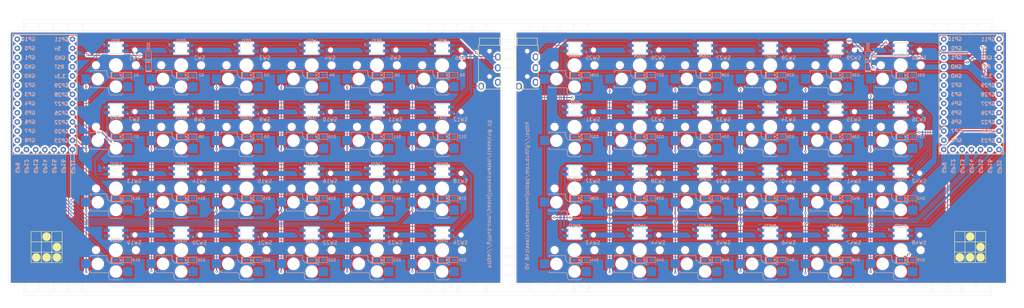
<source format=kicad_pcb>
(kicad_pcb (version 20240108) (generator "pcbnew") (generator_version "8.0")
  (layers (0 "F.Cu" signal) (31 "B.Cu" signal) (34 "B.Paste" user) (35 "F.Paste" user) (36 "B.SilkS" user "B.Silkscreen") (37 "F.SilkS" user "F.Silkscreen") (38 "B.Mask" user) (39 "F.Mask" user) (44 "Edge.Cuts" user))
  (net 0 "")
  (net 1 "Net-(D1-A)")
  (net 2 "Row 0 Left")
  (net 3 "Net-(D2-A)")
  (net 4 "Net-(D3-A)")
  (net 5 "Net-(D4-A)")
  (net 6 "Net-(D5-A)")
  (net 7 "Net-(D6-A)")
  (net 8 "Row 1 Left")
  (net 11 "Net-(D7-A)")
  (net 13 "Net-(D8-A)")
  (net 14 "Net-(D9-A)")
  (net 16 "Net-(D10-A)")
  (net 18 "Net-(D11-A)")
  (net 19 "Net-(D12-A)")
  (net 22 "Net-(D13-A)")
  (net 23 "Row 2 Left")
  (net 26 "Net-(D14-A)")
  (net 27 "Net-(D15-A)")
  (net 28 "Net-(D16-A)")
  (net 30 "Net-(D17-A)")
  (net 35 "Net-(D18-A)")
  (net 39 "Row 3 Left")
  (net 40 "Net-(D19-A)")
  (net 41 "Net-(D20-A)")
  (net 43 "Net-(D21-A)")
  (net 44 "Net-(D22-A)")
  (net 45 "Net-(D23-A)")
  (net 46 "Net-(D24-A)")
  (net 47 "Net-(D25-K)")
  (net 48 "5V Left")
  (net 49 "Net-(LED1-DOUT)")
  (net 50 "GND Left")
  (net 51 "LED Data Left")
  (net 52 "Net-(LED2-DOUT)")
  (net 53 "Net-(LED3-DOUT)")
  (net 54 "Net-(LED4-DOUT)")
  (net 55 "Net-(LED5-DOUT)")
  (net 56 "Net-(LED6-DOUT)")
  (net 57 "Net-(LED7-DOUT)")
  (net 58 "Net-(LED8-DOUT)")
  (net 59 "Net-(LED10-DIN)")
  (net 60 "Net-(LED10-DOUT)")
  (net 61 "Net-(LED11-DOUT)")
  (net 62 "Net-(LED12-DOUT)")
  (net 63 "Net-(LED13-DOUT)")
  (net 64 "Net-(LED14-DOUT)")
  (net 65 "Net-(LED15-DOUT)")
  (net 66 "Net-(LED16-DOUT)")
  (net 67 "Net-(LED17-DOUT)")
  (net 68 "Net-(LED18-DOUT)")
  (net 69 "Net-(LED19-DOUT)")
  (net 70 "Net-(LED20-DOUT)")
  (net 71 "Net-(LED21-DOUT)")
  (net 72 "Net-(LED22-DOUT)")
  (net 73 "Net-(LED23-DOUT)")
  (net 75 "Col 0 Left")
  (net 76 "Col 1 Left")
  (net 77 "Col 2 Left")
  (net 78 "Col 3 Left")
  (net 79 "Col 4 Left")
  (net 80 "Col 5 Left")
  (net 81 "Serial data Left")
  (net 82 "Net-(D26-A)")
  (net 83 "Row 0 Right")
  (net 84 "Net-(D27-A)")
  (net 85 "Net-(D28-A)")
  (net 86 "Net-(D29-A)")
  (net 87 "Net-(D30-A)")
  (net 88 "Net-(D31-A)")
  (net 89 "Net-(D32-A)")
  (net 90 "Row 1 Right")
  (net 91 "Net-(D33-A)")
  (net 92 "Net-(D34-A)")
  (net 93 "Net-(D35-A)")
  (net 94 "Net-(D36-A)")
  (net 95 "Net-(D37-A)")
  (net 96 "Net-(D38-A)")
  (net 97 "Row 2 Right")
  (net 98 "Net-(D39-A)")
  (net 99 "Net-(D40-A)")
  (net 100 "Net-(D41-A)")
  (net 101 "Net-(D42-A)")
  (net 102 "Net-(D43-A)")
  (net 103 "Row 3 Right")
  (net 104 "Net-(D44-A)")
  (net 105 "Net-(D45-A)")
  (net 106 "Net-(D46-A)")
  (net 107 "Net-(D47-A)")
  (net 108 "Net-(D48-A)")
  (net 109 "Net-(D49-A)")
  (net 110 "5V Right")
  (net 111 "Net-(D50-K)")
  (net 112 "LED data Right")
  (net 113 "GND Right")
  (net 114 "Net-(LED25-DOUT)")
  (net 115 "Net-(LED26-DOUT)")
  (net 116 "Net-(LED27-DOUT)")
  (net 117 "Net-(LED28-DOUT)")
  (net 118 "Net-(LED29-DOUT)")
  (net 119 "Net-(LED30-DOUT)")
  (net 120 "Net-(LED31-DOUT)")
  (net 121 "Net-(LED32-DOUT)")
  (net 122 "Net-(LED33-DOUT)")
  (net 123 "Net-(LED34-DOUT)")
  (net 124 "Net-(LED35-DOUT)")
  (net 125 "Net-(LED36-DOUT)")
  (net 126 "Net-(LED37-DOUT)")
  (net 127 "Net-(LED38-DOUT)")
  (net 128 "Net-(LED39-DOUT)")
  (net 129 "Net-(LED40-DOUT)")
  (net 130 "Net-(LED41-DOUT)")
  (net 131 "Net-(LED42-DOUT)")
  (net 132 "Net-(LED43-DOUT)")
  (net 133 "Net-(LED44-DOUT)")
  (net 134 "Net-(LED45-DOUT)")
  (net 135 "Net-(LED46-DOUT)")
  (net 136 "Net-(LED47-DOUT)")
  (net 138 "Col 5 Right")
  (net 139 "Col 4 Right")
  (net 140 "Col 3 Right")
  (net 141 "Col 2 Right")
  (net 142 "Col 1 Right")
  (net 143 "Col 0 Right")
  (net 154 "Serial data Right")
  (footprint "pjimenez:Switch_ChocV1-hotswap" (layer "F.Cu") (at 44.48 58.5)
    (property "Reference" "SW7")
    (property "Value" "Switch" (hide yes))
  )
  (footprint "pjimenez:LED_SK6812-MINI-E" (layer "F.Cu") (at 243 36.8)
    (property "Reference" "LED26")
    (property "Value" "LED_SK6812MINI-E" (hide yes))
    (fp_line (start -1.7 -1.5) (end 1.7 -1.5) (stroke (width 0.12)) (layer "Edge.Cuts"))
    (fp_line (start -1.7 1.5) (end -1.7 -1.5) (stroke (width 0.12)) (layer "Edge.Cuts"))
    (fp_line (start 1.7 -1.5) (end 1.7 1.5) (stroke (width 0.12)) (layer "Edge.Cuts"))
    (fp_line (start 1.7 1.5) (end -1.7 1.5) (stroke (width 0.12)) (layer "Edge.Cuts"))
  )
  (footprint "pjimenez:Switch_ChocV1-hotswap" (layer "F.Cu") (at 207 92.5)
    (property "Reference" "SW45")
    (property "Value" "Switch" (hide yes))
  )
  (footprint "pjimenez:LED_SK6812-MINI-E" (layer "F.Cu") (at 98.48 70.8 180)
    (property "Reference" "LED16")
    (property "Value" "LED_SK6812MINI-E" (hide yes))
    (fp_line (start 1.7 1.5) (end -1.7 1.5) (stroke (width 0.12)) (layer "Edge.Cuts"))
    (fp_line (start 1.7 -1.5) (end 1.7 1.5) (stroke (width 0.12)) (layer "Edge.Cuts"))
    (fp_line (start -1.7 1.5) (end -1.7 -1.5) (stroke (width 0.12)) (layer "Edge.Cuts"))
    (fp_line (start -1.7 -1.5) (end 1.7 -1.5) (stroke (width 0.12)) (layer "Edge.Cuts"))
  )
  (footprint "pjimenez:Switch_ChocV1-hotswap" (layer "F.Cu") (at 98.48 75.5)
    (property "Reference" "SW16")
    (property "Value" "Switch" (hide yes))
  )
  (footprint "pjimenez:LED_SK6812-MINI-E" (layer "F.Cu") (at 80.48 70.8 180)
    (property "Reference" "LED15")
    (property "Value" "LED_SK6812MINI-E" (hide yes))
    (fp_line (start 1.7 1.5) (end -1.7 1.5) (stroke (width 0.12)) (layer "Edge.Cuts"))
    (fp_line (start 1.7 -1.5) (end 1.7 1.5) (stroke (width 0.12)) (layer "Edge.Cuts"))
    (fp_line (start -1.7 1.5) (end -1.7 -1.5) (stroke (width 0.12)) (layer "Edge.Cuts"))
    (fp_line (start -1.7 -1.5) (end 1.7 -1.5) (stroke (width 0.12)) (layer "Edge.Cuts"))
  )
  (footprint "pjimenez:Switch_ChocV1-hotswap" (layer "F.Cu") (at 171 41.5)
    (property "Reference" "SW25")
    (property "Value" "Switch" (hide yes))
  )
  (footprint "pjimenez:Switch_ChocV1-hotswap" (layer "F.Cu") (at 225 58.5)
    (property "Reference" "SW34")
    (property "Value" "Switch" (hide yes))
  )
  (footprint "pjimenez:Switch_ChocV1-hotswap" (layer "F.Cu") (at 189 75.5)
    (property "Reference" "SW38")
    (property "Value" "Switch" (hide yes))
  )
  (footprint "pjimenez:Switch_ChocV1-hotswap" (layer "F.Cu") (at 207 58.5)
    (property "Reference" "SW33")
    (property "Value" "Switch" (hide yes))
  )
  (footprint "pjimenez:Switch_ChocV1-hotswap" (layer "F.Cu") (at 207 41.5)
    (property "Reference" "SW27")
    (property "Value" "Switch" (hide yes))
  )
  (footprint "pjimenez:Switch_ChocV1-hotswap" (layer "F.Cu") (at 243 75.5)
    (property "Reference" "SW41")
    (property "Value" "Switch" (hide yes))
  )
  (footprint "pjimenez:LED_SK6812-MINI-E" (layer "F.Cu") (at 44.48 70.8 180)
    (property "Reference" "LED13")
    (property "Value" "LED_SK6812MINI-E" (hide yes))
    (fp_line (start 1.7 1.5) (end -1.7 1.5) (stroke (width 0.12)) (layer "Edge.Cuts"))
    (fp_line (start 1.7 -1.5) (end 1.7 1.5) (stroke (width 0.12)) (layer "Edge.Cuts"))
    (fp_line (start -1.7 1.5) (end -1.7 -1.5) (stroke (width 0.12)) (layer "Edge.Cuts"))
    (fp_line (start -1.7 -1.5) (end 1.7 -1.5) (stroke (width 0.12)) (layer "Edge.Cuts"))
  )
  (footprint "pjimenez:Switch_ChocV1-hotswap" (layer "F.Cu") (at 98.48 41.5)
    (property "Reference" "SW4")
    (property "Value" "Switch" (hide yes))
  )
  (footprint "pjimenez:LED_SK6812-MINI-E" (layer "F.Cu") (at 261 70.8)
    (property "Reference" "LED37")
    (property "Value" "LED_SK6812MINI-E" (hide yes))
    (fp_line (start -1.7 -1.5) (end 1.7 -1.5) (stroke (width 0.12)) (layer "Edge.Cuts"))
    (fp_line (start -1.7 1.5) (end -1.7 -1.5) (stroke (width 0.12)) (layer "Edge.Cuts"))
    (fp_line (start 1.7 -1.5) (end 1.7 1.5) (stroke (width 0.12)) (layer "Edge.Cuts"))
    (fp_line (start 1.7 1.5) (end -1.7 1.5) (stroke (width 0.12)) (layer "Edge.Cuts"))
  )
  (footprint "pjimenez:Switch_ChocV1-hotswap" (layer "F.Cu") (at 44.48 92.5)
    (property "Reference" "SW19")
    (property "Value" "Switch" (hide yes))
  )
  (footprint "pjimenez:Switch_ChocV1-hotswap" (layer "F.Cu") (at 189 92.5)
    (property "Reference" "SW44")
    (property "Value" "Switch" (hide yes))
  )
  (footprint "pjimenez:LED_SK6812-MINI-E" (layer "F.Cu") (at 134.48 53.8)
    (property "Reference" "LED7")
    (property "Value" "LED_SK6812MINI-E" (hide yes))
    (fp_line (start -1.7 -1.5) (end 1.7 -1.5) (stroke (width 0.12)) (layer "Edge.Cuts"))
    (fp_line (start -1.7 1.5) (end -1.7 -1.5) (stroke (width 0.12)) (layer "Edge.Cuts"))
    (fp_line (start 1.7 -1.5) (end 1.7 1.5) (stroke (width 0.12)) (layer "Edge.Cuts"))
    (fp_line (start 1.7 1.5) (end -1.7 1.5) (stroke (width 0.12)) (layer "Edge.Cuts"))
  )
  (footprint "pjimenez:LED_SK6812-MINI-E" (layer "F.Cu") (at 134.48 36.8 180)
    (property "Reference" "LED6")
    (property "Value" "LED_SK6812MINI-E" (hide yes))
    (fp_line (start 1.7 1.5) (end -1.7 1.5) (stroke (width 0.12)) (layer "Edge.Cuts"))
    (fp_line (start 1.7 -1.5) (end 1.7 1.5) (stroke (width 0.12)) (layer "Edge.Cuts"))
    (fp_line (start -1.7 1.5) (end -1.7 -1.5) (stroke (width 0.12)) (layer "Edge.Cuts"))
    (fp_line (start -1.7 -1.5) (end 1.7 -1.5) (stroke (width 0.12)) (layer "Edge.Cuts"))
  )
  (footprint "pjimenez:LED_SK6812-MINI-E" (layer "F.Cu") (at 171 87.8 180)
    (property "Reference" "LED43")
    (property "Value" "LED_SK6812MINI-E" (hide yes))
    (fp_line (start 1.7 1.5) (end -1.7 1.5) (stroke (width 0.12)) (layer "Edge.Cuts"))
    (fp_line (start 1.7 -1.5) (end 1.7 1.5) (stroke (width 0.12)) (layer "Edge.Cuts"))
    (fp_line (start -1.7 1.5) (end -1.7 -1.5) (stroke (width 0.12)) (layer "Edge.Cuts"))
    (fp_line (start -1.7 -1.5) (end 1.7 -1.5) (stroke (width 0.12)) (layer "Edge.Cuts"))
  )
  (footprint "pjimenez:Switch_ChocV1-hotswap" (layer "F.Cu") (at 207 75.5)
    (property "Reference" "SW39")
    (property "Value" "Switch" (hide yes))
  )
  (footprint "pjimenez:RP2040_Pro_Micro" (layer "F.Cu") (at 280.49 50.78)
    (property "Reference" "U3" (hide yes))
    (property "Value" "RP2040_Pro_Micro" (hide yes))
  )
  (footprint "pjimenez:LED_SK6812-MINI-E" (layer "F.Cu") (at 116.48 70.8 180)
    (property "Reference" "LED17")
    (property "Value" "LED_SK6812MINI-E" (hide yes))
    (fp_line (start 1.7 1.5) (end -1.7 1.5) (stroke (width 0.12)) (layer "Edge.Cuts"))
    (fp_line (start 1.7 -1.5) (end 1.7 1.5) (stroke (width 0.12)) (layer "Edge.Cuts"))
    (fp_line (start -1.7 1.5) (end -1.7 -1.5) (stroke (width 0.12)) (layer "Edge.Cuts"))
    (fp_line (start -1.7 -1.5) (end 1.7 -1.5) (stroke (width 0.12)) (layer "Edge.Cuts"))
  )
  (footprint "pjimenez:LED_SK6812-MINI-E" (layer "F.Cu") (at 98.48 53.8)
    (property "Reference" "LED9")
    (property "Value" "LED_SK6812MINI-E" (hide yes))
    (fp_line (start -1.7 -1.5) (end 1.7 -1.5) (stroke (width 0.12)) (layer "Edge.Cuts"))
    (fp_line (start -1.7 1.5) (end -1.7 -1.5) (stroke (width 0.12)) (layer "Edge.Cuts"))
    (fp_line (start 1.7 -1.5) (end 1.7 1.5) (stroke (width 0.12)) (layer "Edge.Cuts"))
    (fp_line (start 1.7 1.5) (end -1.7 1.5) (stroke (width 0.12)) (layer "Edge.Cuts"))
  )
  (footprint "pjimenez:LED_SK6812-MINI-E" (layer "F.Cu") (at 243 70.8)
    (property "Reference" "LED38")
    (property "Value" "LED_SK6812MINI-E" (hide yes))
    (fp_line (start -1.7 -1.5) (end 1.7 -1.5) (stroke (width 0.12)) (layer "Edge.Cuts"))
    (fp_line (start -1.7 1.5) (end -1.7 -1.5) (stroke (width 0.12)) (layer "Edge.Cuts"))
    (fp_line (start 1.7 -1.5) (end 1.7 1.5) (stroke (width 0.12)) (layer "Edge.Cuts"))
    (fp_line (start 1.7 1.5) (end -1.7 1.5) (stroke (width 0.12)) (layer "Edge.Cuts"))
  )
  (footprint "pjimenez:LED_SK6812-MINI-E" (layer "F.Cu") (at 62.48 70.8 180)
    (property "Reference" "LED14")
    (property "Value" "LED_SK6812MINI-E" (hide yes))
    (fp_line (start 1.7 1.5) (end -1.7 1.5) (stroke (width 0.12)) (layer "Edge.Cuts"))
    (fp_line (start 1.7 -1.5) (end 1.7 1.5) (stroke (width 0.12)) (layer "Edge.Cuts"))
    (fp_line (start -1.7 1.5) (end -1.7 -1.5) (stroke (width 0.12)) (layer "Edge.Cuts"))
    (fp_line (start -1.7 -1.5) (end 1.7 -1.5) (stroke (width 0.12)) (layer "Edge.Cuts"))
  )
  (footprint "pjimenez:Switch_ChocV1-hotswap" (layer "F.Cu") (at 62.48 75.5)
    (property "Reference" "SW14")
    (property "Value" "Switch" (hide yes))
  )
  (footprint "pjimenez:LED_SK6812-MINI-E" (layer "F.Cu") (at 189 70.8)
    (property "Reference" "LED41")
    (property "Value" "LED_SK6812MINI-E" (hide yes))
    (fp_line (start -1.7 -1.5) (end 1.7 -1.5) (stroke (width 0.12)) (layer "Edge.Cuts"))
    (fp_line (start -1.7 1.5) (end -1.7 -1.5) (stroke (width 0.12)) (layer "Edge.Cuts"))
    (fp_line (start 1.7 -1.5) (end 1.7 1.5) (stroke (width 0.12)) (layer "Edge.Cuts"))
    (fp_line (start 1.7 1.5) (end -1.7 1.5) (stroke (width 0.12)) (layer "Edge.Cuts"))
  )
  (footprint "pjimenez:LED_SK6812-MINI-E" (layer "F.Cu") (at 261 36.8)
    (property "Reference" "LED25")
    (property "Value" "LED_SK6812MINI-E" (hide yes))
    (fp_line (start -1.7 -1.5) (end 1.7 -1.5) (stroke (width 0.12)) (layer "Edge.Cuts"))
    (fp_line (start -1.7 1.5) (end -1.7 -1.5) (stroke (width 0.12)) (layer "Edge.Cuts"))
    (fp_line (start 1.7 -1.5) (end 1.7 1.5) (stroke (width 0.12)) (layer "Edge.Cuts"))
    (fp_line (start 1.7 1.5) (end -1.7 1.5) (stroke (width 0.12)) (layer "Edge.Cuts"))
  )
  (footprint "pjimenez:Switch_ChocV1-hotswap" (layer "F.Cu") (at 44.48 75.5)
    (property "Reference" "SW13")
    (property "Value" "Switch" (hide yes))
  )
  (footprint "pjimenez:LED_SK6812-MINI-E" (layer "F.Cu") (at 62.48 36.8 180)
    (property "Reference" "LED2")
    (property "Value" "LED_SK6812MINI-E" (hide yes))
    (fp_line (start 1.7 1.5) (end -1.7 1.5) (stroke (width 0.12)) (layer "Edge.Cuts"))
    (fp_line (start 1.7 -1.5) (end 1.7 1.5) (stroke (width 0.12)) (layer "Edge.Cuts"))
    (fp_line (start -1.7 1.5) (end -1.7 -1.5) (stroke (width 0.12)) (layer "Edge.Cuts"))
    (fp_line (start -1.7 -1.5) (end 1.7 -1.5) (stroke (width 0.12)) (layer "Edge.Cuts"))
  )
  (footprint "pjimenez:Switch_ChocV1-hotswap" (layer "F.Cu") (at 261 75.5)
    (property "Reference" "SW42")
    (property "Value" "Switch" (hide yes))
  )
  (footprint "pjimenez:TRRS_PJ-320A" (layer "F.Cu") (at 147.55 36)
    (property "Reference" "U2")
    (property "Value" "TRRS")
  )
  (footprint "pjimenez:Switch_ChocV1-hotswap" (layer "F.Cu") (at 116.48 92.5)
    (property "Reference" "SW23")
    (property "Value" "Switch" (hide yes))
  )
  (footprint "pjimenez:LED_SK6812-MINI-E" (layer "F.Cu") (at 207 36.8)
    (property "Reference" "LED28")
    (property "Value" "LED_SK6812MINI-E" (hide yes))
    (fp_line (start -1.7 -1.5) (end 1.7 -1.5) (stroke (width 0.12)) (layer "Edge.Cuts"))
    (fp_line (start -1.7 1.5) (end -1.7 -1.5) (stroke (width 0.12)) (layer "Edge.Cuts"))
    (fp_line (start 1.7 -1.5) (end 1.7 1.5) (stroke (width 0.12)) (layer "Edge.Cuts"))
    (fp_line (start 1.7 1.5) (end -1.7 1.5) (stroke (width 0.12)) (layer "Edge.Cuts"))
  )
  (footprint "pjimenez:hacker_emblem" (layer "F.Cu") (at 280.142515 91.642515)
    (property "Reference" "G***" (hide yes))
    (property "Value" "LOGO" (hide yes))
  )
  (footprint "pjimenez:LED_SK6812-MINI-E" (layer "F.Cu") (at 207 70.8)
    (property "Reference" "LED40")
    (property "Value" "LED_SK6812MINI-E" (hide yes))
    (fp_line (start -1.7 -1.5) (end 1.7 -1.5) (stroke (width 0.12)) (layer "Edge.Cuts"))
    (fp_line (start -1.7 1.5) (end -1.7 -1.5) (stroke (width 0.12)) (layer "Edge.Cuts"))
    (fp_line (start 1.7 -1.5) (end 1.7 1.5) (stroke (width 0.12)) (layer "Edge.Cuts"))
    (fp_line (start 1.7 1.5) (end -1.7 1.5) (stroke (width 0.12)) (layer "Edge.Cuts"))
  )
  (footprint "pjimenez:Switch_ChocV1-hotswap" (layer "F.Cu") (at 134.48 58.5)
    (property "Reference" "SW12")
    (property "Value" "Switch" (hide yes))
  )
  (footprint "pjimenez:LED_SK6812-MINI-E" (layer "F.Cu") (at 116.48 36.8 180)
    (property "Reference" "LED5")
    (property "Value" "LED_SK6812MINI-E" (hide yes))
    (fp_line (start 1.7 1.5) (end -1.7 1.5) (stroke (width 0.12)) (layer "Edge.Cuts"))
    (fp_line (start 1.7 -1.5) (end 1.7 1.5) (stroke (width 0.12)) (layer "Edge.Cuts"))
    (fp_line (start -1.7 1.5) (end -1.7 -1.5) (stroke (width 0.12)) (layer "Edge.Cuts"))
    (fp_line (start -1.7 -1.5) (end 1.7 -1.5) (stroke (width 0.12)) (layer "Edge.Cuts"))
  )
  (footprint "pjimenez:LED_SK6812-MINI-E" (layer "F.Cu") (at 134.48 87.8)
    (property "Reference" "LED19")
    (property "Value" "LED_SK6812MINI-E" (hide yes))
    (fp_line (start -1.7 -1.5) (end 1.7 -1.5) (stroke (width 0.12)) (layer "Edge.Cuts"))
    (fp_line (start -1.7 1.5) (end -1.7 -1.5) (stroke (width 0.12)) (layer "Edge.Cuts"))
    (fp_line (start 1.7 -1.5) (end 1.7 1.5) (stroke (width 0.12)) (layer "Edge.Cuts"))
    (fp_line (start 1.7 1.5) (end -1.7 1.5) (stroke (width 0.12)) (layer "Edge.Cuts"))
  )
  (footprint "pjimenez:hacker_emblem" (layer "F.Cu") (at 25.351885 91.645737)
    (property "Reference" "G***" (hide yes))
    (property "Value" "LOGO" (hide yes))
  )
  (footprint "pjimenez:Switch_ChocV1-hotswap" (layer "F.Cu") (at 171 58.5)
    (property "Reference" "SW31")
    (property "Value" "Switch" (hide yes))
  )
  (footprint "pjimenez:LED_SK6812-MINI-E" (layer "F.Cu") (at 62.48 87.8)
    (property "Reference" "LED23")
    (property "Value" "LED_SK6812MINI-E" (hide yes))
    (fp_line (start -1.7 -1.5) (end 1.7 -1.5) (stroke (width 0.12)) (layer "Edge.Cuts"))
    (fp_line (start -1.7 1.5) (end -1.7 -1.5) (stroke (width 0.12)) (layer "Edge.Cuts"))
    (fp_line (start 1.7 -1.5) (end 1.7 1.5) (stroke (width 0.12)) (layer "Edge.Cuts"))
    (fp_line (start 1.7 1.5) (end -1.7 1.5) (stroke (width 0.12)) (layer "Edge.Cuts"))
  )
  (footprint "pjimenez:LED_SK6812-MINI-E" (layer "F.Cu") (at 116.48 87.8)
    (property "Reference" "LED20")
    (property "Value" "LED_SK6812MINI-E" (hide yes))
    (fp_line (start -1.7 -1.5) (end 1.7 -1.5) (stroke (width 0.12)) (layer "Edge.Cuts"))
    (fp_line (start -1.7 1.5) (end -1.7 -1.5) (stroke (width 0.12)) (layer "Edge.Cuts"))
    (fp_line (start 1.7 -1.5) (end 1.7 1.5) (stroke (width 0.12)) (layer "Edge.Cuts"))
    (fp_line (start 1.7 1.5) (end -1.7 1.5) (stroke (width 0.12)) (layer "Edge.Cuts"))
  )
  (footprint "pjimenez:Switch_ChocV1-hotswap" (layer "F.Cu") (at 243 92.5)
    (property "Reference" "SW47")
    (property "Value" "Switch" (hide yes))
  )
  (footprint "pjimenez:Switch_ChocV1-hotswap" (layer "F.Cu") (at 261 41.5)
    (property "Reference" "SW30")
    (property "Value" "Switch" (hide yes))
  )
  (footprint "pjimenez:Switch_ChocV1-hotswap" (layer "F.Cu") (at 243 41.5)
    (property "Reference" "SW29")
    (property "Value" "Switch" (hide yes))
  )
  (footprint "pjimenez:LED_SK6812-MINI-E" (layer "F.Cu") (at 171 70.8)
    (property "Reference" "LED42")
    (property "Value" "LED_SK6812MINI-E" (hide yes))
    (fp_line (start -1.7 -1.5) (end 1.7 -1.5) (stroke (width 0.12)) (layer "Edge.Cuts"))
    (fp_line (start -1.7 1.5) (end -1.7 -1.5) (stroke (width 0.12)) (layer "Edge.Cuts"))
    (fp_line (start 1.7 -1.5) (end 1.7 1.5) (stroke (width 0.12)) (layer "Edge.Cuts"))
    (fp_line (start 1.7 1.5) (end -1.7 1.5) (stroke (width 0.12)) (layer "Edge.Cuts"))
  )
  (footprint "pjimenez:Switch_ChocV1-hotswap" (layer "F.Cu") (at 261 92.5)
    (property "Reference" "SW48")
    (property "Value" "Switch" (hide yes))
  )
  (footprint "pjimenez:LED_SK6812-MINI-E" (layer "F.Cu") (at 98.48 36.8 180)
    (property "Reference" "LED4")
    (property "Value" "LED_SK6812MINI-E" (hide yes))
    (fp_line (start 1.7 1.5) (end -1.7 1.5) (stroke (width 0.12)) (layer "Edge.Cuts"))
    (fp_line (start 1.7 -1.5) (end 1.7 1.5) (stroke (width 0.12)) (layer "Edge.Cuts"))
    (fp_line (start -1.7 1.5) (end -1.7 -1.5) (stroke (width 0.12)) (layer "Edge.Cuts"))
    (fp_line (start -1.7 -1.5) (end 1.7 -1.5) (stroke (width 0.12)) (layer "Edge.Cuts"))
  )
  (footprint "pjimenez:Switch_ChocV1-hotswap" (layer "F.Cu") (at 225 75.5)
    (property "Reference" "SW40")
    (property "Value" "Switch" (hide yes))
  )
  (footprint "pjimenez:LED_SK6812-MINI-E" (layer "F.Cu") (at 189 53.8 180)
    (property "Reference" "LED32")
    (property "Value" "LED_SK6812MINI-E" (hide yes))
    (fp_line (start 1.7 1.5) (end -1.7 1.5) (stroke (width 0.12)) (layer "Edge.Cuts"))
    (fp_line (start 1.7 -1.5) (end 1.7 1.5) (stroke (width 0.12)) (layer "Edge.Cuts"))
    (fp_line (start -1.7 1.5) (end -1.7 -1.5) (stroke (width 0.12)) (layer "Edge.Cuts"))
    (fp_line (start -1.7 -1.5) (end 1.7 -1.5) (stroke (width 0.12)) (layer "Edge.Cuts"))
  )
  (footprint "pjimenez:LED_SK6812-MINI-E" (layer "F.Cu") (at 171 36.8)
    (property "Reference" "LED30")
    (property "Value" "LED_SK6812MINI-E" (hide yes))
    (fp_line (start -1.7 -1.5) (end 1.7 -1.5) (stroke (width 0.12)) (layer "Edge.Cuts"))
    (fp_line (start -1.7 1.5) (end -1.7 -1.5) (stroke (width 0.12)) (layer "Edge.Cuts"))
    (fp_line (start 1.7 -1.5) (end 1.7 1.5) (stroke (width 0.12)) (layer "Edge.Cuts"))
    (fp_line (start 1.7 1.5) (end -1.7 1.5) (stroke (width 0.12)) (layer "Edge.Cuts"))
  )
  (footprint "pjimenez:LED_SK6812-MINI-E" (layer "F.Cu") (at 98.48 87.8)
    (property "Reference" "LED21")
    (property "Value" "LED_SK6812MINI-E" (hide yes))
    (fp_line (start -1.7 -1.5) (end 1.7 -1.5) (stroke (width 0.12)) (layer "Edge.Cuts"))
    (fp_line (start -1.7 1.5) (end -1.7 -1.5) (stroke (width 0.12)) (layer "Edge.Cuts"))
    (fp_line (start 1.7 -1.5) (end 1.7 1.5) (stroke (width 0.12)) (layer "Edge.Cuts"))
    (fp_line (start 1.7 1.5) (end -1.7 1.5) (stroke (width 0.12)) (layer "Edge.Cuts"))
  )
  (footprint "pjimenez:Switch_ChocV1-hotswap" (layer "F.Cu") (at 134.48 75.5)
    (property "Reference" "SW18")
    (property "Value" "Switch" (hide yes))
  )
  (footprint "pjimenez:Switch_ChocV1-hotswap" (layer "F.Cu") (at 225 92.5)
    (property "Reference" "SW46")
    (property "Value" "Switch" (hide yes))
  )
  (footprint "pjimenez:LED_SK6812-MINI-E" (layer "F.Cu") (at 80.48 53.8)
    (property "Reference" "LED10")
    (property "Value" "LED_SK6812MINI-E" (hide yes))
    (fp_line (start -1.7 -1.5) (end 1.7 -1.5) (stroke (width 0.12)) (layer "Edge.Cuts"))
    (fp_line (start -1.7 1.5) (end -1.7 -1.5) (stroke (width 0.12)) (layer "Edge.Cuts"))
    (fp_line (start 1.7 -1.5) (end 1.7 1.5) (stroke (width 0.12)) (layer "Edge.Cuts"))
    (fp_line (start 1.7 1.5) (end -1.7 1.5) (stroke (width 0.12)) (layer "Edge.Cuts"))
  )
  (footprint "pjimenez:Switch_ChocV1-hotswap" (layer "F.Cu") (at 62.48 92.5)
    (property "Reference" "SW20")
    (property "Value" "Switch" (hide yes))
  )
  (footprint "pjimenez:LED_SK6812-MINI-E" (layer "F.Cu") (at 207 53.8 180)
    (property "Reference" "LED33")
    (property "Value" "LED_SK6812MINI-E" (hide yes))
    (fp_line (start 1.7 1.5) (end -1.7 1.5) (stroke (width 0.12)) (layer "Edge.Cuts"))
    (fp_line (start 1.7 -1.5) (end 1.7 1.5) (stroke (width 0.12)) (layer "Edge.Cuts"))
    (fp_line (start -1.7 1.5) (end -1.7 -1.5) (stroke (width 0.12)) (layer "Edge.Cuts"))
    (fp_line (start -1.7 -1.5) (end 1.7 -1.5) (stroke (width 0.12)) (layer "Edge.Cuts"))
  )
  (footprint "pjimenez:Switch_ChocV1-hotswap" (layer "F.Cu") (at 116.48 41.5)
    (property "Reference" "SW5")
    (property "Value" "Switch" (hide yes))
  )
  (footprint "pjimenez:LED_SK6812-MINI-E" (layer "F.Cu") (at 62.48 53.8)
    (property "Reference" "LED11")
    (property "Value" "LED_SK6812MINI-E" (hide yes))
    (fp_line (start -1.7 -1.5) (end 1.7 -1.5) (stroke (width 0.12)) (layer "Edge.Cuts"))
    (fp_line (start -1.7 1.5) (end -1.7 -1.5) (stroke (width 0.12)) (layer "Edge.Cuts"))
    (fp_line (start 1.7 -1.5) (end 1.7 1.5) (stroke (width 0.12)) (layer "Edge.Cuts"))
    (fp_line (start 1.7 1.5) (end -1.7 1.5) (stroke (width 0.12)) (layer "Edge.Cuts"))
  )
  (footprint "pjimenez:Switch_ChocV1-hotswap" (layer "F.Cu") (at 134.48 41.5)
    (property "Reference" "SW6")
    (property "Value" "Switch" (hide yes))
  )
  (footprint "pjimenez:LED_SK6812-MINI-E" (layer "F.Cu") (at 207 87.8 180)
    (property "Reference" "LED45")
    (property "Value" "LED_SK6812MINI-E" (hide yes))
    (fp_line (start 1.7 1.5) (end -1.7 1.5) (stroke (width 0.12)) (layer "Edge.Cuts"))
    (fp_line (start 1.7 -1.5) (end 1.7 1.5) (stroke (width 0.12)) (layer "Edge.Cuts"))
    (fp_line (start -1.7 1.5) (end -1.7 -1.5) (stroke (width 0.12)) (layer "Edge.Cuts"))
    (fp_line (start -1.7 -1.5) (end 1.7 -1.5) (stroke (width 0.12)) (layer "Edge.Cuts"))
  )
  (footprint "pjimenez:LED_SK6812-MINI-E" (layer "F.Cu") (at 189 87.8 180)
    (property "Reference" "LED44")
    (property "Value" "LED_SK6812MINI-E" (hide yes))
    (fp_line (start 1.7 1.5) (end -1.7 1.5) (stroke (width 0.12)) (layer "Edge.Cuts"))
    (fp_line (start 1.7 -1.5) (end 1.7 1.5) (stroke (width 0.12)) (layer "Edge.Cuts"))
    (fp_line (start -1.7 1.5) (end -1.7 -1.5) (stroke (width 0.12)) (layer "Edge.Cuts"))
    (fp_line (start -1.7 -1.5) (end 1.7 -1.5) (stroke (width 0.12)) (layer "Edge.Cuts"))
  )
  (footprint "pjimenez:Switch_ChocV1-hotswap" (layer "F.Cu") (at 189 41.5)
    (property "Reference" "SW26")
    (property "Value" "Switch" (hide yes))
  )
  (footprint "pjimenez:Switch_ChocV1-hotswap" (layer "F.Cu") (at 134.48 92.5)
    (property "Reference" "SW24")
    (property "Value" "Switch" (hide yes))
  )
  (footprint "pjimenez:Switch_ChocV1-hotswap" (layer "F.Cu") (at 80.48 75.5)
    (property "Reference" "SW15")
    (property "Value" "Switch" (hide yes))
  )
  (footprint "pjimenez:Switch_ChocV1-hotswap" (layer "F.Cu") (at 225 41.5)
    (property "Reference" "SW28")
    (property "Value" "Switch" (hide yes))
  )
  (footprint "pjimenez:LED_SK6812-MINI-E" (layer "F.Cu") (at 225 36.8)
    (property "Reference" "LED27")
    (property "Value" "LED_SK6812MINI-E" (hide yes))
    (fp_line (start -1.7 -1.5) (end 1.7 -1.5) (stroke (width 0.12)) (layer "Edge.Cuts"))
    (fp_line (start -1.7 1.5) (end -1.7 -1.5) (stroke (width 0.12)) (layer "Edge.Cuts"))
    (fp_line (start 1.7 -1.5) (end 1.7 1.5) (stroke (width 0.12)) (layer "Edge.Cuts"))
    (fp_line (start 1.7 1.5) (end -1.7 1.5) (stroke (width 0.12)) (layer "Edge.Cuts"))
  )
  (footprint "pjimenez:LED_SK6812-MINI-E" (layer "F.Cu") (at 261 53.8 180)
    (property "Reference" "LED36")
    (property "Value" "LED_SK6812MINI-E" (hide yes))
    (fp_line (start 1.7 1.5) (end -1.7 1.5) (stroke (width 0.12)) (layer "Edge.Cuts"))
    (fp_line (start 1.7 -1.5) (end 1.7 1.5) (stroke (width 0.12)) (layer "Edge.Cuts"))
    (fp_line (start -1.7 1.5) (end -1.7 -1.5) (stroke (width 0.12)) (layer "Edge.Cuts"))
    (fp_line (start -1.7 -1.5) (end 1.7 -1.5) (stroke (width 0.12)) (layer "Edge.Cuts"))
  )
  (footprint "pjimenez:LED_SK6812-MINI-E" (layer "F.Cu") (at 44.48 87.8)
    (property "Reference" "LED24")
    (property "Value" "LED_SK6812MINI-E" (hide yes))
    (fp_line (start -1.7 -1.5) (end 1.7 -1.5) (stroke (width 0.12)) (layer "Edge.Cuts"))
    (fp_line (start -1.7 1.5) (end -1.7 -1.5) (stroke (width 0.12)) (layer "Edge.Cuts"))
    (fp_line (start 1.7 -1.5) (end 1.7 1.5) (stroke (width 0.12)) (layer "Edge.Cuts"))
    (fp_line (start 1.7 1.5) (end -1.7 1.5) (stroke (width 0.12)) (layer "Edge.Cuts"))
  )
  (footprint "pjimenez:Switch_ChocV1-hotswap" (layer "F.Cu") (at 116.48 58.5)
    (property "Reference" "SW11")
    (property "Value" "Switch" (hide yes))
  )
  (footprint "pjimenez:Switch_ChocV1-hotswap" (layer "F.Cu") (at 62.48 41.5)
    (property "Reference" "SW2")
    (property "Value" "Switch" (hide yes))
  )
  (footprint "pjimenez:Switch_ChocV1-hotswap" (layer "F.Cu") (at 261 58.5)
    (property "Reference" "SW36")
    (property "Value" "Switch" (hide yes))
  )
  (footprint "pjimenez:LED_SK6812-MINI-E" (layer "F.Cu") (at 44.48 53.8)
    (property "Reference" "LED12")
    (property "Value" "LED_SK6812MINI-E" (hide yes))
    (fp_line (start -1.7 -1.5) (end 1.7 -1.5) (stroke (width 0.12)) (layer "Edge.Cuts"))
    (fp_line (start -1.7 1.5) (end -1.7 -1.5) (stroke (width 0.12)) (layer "Edge.Cuts"))
    (fp_line (start 1.7 -1.5) (end 1.7 1.5) (stroke (width 0.12)) (layer "Edge.Cuts"))
    (fp_line (start 1.7 1.5) (end -1.7 1.5) (stroke (width 0.12)) (layer "Edge.Cuts"))
  )
  (footprint "pjimenez:Switch_ChocV1-hotswap" (layer "F.Cu") (at 80.48 92.5)
    (property "Reference" "SW21")
    (property "Value" "Switch" (hide yes))
  )
  (footprint "pjimenez:Switch_ChocV1-hotswap" (layer "F.Cu") (at 189 58.5)
    (property "Reference" "SW32")
    (property "Value" "Switch" (hide yes))
  )
  (footprint "pjimenez:LED_SK6812-MINI-E" (layer "F.Cu") (at 116.48 53.8)
    (property "Reference" "LED8")
    (property "Value" "LED_SK6812MINI-E" (hide yes))
    (fp_line (start -1.7 -1.5) (end 1.7 -1.5) (stroke (width 0.12)) (layer "Edge.Cuts"))
    (fp_line (start -1.7 1.5) (end -1.7 -1.5) (stroke (width 0.12)) (layer "Edge.Cuts"))
    (fp_line (start 1.7 -1.5) (end 1.7 1.5) (stroke (width 0.12)) (layer "Edge.Cuts"))
    (fp_line (start 1.7 1.5) (end -1.7 1.5) (stroke (width 0.12)) (layer "Edge.Cuts"))
  )
  (footprint "pjimenez:LED_SK6812-MINI-E" (layer "F.Cu") (at 171 53.8 180)
    (property "Reference" "LED31")
    (property "Value" "LED_SK6812MINI-E" (hide yes))
    (fp_line (start 1.7 1.5) (end -1.7 1.5) (stroke (width 0.12)) (layer "Edge.Cuts"))
    (fp_line (start 1.7 -1.5) (end 1.7 1.5) (stroke (width 0.12)) (layer "Edge.Cuts"))
    (fp_line (start -1.7 1.5) (end -1.7 -1.5) (stroke (width 0.12)) (layer "Edge.Cuts"))
    (fp_line (start -1.7 -1.5) (end 1.7 -1.5) (stroke (width 0.12)) (layer "Edge.Cuts"))
  )
  (footprint "pjimenez:Switch_ChocV1-hotswap" (layer "F.Cu") (at 80.48 58.5)
    (property "Reference" "SW9")
    (property "Value" "Switch" (hide yes))
  )
  (footprint "pjimenez:Switch_ChocV1-hotswap" (layer "F.Cu") (at 44.48 41.5)
    (property "Reference" "SW1")
    (property "Value" "Switch" (hide yes))
  )
  (footprint "pjimenez:Switch_ChocV1-hotswap" (layer "F.Cu") (at 171 92.5)
    (property "Reference" "SW43")
    (property "Value" "Switch" (hide yes))
  )
  (footprint "pjimenez:Switch_ChocV1-hotswap" (layer "F.Cu") (at 62.48 58.5)
    (property "Reference" "SW8")
    (property "Value" "Switch" (hide yes))
  )
  (footprint "pjimenez:LED_SK6812-MINI-E" (layer "F.Cu") (at 134.48 70.8 180)
    (property "Reference" "LED18")
    (property "Value" "LED_SK6812MINI-E" (hide yes))
    (fp_line (start 1.7 1.5) (end -1.7 1.5) (stroke (width 0.12)) (layer "Edge.Cuts"))
    (fp_line (start 1.7 -1.5) (end 1.7 1.5) (stroke (width 0.12)) (layer "Edge.Cuts"))
    (fp_line (start -1.7 1.5) (end -1.7 -1.5) (stroke (width 0.12)) (layer "Edge.Cuts"))
    (fp_line (start -1.7 -1.5) (end 1.7 -1.5) (stroke (width 0.12)) (layer "Edge.Cuts"))
  )
  (footprint "pjimenez:LED_SK6812-MINI-E" (layer "F.Cu") (at 80.48 36.8 180)
    (property "Reference" "LED3")
    (property "Value" "LED_SK6812MINI-E" (hide yes))
    (fp_line (start 1.7 1.5) (end -1.7 1.5) (stroke (width 0.12)) (layer "Edge.Cuts"))
    (fp_line (start 1.7 -1.5) (end 1.7 1.5) (stroke (width 0.12)) (layer "Edge.Cuts"))
    (fp_line (start -1.7 1.5) (end -1.7 -1.5) (stroke (width 0.12)) (layer "Edge.Cuts"))
    (fp_line (start -1.7 -1.5) (end 1.7 -1.5) (stroke (width 0.12)) (layer "Edge.Cuts"))
  )
  (footprint "pjimenez:LED_SK6812-MINI-E" (layer "F.Cu") (at 225 87.8 180)
    (property "Reference" "LED46")
    (property "Value" "LED_SK6812MINI-E" (hide yes))
    (fp_line (start 1.7 1.5) (end -1.7 1.5) (stroke (width 0.12)) (layer "Edge.Cuts"))
    (fp_line (start 1.7 -1.5) (end 1.7 1.5) (stroke (width 0.12)) (layer "Edge.Cuts"))
    (fp_line (start -1.7 1.5) (end -1.7 -1.5) (stroke (width 0.12)) (layer "Edge.Cuts"))
    (fp_line (start -1.7 -1.5) (end 1.7 -1.5) (stroke (width 0.12)) (layer "Edge.Cuts"))
  )
  (footprint "pjimenez:LED_SK6812-MINI-E" (layer "F.Cu") (at 189 36.8)
    (property "Reference" "LED29")
    (property "Value" "LED_SK6812MINI-E" (hide yes))
    (fp_line (start -1.7 -1.5) (end 1.7 -1.5) (stroke (width 0.12)) (layer "Edge.Cuts"))
    (fp_line (start -1.7 1.5) (end -1.7 -1.5) (stroke (width 0.12)) (layer "Edge.Cuts"))
    (fp_line (start 1.7 -1.5) (end 1.7 1.5) (stroke (width 0.12)) (layer "Edge.Cuts"))
    (fp_line (start 1.7 1.5) (end -1.7 1.5) (stroke (width 0.12)) (layer "Edge.Cuts"))
  )
  (footprint "pjimenez:Switch_ChocV1-hotswap" (layer "F.Cu") (at 98.48 58.5)
    (property "Reference" "SW10")
    (property "Value" "Switch" (hide yes))
  )
  (footprint "pjimenez:LED_SK6812-MINI-E" (layer "F.Cu") (at 261 87.8 180)
    (property "Reference" "LED48")
    (property "Value" "LED_SK6812MINI-E" (hide yes))
    (fp_line (start 1.7 1.5) (end -1.7 1.5) (stroke (width 0.12)) (layer "Edge.Cuts"))
    (fp_line (start 1.7 -1.5) (end 1.7 1.5) (stroke (width 0.12)) (layer "Edge.Cuts"))
    (fp_line (start -1.7 1.5) (end -1.7 -1.5) (stroke (width 0.12)) (layer "Edge.Cuts"))
    (fp_line (start -1.7 -1.5) (end 1.7 -1.5) (stroke (width 0.12)) (layer "Edge.Cuts"))
  )
  (footprint "pjimenez:LED_SK6812-MINI-E" (layer "F.Cu") (at 225 53.8 180)
    (property "Reference" "LED34")
    (property "Value" "LED_SK6812MINI-E" (hide yes))
    (fp_line (start 1.7 1.5) (end -1.7 1.5) (stroke (width 0.12)) (layer "Edge.Cuts"))
    (fp_line (start 1.7 -1.5) (end 1.7 1.5) (stroke (width 0.12)) (layer "Edge.Cuts"))
    (fp_line (start -1.7 1.5) (end -1.7 -1.5) (stroke (width 0.12)) (layer "Edge.Cuts"))
    (fp_line (start -1.7 -1.5) (end 1.7 -1.5) (stroke (width 0.12)) (layer "Edge.Cuts"))
  )
  (footprint "pjimenez:TRRS_PJ-320A" (layer "F.Cu") (at 157.95 36)
    (property "Reference" "U4")
    (property "Value" "TRRS")
  )
  (footprint "pjimenez:Switch_ChocV1-hotswap" (layer "F.Cu") (at 243 58.5)
    (property "Reference" "SW35")
    (property "Value" "Switch" (hide yes))
  )
  (footprint "pjimenez:Switch_ChocV1-hotswap" (layer "F.Cu") (at 171 75.5)
    (property "Reference" "SW37")
    (property "Value" "Switch" (hide yes))
  )
  (footprint "pjimenez:LED_SK6812-MINI-E" (layer "F.Cu") (at 44.48 36.8 180)
    (property "Reference" "LED1")
    (property "Value" "LED_SK6812MINI-E" (hide yes))
    (fp_line (start 1.7 1.5) (end -1.7 1.5) (stroke (width 0.12)) (layer "Edge.Cuts"))
    (fp_line (start 1.7 -1.5) (end 1.7 1.5) (stroke (width 0.12)) (layer "Edge.Cuts"))
    (fp_line (start -1.7 1.5) (end -1.7 -1.5) (stroke (width 0.12)) (layer "Edge.Cuts"))
    (fp_line (start -1.7 -1.5) (end 1.7 -1.5) (stroke (width 0.12)) (layer "Edge.Cuts"))
  )
  (footprint "pjimenez:LED_SK6812-MINI-E" (layer "F.Cu") (at 243 87.8 180)
    (property "Reference" "LED47")
    (property "Value" "LED_SK6812MINI-E" (hide yes))
    (fp_line (start 1.7 1.5) (end -1.7 1.5) (stroke (width 0.12)) (layer "Edge.Cuts"))
    (fp_line (start 1.7 -1.5) (end 1.7 1.5) (stroke (width 0.12)) (layer "Edge.Cuts"))
    (fp_line (start -1.7 1.5) (end -1.7 -1.5) (stroke (width 0.12)) (layer "Edge.Cuts"))
    (fp_line (start -1.7 -1.5) (end 1.7 -1.5) (stroke (width 0.12)) (layer "Edge.Cuts"))
  )
  (footprint "pjimenez:LED_SK6812-MINI-E" (layer "F.Cu") (at 80.48 87.8)
    (property "Reference" "LED22")
    (property "Value" "LED_SK6812MINI-E" (hide yes))
    (fp_line (start -1.7 -1.5) (end 1.7 -1.5) (stroke (width 0.12)) (layer "Edge.Cuts"))
    (fp_line (start -1.7 1.5) (end -1.7 -1.5) (stroke (width 0.12)) (layer "Edge.Cuts"))
    (fp_line (start 1.7 -1.5) (end 1.7 1.5) (stroke (width 0.12)) (layer "Edge.Cuts"))
    (fp_line (start 1.7 1.5) (end -1.7 1.5) (stroke (width 0.12)) (layer "Edge.Cuts"))
  )
  (footprint "pjimenez:Switch_ChocV1-hotswap" (layer "F.Cu") (at 116.48 75.5)
    (property "Reference" "SW17")
    (property "Value" "Switch" (hide yes))
  )
  (footprint "pjimenez:LED_SK6812-MINI-E" (layer "F.Cu") (at 243 53.8 180)
    (property "Reference" "LED35")
    (property "Value" "LED_SK6812MINI-E" (hide yes))
    (fp_line (start 1.7 1.5) (end -1.7 1.5) (stroke (width 0.12)) (layer "Edge.Cuts"))
    (fp_line (start 1.7 -1.5) (end 1.7 1.5) (stroke (width 0.12)) (layer "Edge.Cuts"))
    (fp_line (start -1.7 1.5) (end -1.7 -1.5) (stroke (width 0.12)) (layer "Edge.Cuts"))
    (fp_line (start -1.7 -1.5) (end 1.7 -1.5) (stroke (width 0.12)) (layer "Edge.Cuts"))
  )
  (footprint "pjimenez:Switch_ChocV1-hotswap" (layer "F.Cu") (at 80.48 41.5)
    (property "Reference" "SW3")
    (property "Value" "Switch" (hide yes))
  )
  (footprint "pjimenez:Switch_ChocV1-hotswap" (layer "F.Cu") (at 98.48 92.5)
    (property "Reference" "SW22")
    (property "Value" "Switch" (hide yes))
  )
  (footprint "pjimenez:LED_SK6812-MINI-E" (layer "F.Cu") (at 225 70.8)
    (property "Reference" "LED39")
    (property "Value" "LED_SK6812MINI-E" (hide yes))
    (fp_line (start -1.7 -1.5) (end 1.7 -1.5) (stroke (width 0.12)) (layer "Edge.Cuts"))
    (fp_line (start -1.7 1.5) (end -1.7 -1.5) (stroke (width 0.12)) (layer "Edge.Cuts"))
    (fp_line (start 1.7 -1.5) (end 1.7 1.5) (stroke (width 0.12)) (layer "Edge.Cuts"))
    (fp_line (start 1.7 1.5) (end -1.7 1.5) (stroke (width 0.12)) (layer "Edge.Cuts"))
  )
  (footprint "pjimenez:RP2040_Pro_Micro" (layer "F.Cu") (at 24.88 50.8)
    (property "Reference" "U1" (hide yes))
    (property "Value" "RP2040_Pro_Micro" (hide yes))
  )
  (footprint "pjimenez:Diode_1N4148-SOD123" (layer "B.Cu") (at 244.6 44.2)
    (property "Reference" "D30")
    (property "Value" "Diode_1N4148-SOD123" (hide yes))
  )
  (footprint "pjimenez:Diode_1N4148-SOD123" (layer "B.Cu") (at 118.08 95.2)
    (property "Reference" "D23")
    (property "Value" "Diode_1N4148-SOD123" (hide yes))
  )
  (footprint "pjimenez:Diode_1N4148-SOD123" (layer "B.Cu") (at 136.08 44.2)
    (property "Reference" "D6")
    (property "Value" "Diode_1N4148-SOD123" (hide yes))
  )
  (footprint "pjimenez:Diode_1N4148-SOD123" (layer "B.Cu") (at 208.6 95.2)
    (property "Reference" "D46")
    (property "Value" "Diode_1N4148-SOD123" (hide yes))
  )
  (footprint "pjimenez:Diode_1N4148-SOD123" (layer "B.Cu") (at 46.08 95.2)
    (property "Reference" "D19")
    (property "Value" "Diode_1N4148-SOD123" (hide yes))
  )
  (footprint "pjimenez:Diode_1N4148-SOD123" (layer "B.Cu") (at 262.6 95.2)
    (property "Reference" "D49")
    (property "Value" "Diode_1N4148-SOD123" (hide yes))
  )
  (footprint "pjimenez:Diode_1N4148-SOD123" (layer "B.Cu") (at 136.08 61.2)
    (property "Reference" "D12")
    (property "Value" "Diode_1N4148-SOD123" (hide yes))
  )
  (footprint "pjimenez:Diode_1N4148-SOD123" (layer "B.Cu") (at 46.08 78.2)
    (property "Reference" "D13")
    (property "Value" "Diode_1N4148-SOD123" (hide yes))
  )
  (footprint "pjimenez:Diode_1N4148-SOD123" (layer "B.Cu") (at 100.08 95.2)
    (property "Reference" "D22")
    (property "Value" "Diode_1N4148-SOD123" (hide yes))
  )
  (footprint "pjimenez:Diode_1N4148-SOD123" (layer "B.Cu") (at 252 40.3 90)
    (property "Reference" "D50")
    (property "Value" "Diode_1N4148-SOD123" (hide yes))
  )
  (footprint "pjimenez:Diode_1N4148-SOD123" (layer "B.Cu") (at 208.6 44.2)
    (property "Reference" "D28")
    (property "Value" "Diode_1N4148-SOD123" (hide yes))
  )
  (footprint "pjimenez:Diode_1N4148-SOD123" (layer "B.Cu") (at 226.6 44.2)
    (property "Reference" "D29")
    (property "Value" "Diode_1N4148-SOD123" (hide yes))
  )
  (footprint "pjimenez:Diode_1N4148-SOD123" (layer "B.Cu") (at 244.6 95.2)
    (property "Reference" "D48")
    (property "Value" "Diode_1N4148-SOD123" (hide yes))
  )
  (footprint "pjimenez:Diode_1N4148-SOD123" (layer "B.Cu") (at 46.08 61.2)
    (property "Reference" "D7")
    (property "Value" "Diode_1N4148-SOD123" (hide yes))
  )
  (footprint "pjimenez:Diode_1N4148-SOD123" (layer "B.Cu") (at 82.08 95.2)
    (property "Reference" "D21")
    (property "Value" "Diode_1N4148-SOD123" (hide yes))
  )
  (footprint "pjimenez:Diode_1N4148-SOD123" (layer "B.Cu") (at 118.08 44.2)
    (property "Reference" "D5")
    (property "Value" "Diode_1N4148-SOD123" (hide yes))
  )
  (footprint "pjimenez:Diode_1N4148-SOD123" (layer "B.Cu") (at 190.6 61.2)
    (property "Reference" "D33")
    (property "Value" "Diode_1N4148-SOD123" (hide yes))
  )
  (footprint "pjimenez:Diode_1N4148-SOD123" (layer "B.Cu") (at 244.6 61.2)
    (property "Reference" "D36")
    (property "Value" "Diode_1N4148-SOD123" (hide yes))
  )
  (footprint "pjimenez:Diode_1N4148-SOD123" (layer "B.Cu") (at 100.08 44.2)
    (property "Reference" "D4")
    (property "Value" "Diode_1N4148-SOD123" (hide yes))
  )
  (footprint "pjimenez:Diode_1N4148-SOD123" (layer "B.Cu") (at 190.6 78.2)
    (property "Reference" "D39")
    (property "Value" "Diode_1N4148-SOD123" (hide yes))
  )
  (footprint "pjimenez:Diode_1N4148-SOD123" (layer "B.Cu") (at 226.6 61.2)
    (property "Reference" "D35")
    (property "Value" "Diode_1N4148-SOD123" (hide yes))
  )
  (footprint "pjimenez:Diode_1N4148-SOD123" (layer "B.Cu") (at 226.6 95.2)
    (property "Reference" "D47")
    (property "Value" "Diode_1N4148-SOD123" (hide yes))
  )
  (footprint "pjimenez:Diode_1N4148-SOD123" (layer "B.Cu") (at 46.08 44.2)
    (property "Reference" "D1")
    (property "Value" "Diode_1N4148-SOD123" (hide yes))
  )
  (footprint "pjimenez:Diode_1N4148-SOD123" (layer "B.Cu") (at 64.08 78.2)
    (property "Reference" "D14")
    (property "Value" "Diode_1N4148-SOD123" (hide yes))
  )
  (footprint "pjimenez:Diode_1N4148-SOD123" (layer "B.Cu") (at 82.08 44.2)
    (property "Reference" "D3")
    (property "Value" "Diode_1N4148-SOD123" (hide yes))
  )
  (footprint "pjimenez:Diode_1N4148-SOD123" (layer "B.Cu") (at 100.08 78.2)
    (property "Reference" "D16")
    (property "Value" "Diode_1N4148-SOD123" (hide yes))
  )
  (footprint "pjimenez:Diode_1N4148-SOD123" (layer "B.Cu") (at 226.6 78.2)
    (property "Reference" "D41")
    (property "Value" "Diode_1N4148-SOD123" (hide yes))
  )
  (footprint "pjimenez:Diode_1N4148-SOD123" (layer "B.Cu") (at 172.6 78.2)
    (property "Reference" "D38")
    (property "Value" "Diode_1N4148-SOD123" (hide yes))
  )
  (footprint "pjimenez:Diode_1N4148-SOD123" (layer "B.Cu") (at 190.6 95.2)
    (property "Reference" "D45")
    (property "Value" "Diode_1N4148-SOD123" (hide yes))
  )
  (footprint "pjimenez:Diode_1N4148-SOD123" (layer "B.Cu") (at 64.08 61.2)
    (property "Reference" "D8")
    (property "Value" "Diode_1N4148-SOD123" (hide yes))
  )
  (footprint "pjimenez:Diode_1N4148-SOD123" (layer "B.Cu") (at 208.6 61.2)
    (property "Reference" "D34")
    (property "Value" "Diode_1N4148-SOD123" (hide yes))
  )
  (footprint "pjimenez:Diode_1N4148-SOD123" (layer "B.Cu") (at 100.08 61.2)
    (property "Reference" "D10")
    (property "Value" "Diode_1N4148-SOD123" (hide yes))
  )
  (footprint "pjimenez:Diode_1N4148-SOD123" (layer "B.Cu") (at 136.08 95.2)
    (property "Reference" "D24")
    (property "Value" "Diode_1N4148-SOD123" (hide yes))
  )
  (footprint "pjimenez:Diode_1N4148-SOD123" (layer "B.Cu") (at 244.6 78.2)
    (property "Reference" "D42")
    (property "Value" "Diode_1N4148-SOD123" (hide yes))
  )
  (footprint "pjimenez:Diode_1N4148-SOD123" (layer "B.Cu") (at 172.6 61.2)
    (property "Reference" "D32")
    (property "Value" "Diode_1N4148-SOD123" (hide yes))
  )
  (footprint "pjimenez:Diode_1N4148-SOD123" (layer "B.Cu") (at 190.6 44.2)
    (property "Reference" "D27")
    (property "Value" "Diode_1N4148-SOD123" (hide yes))
  )
  (footprint "pjimenez:Diode_1N4148-SOD123" (layer "B.Cu") (at 262.6 78.2)
    (property "Reference" "D43")
    (property "Value" "Diode_1N4148-SOD123" (hide yes))
  )
  (footprint "pjimenez:Diode_1N4148-SOD123" (layer "B.Cu") (at 208.6 78.2)
    (property "Reference" "D40")
    (property "Value" "Diode_1N4148-SOD123" (hide yes))
  )
  (footprint "pjimenez:Diode_1N4148-SOD123" (layer "B.Cu") (at 172.6 95.2)
    (property "Reference" "D44")
    (property "Value" "Diode_1N4148-SOD123" (hide yes))
  )
  (footprint "pjimenez:Diode_1N4148-SOD123" (layer "B.Cu") (at 118.08 78.2)
    (property "Reference" "D17")
    (property "Value" "Diode_1N4148-SOD123" (hide yes))
  )
  (footprint "pjimenez:Diode_1N4148-SOD123" (layer "B.Cu") (at 118.08 61.2)
    (property "Reference" "D11")
    (property "Value" "Diode_1N4148-SOD123" (hide yes))
  )
  (footprint "pjimenez:Diode_1N4148-SOD123" (layer "B.Cu") (at 262.6 61.2)
    (property "Reference" "D37")
    (property "Value" "Diode_1N4148-SOD123" (hide yes))
  )
  (footprint "pjimenez:Diode_1N4148-SOD123" (layer "B.Cu") (at 64.08 95.2)
    (property "Reference" "D20")
    (property "Value" "Diode_1N4148-SOD123" (hide yes))
  )
  (footprint "pjimenez:Diode_1N4148-SOD123" (layer "B.Cu") (at 53.48 40.3 90)
    (property "Reference" "D25")
    (property "Value" "Diode_1N4148-SOD123" (hide yes))
  )
  (footprint "pjimenez:Diode_1N4148-SOD123" (layer "B.Cu") (at 136.08 78.2)
    (property "Reference" "D18")
    (property "Value" "Diode_1N4148-SOD123" (hide yes))
  )
  (footprint "pjimenez:Diode_1N4148-SOD123" (layer "B.Cu") (at 172.6 44.2)
    (property "Reference" "D26")
    (property "Value" "Diode_1N4148-SOD123" (hide yes))
  )
  (footprint "pjimenez:Diode_1N4148-SOD123" (layer "B.Cu") (at 64.08 44.2)
    (property "Reference" "D2")
    (property "Value" "Diode_1N4148-SOD123" (hide yes))
  )
  (footprint "pjimenez:Diode_1N4148-SOD123" (layer "B.Cu") (at 82.08 61.2)
    (property "Reference" "D9")
    (property "Value" "Diode_1N4148-SOD123" (hide yes))
  )
  (footprint "pjimenez:Diode_1N4148-SOD123" (layer "B.Cu") (at 262.6 44.2)
    (property "Reference" "D31")
    (property "Value" "Diode_1N4148-SOD123" (hide yes))
  )
  (footprint "pjimenez:Diode_1N4148-SOD123" (layer "B.Cu") (at 82.08 78.2)
    (property "Reference" "D15")
    (property "Value" "Diode_1N4148-SOD123" (hide yes))
  )
  (gr_rect (start 270 102) (end 273.5 104) (stroke (width 0.05)) (fill none) (layer "Edge.Cuts"))
  (gr_rect (start 23.5 102) (end 27 104) (stroke (width 0.05)) (fill none) (layer "Edge.Cuts"))
  (gr_rect (start 139 30) (end 142.5 32) (stroke (width 0.05)) (fill none) (layer "Edge.Cuts"))
  (gr_rect (start 167 102) (end 170.5 104) (stroke (width 0.05)) (fill none) (layer "Edge.Cuts"))
  (gr_rect (start 270.5 30) (end 274 32) (stroke (width 0.05)) (fill none) (layer "Edge.Cuts"))
  (gr_rect (start 175 102) (end 269.5 104) (stroke (width 0.05)) (fill none) (layer "Edge.Cuts"))
  (gr_rect (start 19.5 30) (end 23 32) (stroke (width 0.05)) (fill none) (layer "Edge.Cuts"))
  (gr_rect (start 27.5 30) (end 31 32) (stroke (width 0.05)) (fill none) (layer "Edge.Cuts"))
  (gr_poly (pts (xy 158.5 104) (xy 147 104) (xy 147 102) (xy 151 102) (xy 151 99.5) (xy 154.5 99.5) (xy 154.5 102) (xy 158.5 102)) (stroke (width 0.05)) (fill none) (layer "Edge.Cuts"))
  (gr_rect (start 151 37.5) (end 154.5 39.5) (stroke (width 0.05)) (fill none) (layer "Edge.Cuts"))
  (gr_rect (start 167 30) (end 170.5 32) (stroke (width 0.05)) (fill none) (layer "Edge.Cuts"))
  (gr_rect (start 151 94.5) (end 154.5 96.5) (stroke (width 0.05)) (fill none) (layer "Edge.Cuts"))
  (gr_rect (start 151 97) (end 154.5 99) (stroke (width 0.05)) (fill none) (layer "Edge.Cuts"))
  (gr_rect (start 23.5 30) (end 27 32) (stroke (width 0.05)) (fill none) (layer "Edge.Cuts"))
  (gr_rect (start 163 102) (end 166.5 104) (stroke (width 0.05)) (fill none) (layer "Edge.Cuts"))
  (gr_rect (start 282.5 30) (end 286 32) (stroke (width 0.05)) (fill none) (layer "Edge.Cuts"))
  (gr_rect (start 278 102) (end 281.5 104) (stroke (width 0.05)) (fill none) (layer "Edge.Cuts"))
  (gr_rect (start 35.5 30) (end 130.5 32) (stroke (width 0.05)) (fill none) (layer "Edge.Cuts"))
  (gr_rect (start 139 102) (end 142.5 104) (stroke (width 0.05)) (fill none) (layer "Edge.Cuts"))
  (gr_rect (start 135 30) (end 138.5 32) (stroke (width 0.05)) (fill none) (layer "Edge.Cuts"))
  (gr_rect (start 135 102) (end 138.5 104) (stroke (width 0.05)) (fill none) (layer "Edge.Cuts"))
  (gr_rect (start 151 42.5) (end 154.5 91.5) (stroke (width 0.05)) (fill none) (layer "Edge.Cuts"))
  (gr_poly (pts (xy 286.5 32) (xy 290.5 32) (xy 290.5 102) (xy 286 102) (xy 286 105) (xy 19 105) (xy 19 102) (xy 15 102) (xy 15 32) (xy 19 32) (xy 19 29) (xy 286.5 29)) (stroke (width 0.05)) (fill none) (layer "Edge.Cuts"))
  (gr_rect (start 131 30) (end 134.5 32) (stroke (width 0.05)) (fill none) (layer "Edge.Cuts"))
  (gr_rect (start 143 30) (end 146.5 32) (stroke (width 0.05)) (fill none) (layer "Edge.Cuts"))
  (gr_poly (pts (xy 154.5 34.5) (xy 151 34.5) (xy 151 32) (xy 147 32) (xy 147 30) (xy 158.5 30) (xy 158.5 32) (xy 154.5 32)) (stroke (width 0.05)) (fill none) (layer "Edge.Cuts"))
  (gr_rect (start 19.5 102) (end 23 104) (stroke (width 0.05)) (fill none) (layer "Edge.Cuts"))
  (gr_rect (start 151 40) (end 154.5 42) (stroke (width 0.05)) (fill none) (layer "Edge.Cuts"))
  (gr_rect (start 35.5 102) (end 130.5 104) (stroke (width 0.05)) (fill none) (layer "Edge.Cuts"))
  (gr_rect (start 151 35) (end 154.5 37) (stroke (width 0.05)) (fill none) (layer "Edge.Cuts"))
  (gr_rect (start 31.5 102) (end 35 104) (stroke (width 0.05)) (fill none) (layer "Edge.Cuts"))
  (gr_rect (start 163 30) (end 166.5 32) (stroke (width 0.05)) (fill none) (layer "Edge.Cuts"))
  (gr_rect (start 274 102) (end 277.5 104) (stroke (width 0.05)) (fill none) (layer "Edge.Cuts"))
  (gr_rect (start 143 102) (end 146.5 104) (stroke (width 0.05)) (fill none) (layer "Edge.Cuts"))
  (gr_rect (start 27.5 102) (end 31 104) (stroke (width 0.05)) (fill none) (layer "Edge.Cuts"))
  (gr_rect (start 151 92) (end 154.5 94) (stroke (width 0.05)) (fill none) (layer "Edge.Cuts"))
  (gr_rect (start 171 102) (end 174.5 104) (stroke (width 0.05)) (fill none) (layer "Edge.Cuts"))
  (gr_rect (start 131 102) (end 134.5 104) (stroke (width 0.05)) (fill none) (layer "Edge.Cuts"))
  (gr_rect (start 171 30) (end 174.5 32) (stroke (width 0.05)) (fill none) (layer "Edge.Cuts"))
  (gr_rect (start 159 102) (end 162.5 104) (stroke (width 0.05)) (fill none) (layer "Edge.Cuts"))
  (gr_rect (start 159 30) (end 162.5 32) (stroke (width 0.05)) (fill none) (layer "Edge.Cuts"))
  (gr_rect (start 274.5 30) (end 278 32) (stroke (width 0.05)) (fill none) (layer "Edge.Cuts"))
  (gr_rect (start 175 30) (end 270 32) (stroke (width 0.05)) (fill none) (layer "Edge.Cuts"))
  (gr_rect (start 278.5 30) (end 282 32) (stroke (width 0.05)) (fill none) (layer "Edge.Cuts"))
  (gr_rect (start 282 102) (end 285.5 104) (stroke (width 0.05)) (fill none) (layer "Edge.Cuts"))
  (gr_rect (start 31.5 30) (end 35 32) (stroke (width 0.05)) (fill none) (layer "Edge.Cuts"))
  (gr_text "https://github.com/pablojimenezmateo/classic48 V0" (at 158.5 57 90) (layer "B.SilkS") (effects (font (size 1 1)) (justify left bottom mirror)))
  (gr_text "https://github.com/pablojimenezmateo/classic48 V0" (at 147 97.5 270) (layer "B.SilkS") (effects (font (size 1 1)) (justify left bottom mirror)))
  (segment (start 47.78 44.2) (end 47.78 47.425) (width 0.2) (layer "B.Cu") (net 1))
  (segment (start 47.78 47.425) (end 47.755 47.45) (width 0.2) (layer "B.Cu") (net 1))
  (segment (start 100.655 43.425) (end 99.88 44.2) (width 0.2) (layer "B.Cu") (net 2))
  (segment (start 81.68 44.2) (end 80.38 44.2) (width 0.2) (layer "B.Cu") (net 2))
  (segment (start 117.88 44.2) (end 116.38 44.2) (width 0.2) (layer "B.Cu") (net 2))
  (segment (start 118.655 43.425) (end 117.88 44.2) (width 0.2) (layer "B.Cu") (net 2))
  (segment (start 98.38 44.2) (end 97.48 44.2) (width 0.2) (layer "B.Cu") (net 2))
  (segment (start 132.705 43.425) (end 118.655 43.425) (width 0.2) (layer "B.Cu") (net 2))
  (segment (start 64.255 43.425) (end 63.48 44.2) (width 0.2) (layer "B.Cu") (net 2))
  (segment (start 62.38 44.2) (end 61.48 44.2) (width 0.2) (layer "B.Cu") (net 2))
  (segment (start 61.48 44.2) (end 60.705 43.425) (width 0.2) (layer "B.Cu") (net 2))
  (segment (start 60.705 43.425) (end 46.005 43.425) (width 0.2) (layer "B.Cu") (net 2))
  (segment (start 97.48 44.2) (end 96.705 43.425) (width 0.2) (layer "B.Cu") (net 2))
  (segment (start 82.455 43.425) (end 81.68 44.2) (width 0.2) (layer "B.Cu") (net 2))
  (segment (start 45.23 44.2) (end 44.38 44.2) (width 0.2) (layer "B.Cu") (net 2))
  (segment (start 96.705 43.425) (end 82.455 43.425) (width 0.2) (layer "B.Cu") (net 2))
  (segment (start 116.38 44.2) (end 115.48 44.2) (width 0.2) (layer "B.Cu") (net 2))
  (segment (start 36.51 52.07) (end 32.5 52.07) (width 0.2) (layer "B.Cu") (net 2))
  (segment (start 80.38 44.2) (end 79.48 44.2) (width 0.2) (layer "B.Cu") (net 2))
  (segment (start 46.005 43.425) (end 45.23 44.2) (width 0.2) (layer "B.Cu") (net 2))
  (segment (start 99.88 44.2) (end 98.38 44.2) (width 0.2) (layer "B.Cu") (net 2))
  (segment (start 44.38 44.2) (end 36.51 52.07) (width 0.2) (layer "B.Cu") (net 2))
  (segment (start 63.48 44.2) (end 62.38 44.2) (width 0.2) (layer "B.Cu") (net 2))
  (segment (start 114.705 43.425) (end 100.655 43.425) (width 0.2) (layer "B.Cu") (net 2))
  (segment (start 115.48 44.2) (end 114.705 43.425) (width 0.2) (layer "B.Cu") (net 2))
  (segment (start 133.48 44.2) (end 132.705 43.425) (width 0.2) (layer "B.Cu") (net 2))
  (segment (start 79.48 44.2) (end 78.705 43.425) (width 0.2) (layer "B.Cu") (net 2))
  (segment (start 134.38 44.2) (end 133.48 44.2) (width 0.2) (layer "B.Cu") (net 2))
  (segment (start 78.705 43.425) (end 64.255 43.425) (width 0.2) (layer "B.Cu") (net 2))
  (segment (start 65.78 47.425) (end 65.755 47.45) (width 0.2) (layer "B.Cu") (net 3))
  (segment (start 65.78 44.2) (end 65.78 47.425) (width 0.2) (layer "B.Cu") (net 3))
  (segment (start 83.78 44.2) (end 83.78 47.425) (width 0.2) (layer "B.Cu") (net 4))
  (segment (start 83.78 47.425) (end 83.755 47.45) (width 0.2) (layer "B.Cu") (net 4))
  (segment (start 101.78 44.2) (end 101.78 47.425) (width 0.2) (layer "B.Cu") (net 5))
  (segment (start 101.78 47.425) (end 101.755 47.45) (width 0.2) (layer "B.Cu") (net 5))
  (segment (start 119.78 44.2) (end 119.78 47.425) (width 0.2) (layer "B.Cu") (net 6))
  (segment (start 119.78 47.425) (end 119.755 47.45) (width 0.2) (layer "B.Cu") (net 6))
  (segment (start 137.78 47.425) (end 137.755 47.45) (width 0.2) (layer "B.Cu") (net 7))
  (segment (start 137.78 44.2) (end 137.78 47.425) (width 0.2) (layer "B.Cu") (net 7))
  (segment (start 40.48 60) (end 39.68 60) (width 0.2) (layer "F.Cu") (net 8))
  (segment (start 43.08 62.6) (end 40.48 60) (width 0.2) (layer "F.Cu") (net 8))
  (via (at 39.68 60) (size 0.6) (drill 0.3) (layers "F.Cu" "B.Cu") (net 8))
  (via (at 43.08 62.6) (size 0.6) (drill 0.3) (layers "F.Cu" "B.Cu") (net 8))
  (segment (start 79.68 61.2) (end 78.905 60.425) (width 0.2) (layer "B.Cu") (net 8))
  (segment (start 39.68 60) (end 37.89 60) (width 0.2) (layer "B.Cu") (net 8))
  (segment (start 46.455 60.425) (end 45.68 61.2) (width 0.2) (layer "B.Cu") (net 8))
  (segment (start 45.68 61.2) (end 44.38 61.2) (width 0.2) (layer "B.Cu") (net 8))
  (segment (start 100.005 60.425) (end 99.23 61.2) (width 0.2) (layer "B.Cu") (net 8))
  (segment (start 63.855 60.425) (end 63.08 61.2) (width 0.2) (layer "B.Cu") (net 8))
  (segment (start 61.48 61.2) (end 60.705 60.425) (width 0.2) (layer "B.Cu") (net 8))
  (segment (start 78.905 60.425) (end 63.855 60.425) (width 0.2) (layer "B.Cu") (net 8))
  (segment (start 133.48 61.2) (end 132.705 60.425) (width 0.2) (layer "B.Cu") (net 8))
  (segment (start 98.38 61.2) (end 97.48 61.2) (width 0.2) (layer "B.Cu") (net 8))
  (segment (start 118.455 60.425) (end 117.68 61.2) (width 0.2) (layer "B.Cu") (net 8))
  (segment (start 37.89 60) (end 32.5 54.61) (width 0.2) (layer "B.Cu") (net 8))
  (segment (start 60.705 60.425) (end 46.455 60.425) (width 0.2) (layer "B.Cu") (net 8))
  (segment (start 62.38 61.2) (end 61.48 61.2) (width 0.2) (layer "B.Cu") (net 8))
  (segment (start 132.705 60.425) (end 118.455 60.425) (width 0.2) (layer "B.Cu") (net 8))
  (segment (start 81.48 61.2) (end 80.38 61.2) (width 0.2) (layer "B.Cu") (net 8))
  (segment (start 134.38 61.2) (end 133.48 61.2) (width 0.2) (layer "B.Cu") (net 8))
  (segment (start 115.48 61.2) (end 114.705 60.425) (width 0.2) (layer "B.Cu") (net 8))
  (segment (start 99.23 61.2) (end 98.38 61.2) (width 0.2) (layer "B.Cu") (net 8))
  (segment (start 63.08 61.2) (end 62.38 61.2) (width 0.2) (layer "B.Cu") (net 8))
  (segment (start 96.705 60.425) (end 82.255 60.425) (width 0.2) (layer "B.Cu") (net 8))
  (segment (start 82.255 60.425) (end 81.48 61.2) (width 0.2) (layer "B.Cu") (net 8))
  (segment (start 116.38 61.2) (end 115.48 61.2) (width 0.2) (layer "B.Cu") (net 8))
  (segment (start 80.38 61.2) (end 79.68 61.2) (width 0.2) (layer "B.Cu") (net 8))
  (segment (start 44.38 61.2) (end 44.38 61.3) (width 0.2) (layer "B.Cu") (net 8))
  (segment (start 114.705 60.425) (end 100.005 60.425) (width 0.2) (layer "B.Cu") (net 8))
  (segment (start 117.68 61.2) (end 116.38 61.2) (width 0.2) (layer "B.Cu") (net 8))
  (segment (start 44.38 61.3) (end 43.08 62.6) (width 0.2) (layer "B.Cu") (net 8))
  (segment (start 97.48 61.2) (end 96.705 60.425) (width 0.2) (layer "B.Cu") (net 8))
  (segment (start 47.78 61.2) (end 47.78 64.425) (width 0.2) (layer "B.Cu") (net 11))
  (segment (start 47.78 64.425) (end 47.755 64.45) (width 0.2) (layer "B.Cu") (net 11))
  (segment (start 65.78 61.2) (end 65.78 64.425) (width 0.2) (layer "B.Cu") (net 13))
  (segment (start 65.78 64.425) (end 65.755 64.45) (width 0.2) (layer "B.Cu") (net 13))
  (segment (start 83.78 64.425) (end 83.755 64.45) (width 0.2) (layer "B.Cu") (net 14))
  (segment (start 83.78 61.2) (end 83.78 64.425) (width 0.2) (layer "B.Cu") (net 14))
  (segment (start 101.78 64.425) (end 101.755 64.45) (width 0.2) (layer "B.Cu") (net 16))
  (segment (start 101.78 61.2) (end 101.78 64.425) (width 0.2) (layer "B.Cu") (net 16))
  (segment (start 119.78 61.2) (end 119.78 64.425) (width 0.2) (layer "B.Cu") (net 18))
  (segment (start 119.78 64.425) (end 119.755 64.45) (width 0.2) (layer "B.Cu") (net 18))
  (segment (start 137.78 64.425) (end 137.755 64.45) (width 0.2) (layer "B.Cu") (net 19))
  (segment (start 137.78 61.2) (end 137.78 64.425) (width 0.2) (layer "B.Cu") (net 19))
  (segment (start 47.78 81.425) (end 47.755 81.45) (width 0.2) (layer "B.Cu") (net 22))
  (segment (start 47.78 78.2) (end 47.78 81.425) (width 0.2) (layer "B.Cu") (net 22))
  (segment (start 44.105 78.2) (end 33.562 67.657) (width 0.2) (layer "B.Cu") (net 23))
  (segment (start 60.705 77.425) (end 46.055 77.425) (width 0.2) (layer "B.Cu") (net 23))
  (segment (start 99.08 78.2) (end 98.38 78.2) (width 0.2) (layer "B.Cu") (net 23))
  (segment (start 33.562 63.918) (end 33.562 58.212) (width 0.2) (layer "B.Cu") (net 23))
  (segment (start 116.38 78.2) (end 115.68 78.2) (width 0.2) (layer "B.Cu") (net 23))
  (segment (start 97.68 78.2) (end 96.905 77.425) (width 0.2) (layer "B.Cu") (net 23))
  (segment (start 81.855 77.425) (end 81.08 78.2) (width 0.2) (layer "B.Cu") (net 23))
  (segment (start 80.38 78.2) (end 79.68 78.2) (width 0.2) (layer "B.Cu") (net 23))
  (segment (start 81.08 78.2) (end 80.38 78.2) (width 0.2) (layer "B.Cu") (net 23))
  (segment (start 98.38 78.2) (end 97.68 78.2) (width 0.2) (layer "B.Cu") (net 23))
  (segment (start 114.905 77.425) (end 99.855 77.425) (width 0.2) (layer "B.Cu") (net 23))
  (segment (start 61.48 78.2) (end 60.705 77.425) (width 0.2) (layer "B.Cu") (net 23))
  (segment (start 96.905 77.425) (end 81.855 77.425) (width 0.2) (layer "B.Cu") (net 23))
  (segment (start 133.105 77.425) (end 118.055 77.425) (width 0.2) (layer "B.Cu") (net 23))
  (segment (start 118.055 77.425) (end 117.28 78.2) (width 0.2) (layer "B.Cu") (net 23))
  (segment (start 63.08 78.2) (end 62.38 78.2) (width 0.2) (layer "B.Cu") (net 23))
  (segment (start 115.68 78.2) (end 114.905 77.425) (width 0.2) (layer "B.Cu") (net 23))
  (segment (start 63.855 77.425) (end 63.08 78.2) (width 0.2) (layer "B.Cu") (net 23))
  (segment (start 33.562 67.657) (end 33.562 64.082) (width 0.2) (layer "B.Cu") (net 23))
  (segment (start 33.48 64) (end 33.562 63.918) (width 0.2) (layer "B.Cu") (net 23))
  (segment (start 134.38 78.2) (end 133.88 78.2) (width 0.2) (layer "B.Cu") (net 23))
  (segment (start 78.905 77.425) (end 63.855 77.425) (width 0.2) (layer "B.Cu") (net 23))
  (segment (start 99.855 77.425) (end 99.08 78.2) (width 0.2) (layer "B.Cu") (net 23))
  (segment (start 79.68 78.2) (end 78.905 77.425) (width 0.2) (layer "B.Cu") (net 23))
  (segment (start 33.562 64.082) (end 33.48 64) (width 0.2) (layer "B.Cu") (net 23))
  (segment (start 46.055 77.425) (end 45.28 78.2) (width 0.2) (layer "B.Cu") (net 23))
  (segment (start 44.38 78.2) (end 44.105 78.2) (width 0.2) (layer "B.Cu") (net 23))
  (segment (start 62.38 78.2) (end 61.48 78.2) (width 0.2) (layer "B.Cu") (net 23))
  (segment (start 133.88 78.2) (end 133.105 77.425) (width 0.2) (layer "B.Cu") (net 23))
  (segment (start 45.28 78.2) (end 44.38 78.2) (width 0.2) (layer "B.Cu") (net 23))
  (segment (start 117.28 78.2) (end 116.38 78.2) (width 0.2) (layer "B.Cu") (net 23))
  (segment (start 33.562 58.212) (end 32.5 57.15) (width 0.2) (layer "B.Cu") (net 23))
  (segment (start 65.78 81.425) (end 65.755 81.45) (width 0.2) (layer "B.Cu") (net 26))
  (segment (start 65.78 78.2) (end 65.78 81.425) (width 0.2) (layer "B.Cu") (net 26))
  (segment (start 83.78 81.425) (end 83.755 81.45) (width 0.2) (layer "B.Cu") (net 27))
  (segment (start 83.78 78.2) (end 83.78 81.425) (width 0.2) (layer "B.Cu") (net 27))
  (segment (start 101.78 81.425) (end 101.755 81.45) (width 0.2) (layer "B.Cu") (net 28))
  (segment (start 101.78 78.2) (end 101.78 81.425) (width 0.2) (layer "B.Cu") (net 28))
  (segment (start 119.78 78.2) (end 119.78 81.425) (width 0.2) (layer "B.Cu") (net 30))
  (segment (start 119.78 81.425) (end 119.755 81.45) (width 0.2) (layer "B.Cu") (net 30))
  (segment (start 137.78 81.425) (end 137.755 81.45) (width 0.2) (layer "B.Cu") (net 35))
  (segment (start 137.78 78.2) (end 137.78 81.425) (width 0.2) (layer "B.Cu") (net 35))
  (segment (start 44.38 95.2) (end 43.68 95.2) (width 0.2) (layer "B.Cu") (net 39))
  (segment (start 115.68 95.2) (end 114.905 94.425) (width 0.2) (layer "B.Cu") (net 39))
  (segment (start 63.855 94.425) (end 63.08 95.2) (width 0.2) (layer "B.Cu") (net 39))
  (segment (start 45.08 95.2) (end 44.38 95.2) (width 0.2) (layer "B.Cu") (net 39))
  (segment (start 80.38 95.2) (end 79.68 95.2) (width 0.2) (layer "B.Cu") (net 39))
  (segment (start 132.705 94.425) (end 117.855 94.425) (width 0.2) (layer "B.Cu") (net 39))
  (segment (start 114.905 94.425) (end 99.8425 94.425) (width 0.2) (layer "B.Cu") (net 39))
  (segment (start 63.08 95.2) (end 62.38 95.2) (width 0.2) (layer "B.Cu") (net 39))
  (segment (start 43.68 95.2) (end 31.438 82.958) (width 0.2) (layer "B.Cu") (net 39))
  (segment (start 134.38 95.2) (end 133.48 95.2) (width 0.2) (layer "B.Cu") (net 39))
  (segment (start 117.855 94.425) (end 117.08 95.2) (width 0.2) (layer "B.Cu") (net 39))
  (segment (start 78.905 94.425) (end 63.855 94.425) (width 0.2) (layer "B.Cu") (net 39))
  (segment (start 81.08 95.2) (end 80.38 95.2) (width 0.2) (layer "B.Cu") (net 39))
  (segment (start 31.438 82.958) (end 31.438 60.752) (width 0.2) (layer "B.Cu") (net 39))
  (segment (start 133.48 95.2) (end 132.705 94.425) (width 0.2) (layer "B.Cu") (net 39))
  (segment (start 117.08 95.2) (end 116.38 95.2) (width 0.2) (layer "B.Cu") (net 39))
  (segment (start 99.8425 94.425) (end 99.0675 95.2) (width 0.2) (layer "B.Cu") (net 39))
  (segment (start 98.38 95.2) (end 97.48 95.2) (width 0.2) (layer "B.Cu") (net 39))
  (segment (start 99.0675 95.2) (end 98.38 95.2) (width 0.2) (layer "B.Cu") (net 39))
  (segment (start 79.68 95.2) (end 78.905 94.425) (width 0.2) (layer "B.Cu") (net 39))
  (segment (start 97.48 95.2) (end 96.705 94.425) (width 0.2) (layer "B.Cu") (net 39))
  (segment (start 45.855 94.425) (end 45.08 95.2) (width 0.2) (layer "B.Cu") (net 39))
  (segment (start 96.705 94.425) (end 81.855 94.425) (width 0.2) (layer "B.Cu") (net 39))
  (segment (start 116.38 95.2) (end 115.68 95.2) (width 0.2) (layer "B.Cu") (net 39))
  (segment (start 61.48 95.2) (end 60.705 94.425) (width 0.2) (layer "B.Cu") (net 39))
  (segment (start 62.38 95.2) (end 61.48 95.2) (width 0.2) (layer "B.Cu") (net 39))
  (segment (start 81.855 94.425) (end 81.08 95.2) (width 0.2) (layer "B.Cu") (net 39))
  (segment (start 31.438 60.752) (end 32.5 59.69) (width 0.2) (layer "B.Cu") (net 39))
  (segment (start 60.705 94.425) (end 45.855 94.425) (width 0.2) (layer "B.Cu") (net 39))
  (segment (start 47.78 95.2) (end 47.78 98.425) (width 0.2) (layer "B.Cu") (net 40))
  (segment (start 47.78 98.425) (end 47.755 98.45) (width 0.2) (layer "B.Cu") (net 40))
  (segment (start 65.78 95.2) (end 65.78 98.425) (width 0.2) (layer "B.Cu") (net 41))
  (segment (start 65.78 98.425) (end 65.755 98.45) (width 0.2) (layer "B.Cu") (net 41))
  (segment (start 83.78 95.2) (end 83.78 98.425) (width 0.2) (layer "B.Cu") (net 43))
  (segment (start 83.78 98.425) (end 83.755 98.45) (width 0.2) (layer "B.Cu") (net 43))
  (segment (start 101.78 95.2) (end 101.78 98.425) (width 0.2) (layer "B.Cu") (net 44))
  (segment (start 101.78 98.425) (end 101.755 98.45) (width 0.2) (layer "B.Cu") (net 44))
  (segment (start 119.78 98.425) (end 119.755 98.45) (width 0.2) (layer "B.Cu") (net 45))
  (segment (start 119.78 95.2) (end 119.78 98.425) (width 0.2) (layer "B.Cu") (net 45))
  (segment (start 137.78 98.425) (end 137.755 98.45) (width 0.2) (layer "B.Cu") (net 46))
  (segment (start 137.78 95.2) (end 137.78 98.425) (width 0.2) (layer "B.Cu") (net 46))
  (segment (start 48.355 37.55) (end 47.03 37.55) (width 0.2) (layer "B.Cu") (net 47))
  (segment (start 52.805 42) (end 48.355 37.55) (width 0.2) (layer "B.Cu") (net 47))
  (segment (start 53.48 42) (end 52.805 42) (width 0.2) (layer "B.Cu") (net 47))
  (segment (start 139.905 39.375) (end 140.1925 39.0875) (width 0.2) (layer "F.Cu") (net 48))
  (segment (start 36.88 38.8) (end 36.68 38.6) (width 0.2) (layer "F.Cu") (net 48))
  (segment (start 51.08 38.8) (end 36.88 38.8) (width 0.2) (layer "F.Cu") (net 48))
  (segment (start 140.1925 39.0875) (end 149.78 39.0875) (width 0.2) (layer "F.Cu") (net 48))
  (via (at 36.68 38.6) (size 0.6) (drill 0.3) (layers "F.Cu" "B.Cu") (net 48))
  (via (at 51.08 38.8) (size 0.6) (drill 0.3) (layers "F.Cu" "B.Cu") (net 48))
  (via (at 139.905 39.375) (size 0.6) (drill 0.3) (layers "F.Cu" "B.Cu") (net 48))
  (segment (start 77.93 87.05) (end 76.78 85.9) (width 0.2) (layer "B.Cu") (net 48))
  (segment (start 141.48 40.95) (end 141.48 47.8) (width 0.2) (layer "B.Cu") (net 48))
  (segment (start 138.303 71.55) (end 141.88 75.127) (width 0.2) (layer "B.Cu") (net 48))
  (segment (start 120.18 38.7) (end 136.48 38.7) (width 0.2) (layer "B.Cu") (net 48))
  (segment (start 46.49 72.7) (end 47.03 72.16) (width 0.2) (layer "B.Cu") (net 48))
  (segment (start 58.78 51.9) (end 42.47 51.9) (width 0.2) (layer "B.Cu") (net 48))
  (segment (start 113.93 52.15) (end 113.93 53.05) (width 0.2) (layer "B.Cu") (net 48))
  (segment (start 82.49 38.7) (end 83.03 38.16) (width 0.2) (layer "B.Cu") (net 48))
  (segment (start 59.93 86.267158) (end 59.93 87.05) (width 0.2) (layer "B.Cu") (net 48))
  (segment (start 130.78 85.9) (end 114.47 85.9) (width 0.2) (layer "B.Cu") (net 48))
  (segment (start 53.48 38.6) (end 53.58 38.7) (width 0.2) (layer "B.Cu") (net 48))
  (segment (start 95.93 53.05) (end 94.78 51.9) (width 0.2) (layer "B.Cu") (net 48))
  (segment (start 113.93 87.05) (end 112.78 85.9) (width 0.2) (layer "B.Cu") (net 48))
  (segment (start 102.18 38.7) (end 118.49 38.7) (width 0.2) (layer "B.Cu") (net 48))
  (segment (start 94.78 85.9) (end 78.18 85.9) (width 0.2) (layer "B.Cu") (net 48))
  (segment (start 102.18 72.7) (end 118.49 72.7) (width 0.2) (layer "B.Cu") (net 48))
  (segment (start 136.49 72.7) (end 137.03 72.16) (width 0.2) (layer "B.Cu") (net 48))
  (segment (start 65.03 37.55) (end 66.18 38.7) (width 0.2) (layer "B.Cu") (net 48))
  (segment (start 136.58 38.7) (end 137.03 38.25) (width 0.2) (layer "B.Cu") (net 48))
  (segment (start 132.18 85.9) (end 131.93 86.15) (width 0.2) (layer "B.Cu") (net 48))
  (segment (start 95.93 52.35) (end 95.93 53.05) (width 0.2) (layer "B.Cu") (net 48))
  (segment (start 66.18 72.7) (end 82.49 72.7) (width 0.2) (layer "B.Cu") (net 48))
  (segment (start 41.93 52.44) (end 41.93 53.05) (width 0.2) (layer "B.Cu") (net 48))
  (segment (start 58.78 85.9) (end 42.18 85.9) (width 0.2) (layer "B.Cu") (net 48))
  (segment (start 137.03 37.55) (end 138.08 37.55) (width 0.2) (layer "B.Cu") (net 48))
  (segment (start 101.03 72.45) (end 101.03 71.55) (width 0.2) (layer "B.Cu") (net 48))
  (segment (start 83.03 38.16) (end 83.03 37.55) (width 0.2) (layer "B.Cu") (net 48))
  (segment (start 137.03 38.25) (end 137.03 37.55) (width 0.2) (layer "B.Cu") (net 48))
  (segment (start 136.48 38.7) (end 136.58 38.7) (width 0.2) (layer "B.Cu") (net 48))
  (segment (start 77.93 86.15) (end 77.93 87.05) (width 0.2) (layer "B.Cu") (net 48))
  (segment (start 96.18 85.9) (end 95.93 86.15) (width 0.2) (layer "B.Cu") (net 48))
  (segment (start 36.68 38.6) (end 34.91 36.83) (width 0.2) (layer "B.Cu") (net 48))
  (segment (start 139.905 39.375) (end 141.48 40.95) (width 0.2) (layer "B.Cu") (net 48))
  (segment (start 48.18 72.7) (end 64.49 72.7) (width 0.2) (layer "B.Cu") (net 48))
  (segment (start 59.93 87.05) (end 58.78 85.9) (width 0.2) (layer "B.Cu") (net 48))
  (segment (start 137.03 72.16) (end 137.03 71.55) (width 0.2) (layer "B.Cu") (net 48))
  (segment (start 83.03 37.55) (end 84.18 38.7) (width 0.2) (layer "B.Cu") (net 48))
  (segment (start 132.18 51.9) (end 131.93 52.15) (width 0.2) (layer "B.Cu") (net 48))
  (segment (start 38.553 67.05) (end 38.553 71.535448) (width 0.2) (layer "B.Cu") (net 48))
  (segment (start 76.78 51.9) (end 60.47 51.9) (width 0.2) (layer "B.Cu") (net 48))
  (segment (start 114.18 51.9) (end 113.93 52.15) (width 0.2) (layer "B.Cu") (net 48))
  (segment (start 53.58 38.7) (end 64.58 38.7) (width 0.2) (layer "B.Cu") (net 48))
  (segment (start 38.553 71.535448) (end 39.717552 72.7) (width 0.2) (layer "B.Cu") (net 48))
  (segment (start 100.49 38.7) (end 101.03 38.16) (width 0.2) (layer "B.Cu") (net 48))
  (segment (start 65.03 38.25) (end 65.03 37.55) (width 0.2) (layer "B.Cu") (net 48))
  (segment (start 112.78 51.9) (end 96.38 51.9) (width 0.2) (layer "B.Cu") (net 48))
  (segment (start 141.88 81.6) (end 137.58 85.9) (width 0.2) (layer "B.Cu") (net 48))
  (segment (start 101.03 71.55) (end 102.18 72.7) (width 0.2) (layer "B.Cu") (net 48))
  (segment (start 41.93 53.05) (end 41.57 53.05) (width 0.2) (layer "B.Cu") (net 48))
  (segment (start 65.03 71.55) (end 66.18 72.7) (width 0.2) (layer "B.Cu") (net 48))
  (segment (start 41.603 61) (end 41.603 64) (width 0.2) (layer "B.Cu") (net 48))
  (segment (start 119.03 38.16) (end 119.03 37.55) (width 0.2) (layer "B.Cu") (net 48))
  (segment (start 47.03 72.16) (end 47.03 71.55) (width 0.2) (layer "B.Cu") (net 48))
  (segment (start 41.603 64) (end 38.553 67.05) (width 0.2) (layer "B.Cu") (net 48))
  (segment (start 113.93 86.44) (end 113.93 87.05) (width 0.2) (layer "B.Cu") (net 48))
  (segment (start 83.03 71.55) (end 84.18 72.7) (width 0.2) (layer "B.Cu") (net 48))
  (segment (start 131.88 87) (end 131.93 87.05) (width 0.2) (layer "B.Cu") (net 48))
  (segment (start 64.58 38.7) (end 65.03 38.25) (width 0.2) (layer "B.Cu") (net 48))
  (segment (start 78.18 51.9) (end 77.93 52.15) (width 0.2) (layer "B.Cu") (net 48))
  (segment (start 137.58 85.9) (end 132.18 85.9) (width 0.2) (layer "B.Cu") (net 48))
  (segment (start 141.88 75.127) (end 141.88 81.6) (width 0.2) (layer "B.Cu") (net 48))
  (segment (start 78.18 85.9) (end 77.93 86.15) (width 0.2) (layer "B.Cu") (net 48))
  (segment (start 66.18 38.7) (end 82.49 38.7) (width 0.2) (layer "B.Cu") (net 48))
  (segment (start 131.93 53.05) (end 130.78 51.9) (width 0.2) (layer "B.Cu") (net 48))
  (segment (start 42.47 51.9) (end 41.93 52.44) (width 0.2) (layer "B.Cu") (net 48))
  (segment (start 100.78 72.7) (end 101.03 72.45) (width 0.2) (layer "B.Cu") (net 48))
  (segment (start 131.93 87.05) (end 130.78 85.9) (width 0.2) (layer "B.Cu") (net 48))
  (segment (start 131.93 52.15) (end 131.93 53.05) (width 0.2) (layer "B.Cu") (net 48))
  (segment (start 141.48 47.8) (end 137.38 51.9) (width 0.2) (layer "B.Cu") (net 48))
  (segment (start 53.28 38.8) (end 53.48 38.6) (width 0.2) (layer "B.Cu") (net 48))
  (segment (start 42.18 85.9) (end 41.93 86.15) (width 0.2) (layer "B.Cu") (net 48))
  (segment (start 118.49 38.7) (end 119.03 38.16) (width 0.2) (layer "B.Cu") (net 48))
  (segment (start 112.78 85.9) (end 96.18 85.9) (width 0.2) (layer "B.Cu") (net 48))
  (segment (start 96.38 51.9) (end 95.93 52.35) (width 0.2) (layer "B.Cu") (net 48))
  (segment (start 101.03 37.55) (end 102.18 38.7) (width 0.2) (layer "B.Cu") (net 48))
  (segment (start 119.03 71.55) (end 120.18 72.7) (width 0.2) (layer "B.Cu") (net 48))
  (segment (start 60.47 51.9) (end 59.93 52.44) (width 0.2) (layer "B.Cu") (net 48))
  (segment (start 77.93 53.05) (end 76.78 51.9) (width 0.2) (layer "B.Cu") (net 48))
  (segment (start 131.88 72.7) (end 136.49 72.7) (width 0.2) (layer "B.Cu") (net 48))
  (segment (start 41.57 53.05) (end 40.78 53.84) (width 0.2) (layer "B.Cu") (net 48))
  (segment (start 39.717552 72.7) (end 46.49 72.7) (width 0.2) (layer "B.Cu") (net 48))
  (segment (start 47.03 71.55) (end 48.18 72.7) (width 0.2) (layer "B.Cu") (net 48))
  (segment (start 130.78 51.9) (end 114.18 51.9) (width 0.2) (layer "B.Cu") (net 48))
  (segment (start 83.03 72.16) (end 83.03 71.55) (width 0.2) (layer "B.Cu") (net 48))
  (segment (start 59.93 53.05) (end 58.78 51.9) (width 0.2) (layer "B.Cu") (net 48))
  (segment (start 84.18 38.7) (end 100.49 38.7) (width 0.2) (layer "B.Cu") (net 48))
  (segment (start 65.03 72.16) (end 65.03 71.55) (width 0.2) (layer "B.Cu") (net 48))
  (segment (start 41.93 86.15) (end 41.93 87.05) (width 0.2) (layer "B.Cu") (net 48))
  (segment (start 59.93 52.44) (end 59.93 53.05) (width 0.2) (layer "B.Cu") (net 48))
  (segment (start 34.91 36.83) (end 32.5 36.83) (width 0.2) (layer "B.Cu") (net 48))
  (segment (start 119.03 37.55) (end 120.18 38.7) (width 0.2) (layer "B.Cu") (net 48))
  (segment (start 77.93 52.15) (end 77.93 53.05) (width 0.2) (layer "B.Cu") (net 48))
  (segment (start 138.08 37.55) (end 139.905 39.375) (width 0.2) (layer "B.Cu") (net 48))
  (segment (start 113.93 53.05) (end 112.78 51.9) (width 0.2) (layer "B.Cu") (net 48))
  (segment (start 82.49 72.7) (end 83.03 72.16) (width 0.2) (layer "B.Cu") (net 48))
  (segment (start 84.18 72.7) (end 100.78 72.7) (width 0.2) (layer "B.Cu") (net 48))
  (segment (start 40.78 53.84) (end 40.78 60.177) (width 0.2) (layer "B.Cu") (net 48))
  (segment (start 95.93 87.05) (end 94.78 85.9) (width 0.2) (layer "B.Cu") (net 48))
  (segment (start 114.47 85.9) (end 113.93 86.44) (width 0.2) (layer "B.Cu") (net 48))
  (segment (start 131.93 86.15) (end 131.93 87.05) (width 0.2) (layer "B.Cu") (net 48))
  (segment (start 101.03 38.16) (end 101.03 37.55) (width 0.2) (layer "B.Cu") (net 48))
  (segment (start 120.18 72.7) (end 131.88 72.7) (width 0.2) (layer "B.Cu") (net 48))
  (segment (start 64.49 72.7) (end 65.03 72.16) (width 0.2) (layer "B.Cu") (net 48))
  (segment (start 119.03 72.16) (end 119.03 71.55) (width 0.2) (layer "B.Cu") (net 48))
  (segment (start 118.49 72.7) (end 119.03 72.16) (width 0.2) (layer "B.Cu") (net 48))
  (segment (start 137.03 71.55) (end 138.303 71.55) (width 0.2) (layer "B.Cu") (net 48))
  (segment (start 137.38 51.9) (end 132.18 51.9) (width 0.2) (layer "B.Cu") (net 48))
  (segment (start 95.93 86.15) (end 95.93 87.05) (width 0.2) (layer "B.Cu") (net 48))
  (segment (start 51.08 38.8) (end 53.28 38.8) (width 0.2) (layer "B.Cu") (net 48))
  (segment (start 94.78 51.9) (end 78.18 51.9) (width 0.2) (layer "B.Cu") (net 48))
  (segment (start 60.297158 85.9) (end 59.93 86.267158) (width 0.2) (layer "B.Cu") (net 48))
  (segment (start 76.78 85.9) (end 60.297158 85.9) (width 0.2) (layer "B.Cu") (net 48))
  (segment (start 40.78 60.177) (end 41.603 61) (width 0.2) (layer "B.Cu") (net 48))
  (segment (start 47.03 36.05) (end 57.99 36.05) (width 0.2) (layer "B.Cu") (net 49))
  (segment (start 57.99 36.05) (end 59.49 37.55) (width 0.2) (layer "B.Cu") (net 49))
  (segment (start 59.49 37.55) (end 59.93 37.55) (width 0.2) (layer "B.Cu") (net 49))
  (segment (start 47.03 54.55) (end 47.03 55.45) (width 0.2) (layer "B.Cu") (net 50))
  (segment (start 41.93 69.35) (end 42.38 68.9) (width 0.2) (layer "B.Cu") (net 50))
  (segment (start 83.03 89.45) (end 82.78 89.7) (width 0.2) (layer "B.Cu") (net 50))
  (segment (start 39.211224 67.331224) (end 41.93 70.05) (width 0.2) (layer "B.Cu") (net 50))
  (segment (start 113.93 35.15) (end 114.18 34.9) (width 0.2) (layer "B.Cu") (net 50))
  (segment (start 119.03 55.45) (end 118.78 55.7) (width 0.2) (layer "B.Cu") (net 50))
  (segment (start 41.93 35.15) (end 42.18 34.9) (width 0.2) (layer "B.Cu") (net 50))
  (segment (start 119.03 88.55) (end 119.03 89.45) (width 0.2) (layer "B.Cu") (net 50))
  (segment (start 82.78 89.7) (end 66.18 89.7) (width 0.2) (layer "B.Cu") (net 50))
  (segment (start 48.18 55.7) (end 47.03 54.55) (width 0.2) (layer "B.Cu") (net 50))
  (segment (start 84.18 89.7) (end 83.03 88.55) (width 0.2) (layer "B.Cu") (net 50))
  (segment (start 77.93 36.05) (end 77.93 35.15) (width 0.2) (layer "B.Cu") (net 50))
  (segment (start 101.03 54.55) (end 101.03 55.45) (width 0.2) (layer "B.Cu") (net 50))
  (segment (start 60.18 34.9) (end 76.78 34.9) (width 0.2) (layer "B.Cu") (net 50))
  (segment (start 112.78 68.9) (end 113.93 70.05) (width 0.2) (layer "B.Cu") (net 50))
  (segment (start 137.03 55.45) (end 136.78 55.7) (width 0.2) (layer "B.Cu") (net 50))
  (segment (start 78.18 34.9) (end 94.78 34.9) (width 0.2) (layer "B.Cu") (net 50))
  (segment (start 100.78 89.7) (end 84.18 89.7) (width 0.2) (layer "B.Cu") (net 50))
  (segment (start 137.03 89.25) (end 136.58 89.7) (width 0.2) (layer "B.Cu") (net 50))
  (segment (start 83.03 55.45) (end 82.78 55.7) (width 0.2) (layer "B.Cu") (net 50))
  (segment (start 142.48 47.2) (end 142.48 49.46) (width 0.2) (layer "B.Cu") (net 50))
  (segment (start 114.18 34.9) (end 130.78 34.9) (width 0.2) (layer "B.Cu") (net 50))
  (segment (start 130.78 34.9) (end 131.93 36.05) (width 0.2) (layer "B.Cu") (net 50))
  (segment (start 41.57 36.05) (end 41.93 36.05) (width 0.2) (layer "B.Cu") (net 50))
  (segment (start 132.28 34.8) (end 139.542448 34.8) (width 0.2) (layer "B.Cu") (net 50))
  (segment (start 76.78 34.9) (end 77.93 36.05) (width 0.2) (layer "B.Cu") (net 50))
  (segment (start 58.78 34.9) (end 59.93 36.05) (width 0.2) (layer "B.Cu") (net 50))
  (segment (start 65.03 88.55) (end 65.03 89.45) (width 0.2) (layer "B.Cu") (net 50))
  (segment (start 84.18 55.7) (end 83.03 54.55) (width 0.2) (layer "B.Cu") (net 50))
  (segment (start 95.93 35.15) (end 96.28 34.8) (width 0.2) (layer "B.Cu") (net 50))
  (segment (start 137.03 54.55) (end 137.03 55.45) (width 0.2) (layer "B.Cu") (net 50))
  (segment (start 96.18 68.9) (end 112.78 68.9) (width 0.2) (layer "B.Cu") (net 50))
  (segment (start 131.93 36.05) (end 131.93 35.15) (width 0.2) (layer "B.Cu") (net 50))
  (segment (start 77.93 35.15) (end 78.18 34.9) (width 0.2) (layer "B.Cu") (net 50))
  (segment (start 114.18 68.9) (end 130.78 68.9) (width 0.2) (layer "B.Cu") (net 50))
  (segment (start 118.78 55.7) (end 102.18 55.7) (width 0.2) (layer "B.Cu") (net 50))
  (segment (start 145.18 47.1875) (end 142.4925 47.1875) (width 0.2) (layer "B.Cu") (net 50))
  (segment (start 142.607 83.333) (end 137.39 88.55) (width 0.2) (layer "B.Cu") (net 50))
  (segment (start 137.03 88.55) (end 137.03 89.25) (width 0.2) (layer "B.Cu") (net 50))
  (segment (start 101.03 55.45) (end 100.78 55.7) (width 0.2) (layer "B.Cu") (net 50))
  (segment (start 65.03 55.45) (end 64.78 55.7) (width 0.2) (layer "B.Cu") (net 50))
  (segment (start 102.18 55.7) (end 101.03 54.55) (width 0.2) (layer "B.Cu") (net 50))
  (segment (start 131.93 69.15) (end 132.28 68.8) (width 0.2) (layer "B.Cu") (net 50))
  (segment (start 142.4925 47.1875) (end 142.48 47.2) (width 0.2) (layer "B.Cu") (net 50))
  (segment (start 58.78 68.9) (end 59.93 70.05) (width 0.2) (layer "B.Cu") (net 50))
  (segment (start 46.68 55.8) (end 42.28 55.8) (width 0.2) (layer "B.Cu") (net 50))
  (segment (start 94.78 34.9) (end 95.93 36.05) (width 0.2) (layer "B.Cu") (net 50))
  (segment (start 94.78 68.9) (end 95.93 70.05) (width 0.2) (layer "B.Cu") (net 50))
  (segment (start 66.18 55.7) (end 65.03 54.55) (width 0.2) (layer "B.Cu") (net 50))
  (segment (start 142.48 37.737552) (end 142.48 47.2) (width 0.2) (layer "B.Cu") (net 50))
  (segment (start 47.03 55.45) (end 46.68 55.8) (width 0.2) (layer "B.Cu") (net 50))
  (segment (start 132.28 68.8) (end 139.342448 68.8) (width 0.2) (layer "B.Cu") (net 50))
  (segment (start 95.93 69.15) (end 96.18 68.9) (width 0.2) (layer "B.Cu") (net 50))
  (segment (start 137.39 54.55) (end 137.03 54.55) (width 0.2) (layer "B.Cu") (net 50))
  (segment (start 100.78 55.7) (end 84.18 55.7) (width 0.2) (layer "B.Cu") (net 50))
  (segment (start 142.607 72.064552) (end 142.607 83.333) (width 0.2) (layer "B.Cu") (net 50))
  (segment (start 118.78 89.7) (end 102.18 89.7) (width 0.2) (layer "B.Cu") (net 50))
  (segment (start 82.78 55.7) (end 66.18 55.7) (width 0.2) (layer "B.Cu") (net 50))
  (segment (start 96.28 34.8) (end 112.68 34.8) (width 0.2) (layer "B.Cu") (net 50))
  (segment (start 78.18 68.9) (end 94.78 68.9) (width 0.2) (layer "B.Cu") (net 50))
  (segment (start 142.48 49.46) (end 137.39 54.55) (width 0.2) (layer "B.Cu") (net 50))
  (segment (start 120.18 55.7) (end 119.03 54.55) (width 0.2) (layer "B.Cu") (net 50))
  (segment (start 41.93 70.05) (end 41.93 69.35) (width 0.2) (layer "B.Cu") (net 50))
  (segment (start 42.28 55.8) (end 42.28 64.262448) (width 0.2) (layer "B.Cu") (net 50))
  (segment (start 131.93 70.05) (end 131.93 69.15) (width 0.2) (layer "B.Cu") (net 50))
  (segment (start 64.78 55.7) (end 48.18 55.7) (width 0.2) (layer "B.Cu") (net 50))
  (segment (start 130.78 68.9) (end 131.93 70.05) (width 0.2) (layer "B.Cu") (net 50))
  (segment (start 32.5 39.37) (end 38.25 39.37) (width 0.2) (layer "B.Cu") (net 50))
  (segment (start 136.58 89.7) (end 120.18 89.7) (width 0.2) (layer "B.Cu") (net 50))
  (segment (start 59.93 69.15) (end 60.18 68.9) (width 0.2) (layer "B.Cu") (net 50))
  (segment (start 119.03 89.45) (end 118.78 89.7) (width 0.2) (layer "B.Cu") (net 50))
  (segment (start 48.18 89.7) (end 47.03 88.55) (width 0.2) (layer "B.Cu") (net 50))
  (segment (start 131.93 35.15) (end 132.28 34.8) (width 0.2) (layer "B.Cu") (net 50))
  (segment (start 59.93 70.05) (end 59.93 69.15) (width 0.2) (layer "B.Cu") (net 50))
  (segment (start 65.03 54.55) (end 65.03 55.45) (width 0.2) (layer "B.Cu") (net 50))
  (segment (start 59.93 35.15) (end 60.18 34.9) (width 0.2) (layer "B.Cu") (net 50))
  (segment (start 112.68 34.8) (end 113.93 36.05) (width 0.2) (layer "B.Cu") (net 50))
  (segment (start 137.39 88.55) (end 137.03 88.55) (width 0.2) (layer "B.Cu") (net 50))
  (segment (start 42.18 34.9) (end 58.78 34.9) (width 0.2) (layer "B.Cu") (net 50))
  (segment (start 42.28 64.262448) (end 39.211224 67.331224) (width 0.2) (layer "B.Cu") (net 50))
  (segment (start 76.78 68.9) (end 77.93 70.05) (width 0.2) (layer "B.Cu") (net 50))
  (segment (start 95.93 36.05) (end 95.93 35.15) (width 0.2) (layer "B.Cu") (net 50))
  (segment (start 113.93 69.15) (end 114.18 68.9) (width 0.2) (layer "B.Cu") (net 50))
  (segment (start 102.18 89.7) (end 101.03 88.55) (width 0.2) (layer "B.Cu") (net 50))
  (segment (start 38.25 39.37) (end 41.57 36.05) (width 0.2) (layer "B.Cu") (net 50))
  (segment (start 65.03 89.45) (end 64.78 89.7) (width 0.2) (layer "B.Cu") (net 50))
  (segment (start 136.78 55.7) (end 120.18 55.7) (width 0.2) (layer "B.Cu") (net 50))
  (segment (start 101.03 88.55) (end 101.03 89.45) (width 0.2) (layer "B.Cu") (net 50))
  (segment (start 139.542448 34.8) (end 142.48 37.737552) (width 0.2) (layer "B.Cu") (net 50))
  (segment (start 60.18 68.9) (end 76.78 68.9) (width 0.2) (layer "B.Cu") (net 50))
  (segment (start 113.93 70.05) (end 113.93 69.15) (width 0.2) (layer "B.Cu") (net 50))
  (segment (start 95.93 70.05) (end 95.93 69.15) (width 0.2) (layer "B.Cu") (net 50))
  (segment (start 64.78 89.7) (end 48.18 89.7) (width 0.2) (layer "B.Cu") (net 50))
  (segment (start 66.18 89.7) (end 65.03 88.55) (width 0.2) (layer "B.Cu") (net 50))
  (segment (start 113.93 36.05) (end 113.93 35.15) (width 0.2) (layer "B.Cu") (net 50))
  (segment (start 120.18 89.7) (end 119.03 88.55) (width 0.2) (layer "B.Cu") (net 50))
  (segment (start 59.93 36.05) (end 59.93 35.15) (width 0.2) (layer "B.Cu") (net 50))
  (segment (start 83.03 88.55) (end 83.03 89.45) (width 0.2) (layer "B.Cu") (net 50))
  (segment (start 41.93 36.05) (end 41.93 35.15) (width 0.2) (layer "B.Cu") (net 50))
  (segment (start 83.03 54.55) (end 83.03 55.45) (width 0.2) (layer "B.Cu") (net 50))
  (segment (start 77.93 70.05) (end 77.93 69.15) (width 0.2) (layer "B.Cu") (net 50))
  (segment (start 42.38 68.9) (end 58.78 68.9) (width 0.2) (layer "B.Cu") (net 50))
  (segment (start 77.93 69.15) (end 78.18 68.9) (width 0.2) (layer "B.Cu") (net 50))
  (segment (start 119.03 54.55) (end 119.03 55.45) (width 0.2) (layer "B.Cu") (net 50))
  (segment (start 139.342448 68.8) (end 142.607 72.064552) (width 0.2) (layer "B.Cu") (net 50))
  (segment (start 101.03 89.45) (end 100.78 89.7) (width 0.2) (layer "B.Cu") (net 50))
  (segment (start 32.5 46.99) (end 33.562 45.928) (width 0.2) (layer "B.Cu") (net 51))
  (segment (start 33.562 45.928) (end 33.562 44.718) (width 0.2) (layer "B.Cu") (net 51))
  (segment (start 40.73 37.55) (end 41.93 37.55) (width 0.2) (layer "B.Cu") (net 51))
  (segment (start 33.562 44.718) (end 40.73 37.55) (width 0.2) (layer "B.Cu") (net 51))
  (segment (start 75.99 36.05) (end 77.49 37.55) (width 0.2) (layer "B.Cu") (net 52))
  (segment (start 65.03 36.05) (end 75.99 36.05) (width 0.2) (layer "B.Cu") (net 52))
  (segment (start 77.49 37.55) (end 77.93 37.55) (width 0.2) (layer "B.Cu") (net 52))
  (segment (start 83.03 36.05) (end 93.99 36.05) (width 0.2) (layer "B.Cu") (net 53))
  (segment (start 95.49 37.55) (end 95.93 37.55) (width 0.2) (layer "B.Cu") (net 53))
  (segment (start 93.99 36.05) (end 95.49 37.55) (width 0.2) (layer "B.Cu") (net 53))
  (segment (start 113.49 37.55) (end 113.93 37.55) (width 0.2) (layer "B.Cu") (net 54))
  (segment (start 101.03 36.05) (end 111.99 36.05) (width 0.2) (layer "B.Cu") (net 54))
  (segment (start 111.99 36.05) (end 113.49 37.55) (width 0.2) (layer "B.Cu") (net 54))
  (segment (start 129.99 36.05) (end 131.49 37.55) (width 0.2) (layer "B.Cu") (net 55))
  (segment (start 119.03 36.05) (end 129.99 36.05) (width 0.2) (layer "B.Cu") (net 55))
  (segment (start 131.49 37.55) (end 131.93 37.55) (width 0.2) (layer "B.Cu") (net 55))
  (segment (start 142.08 48) (end 137.03 53.05) (width 0.2) (layer "B.Cu") (net 56))
  (segment (start 137.03 36.05) (end 140.33 36.05) (width 0.2) (layer "B.Cu") (net 56))
  (segment (start 142.08 37.8) (end 142.08 48) (width 0.2) (layer "B.Cu") (net 56))
  (segment (start 140.33 36.05) (end 142.08 37.8) (width 0.2) (layer "B.Cu") (net 56))
  (segment (start 131.49 54.55) (end 129.99 53.05) (width 0.2) (layer "B.Cu") (net 57))
  (segment (start 129.99 53.05) (end 119.03 53.05) (width 0.2) (layer "B.Cu") (net 57))
  (segment (start 131.93 54.55) (end 131.49 54.55) (width 0.2) (layer "B.Cu") (net 57))
  (segment (start 113.93 54.55) (end 113.49 54.55) (width 0.2) (layer "B.Cu") (net 58))
  (segment (start 113.49 54.55) (end 111.99 53.05) (width 0.2) (layer "B.Cu") (net 58))
  (segment (start 111.99 53.05) (end 101.03 53.05) (width 0.2) (layer "B.Cu") (net 58))
  (segment (start 95.93 54.55) (end 95.49 54.55) (width 0.2) (layer "B.Cu") (net 59))
  (segment (start 93.99 53.05) (end 83.03 53.05) (width 0.2) (layer "B.Cu") (net 59))
  (segment (start 95.49 54.55) (end 93.99 53.05) (width 0.2) (layer "B.Cu") (net 59))
  (segment (start 75.99 53.05) (end 65.03 53.05) (width 0.2) (layer "B.Cu") (net 60))
  (segment (start 77.49 54.55) (end 75.99 53.05) (width 0.2) (layer "B.Cu") (net 60))
  (segment (start 77.93 54.55) (end 77.49 54.55) (width 0.2) (layer "B.Cu") (net 60))
  (segment (start 59.49 54.55) (end 57.99 53.05) (width 0.2) (layer "B.Cu") (net 61))
  (segment (start 59.93 54.55) (end 59.49 54.55) (width 0.2) (layer "B.Cu") (net 61))
  (segment (start 57.99 53.05) (end 47.03 53.05) (width 0.2) (layer "B.Cu") (net 61))
  (segment (start 38.88 71.4) (end 39.03 71.55) (width 0.2) (layer "B.Cu") (net 62))
  (segment (start 39.03 71.55) (end 41.93 71.55) (width 0.2) (layer "B.Cu") (net 62))
  (segment (start 38.88 67.2) (end 38.88 71.4) (width 0.2) (layer "B.Cu") (net 62))
  (segment (start 41.93 54.55) (end 41.93 64.15) (width 0.2) (layer "B.Cu") (net 62))
  (segment (start 41.93 64.15) (end 38.88 67.2) (width 0.2) (layer "B.Cu") (net 62))
  (segment (start 47.03 70.05) (end 57.99 70.05) (width 0.2) (layer "B.Cu") (net 63))
  (segment (start 57.99 70.05) (end 59.49 71.55) (width 0.2) (layer "B.Cu") (net 63))
  (segment (start 59.49 71.55) (end 59.93 71.55) (width 0.2) (layer "B.Cu") (net 63))
  (segment (start 77.49 71.55) (end 77.93 71.55) (width 0.2) (layer "B.Cu") (net 64))
  (segment (start 75.99 70.05) (end 77.49 71.55) (width 0.2) (layer "B.Cu") (net 64))
  (segment (start 65.03 70.05) (end 75.99 70.05) (width 0.2) (layer "B.Cu") (net 64))
  (segment (start 83.03 70.05) (end 93.99 70.05) (width 0.2) (layer "B.Cu") (net 65))
  (segment (start 93.99 70.05) (end 95.49 71.55) (width 0.2) (layer "B.Cu") (net 65))
  (segment (start 95.49 71.55) (end 95.93 71.55) (width 0.2) (layer "B.Cu") (net 65))
  (segment (start 101.03 70.05) (end 111.99 70.05) (width 0.2) (layer "B.Cu") (net 66))
  (segment (start 113.49 71.55) (end 113.93 71.55) (width 0.2) (layer "B.Cu") (net 66))
  (segment (start 111.99 70.05) (end 113.49 71.55) (width 0.2) (layer "B.Cu") (net 66))
  (segment (start 131.49 71.55) (end 131.93 71.55) (width 0.2) (layer "B.Cu") (net 67))
  (segment (start 129.99 70.05) (end 131.49 71.55) (width 0.2) (layer "B.Cu") (net 67))
  (segment (start 119.03 70.05) (end 129.99 70.05) (width 0.2) (layer "B.Cu") (net 67))
  (segment (start 142.28 72.2) (end 142.28 81.8) (width 0.2) (layer "B.Cu") (net 68))
  (segment (start 137.03 70.05) (end 140.13 70.05) (width 0.2) (layer "B.Cu") (net 68))
  (segment (start 140.13 70.05) (end 142.28 72.2) (width 0.2) (layer "B.Cu") (net 68))
  (segment (start 142.28 81.8) (end 137.03 87.05) (width 0.2) (layer "B.Cu") (net 68))
  (segment (start 131.49 88.55) (end 129.99 87.05) (width 0.2) (layer "B.Cu") (net 69))
  (segment (start 131.93 88.55) (end 131.49 88.55) (width 0.2) (layer "B.Cu") (net 69))
  (segment (start 129.99 87.05) (end 119.03 87.05) (width 0.2) (layer "B.Cu") (net 69))
  (segment (start 113.49 88.55) (end 111.99 87.05) (width 0.2) (layer "B.Cu") (net 70))
  (segment (start 111.99 87.05) (end 101.03 87.05) (width 0.2) (layer "B.Cu") (net 70))
  (segment (start 113.93 88.55) (end 113.49 88.55) (width 0.2) (layer "B.Cu") (net 70))
  (segment (start 95.93 88.55) (end 95.49 88.55) (width 0.2) (layer "B.Cu") (net 71))
  (segment (start 95.49 88.55) (end 93.99 87.05) (width 0.2) (layer "B.Cu") (net 71))
  (segment (start 93.99 87.05) (end 83.03 87.05) (width 0.2) (layer "B.Cu") (net 71))
  (segment (start 77.93 88.55) (end 77.49 88.55) (width 0.2) (layer "B.Cu") (net 72))
  (segment (start 77.49 88.55) (end 75.99 87.05) (width 0.2) (layer "B.Cu") (net 72))
  (segment (start 75.99 87.05) (end 65.03 87.05) (width 0.2) (layer "B.Cu") (net 72))
  (segment (start 59.93 88.55) (end 59.49 88.55) (width 0.2) (layer "B.Cu") (net 73))
  (segment (start 59.49 88.55) (end 57.99 87.05) (width 0.2) (layer "B.Cu") (net 73))
  (segment (start 57.99 87.05) (end 47.03 87.05) (width 0.2) (layer "B.Cu") (net 73))
  (segment (start 36.28 47.4) (end 36.28 64.8) (width 0.2) (layer "F.Cu") (net 75))
  (segment (start 36.28 81.6) (end 36.28 98.6) (width 0.2) (layer "F.Cu") (net 75))
  (segment (start 36.28 64.8) (end 33.71 62.23) (width 0.2) (layer "F.Cu") (net 75))
  (segment (start 33.71 62.23) (end 32.5 62.23) (width 0.2) (layer "F.Cu") (net 75))
  (segment (start 36.28 64.8) (end 36.28 81.6) (width 0.2) (layer "F.Cu") (net 75))
  (via (at 36.28 81.6) (size 0.6) (drill 0.3) (layers "F.Cu" "B.Cu") (net 75))
  (via (at 36.28 98.6) (size 0.6) (drill 0.3) (layers "F.Cu" "B.Cu") (net 75))
  (via (at 36.28 64.8) (size 0.6) (drill 0.3) (layers "F.Cu" "B.Cu") (net 75))
  (via (at 36.28 47.4) (size 0.6) (drill 0.3) (layers "F.Cu" "B.Cu") (net 75))
  (segment (start 36.205 81.125) (end 36.205 79.25) (width 0.2) (layer "B.Cu") (net 75))
  (segment (start 36.28 64.8) (end 36.28 64.4) (width 0.2) (layer "B.Cu") (net 75))
  (segment (start 36.28 81.2) (end 36.205 81.125) (width 0.2) (layer "B.Cu") (net 75))
  (segment (start 36.28 64.4) (end 36.205 64.325) (width 0.2) (layer "B.Cu") (net 75))
  (segment (start 36.28 81.6) (end 36.28 81.2) (width 0.2) (layer "B.Cu") (net 75))
  (segment (start 36.205 45.25) (end 36.205 47.325) (width 0.2) (layer "B.Cu") (net 75))
  (segment (start 36.28 98.6) (end 36.28 98.2) (width 0.2) (layer "B.Cu") (net 75))
  (segment (start 36.28 98.2) (end 36.205 98.125) (width 0.2) (layer "B.Cu") (net 75))
  (segment (start 36.205 98.125) (end 36.205 96.25) (width 0.2) (layer "B.Cu") (net 75))
  (segment (start 36.205 64.325) (end 36.205 62.25) (width 0.2) (layer "B.Cu") (net 75))
  (segment (start 36.205 47.325) (end 36.28 47.4) (width 0.2) (layer "B.Cu") (net 75))
  (segment (start 32.5 78.38) (end 32.5 64.77) (width 0.2) (layer "F.Cu") (net 76))
  (segment (start 54.28 81.4) (end 54.28 98.2) (width 0.2) (layer "F.Cu") (net 76))
  (segment (start 32.08 78.8) (end 32.5 78.38) (width 0.2) (layer "F.Cu") (net 76))
  (segment (start 54.28 47.8) (end 54.28 64.6) (width 0.2) (layer "F.Cu") (net 76))
  (segment (start 54.28 64.6) (end 54.28 81.4) (width 0.2) (layer "F.Cu") (net 76))
  (via (at 32.08 78.8) (size 0.6) (drill 0.3) (layers "F.Cu" "B.Cu") (net 76))
  (via (at 54.28 81.4) (size 0.6) (drill 0.3) (layers "F.Cu" "B.Cu") (net 76))
  (via (at 54.28 64.6) (size 0.6) (drill 0.3) (layers "F.Cu" "B.Cu") (net 76))
  (via (at 54.28 47.8) (size 0.6) (drill 0.3) (layers "F.Cu" "B.Cu") (net 76))
  (via (at 54.28 98.2) (size 0.6) (drill 0.3) (layers "F.Cu" "B.Cu") (net 76))
  (segment (start 54.28 81.4) (end 51.88 83.8) (width 0.2) (layer "B.Cu") (net 76))
  (segment (start 54.28 64.6) (end 54.28 64.2) (width 0.2) (layer "B.Cu") (net 76))
  (segment (start 54.28 81.4) (end 54.28 81) (width 0.2) (layer "B.Cu") (net 76))
  (segment (start 54.28 98.2) (end 54.28 96.325) (width 0.2) (layer "B.Cu") (net 76))
  (segment (start 54.28 81) (end 54.205 80.925) (width 0.2) (layer "B.Cu") (net 76))
  (segment (start 54.205 64.125) (end 54.205 62.25) (width 0.2) (layer "B.Cu") (net 76))
  (segment (start 54.28 96.325) (end 54.205 96.25) (width 0.2) (layer "B.Cu") (net 76))
  (segment (start 51.88 83.8) (end 37.08 83.8) (width 0.2) (layer "B.Cu") (net 76))
  (segment (start 54.205 45.25) (end 54.205 47.725) (width 0.2) (layer "B.Cu") (net 76))
  (segment (start 54.205 47.725) (end 54.28 47.8) (width 0.2) (layer "B.Cu") (net 76))
  (segment (start 54.205 80.925) (end 54.205 79.25) (width 0.2) (layer "B.Cu") (net 76))
  (segment (start 37.08 83.8) (end 36.88 83.6) (width 0.2) (layer "B.Cu") (net 76))
  (segment (start 54.28 64.2) (end 54.205 64.125) (width 0.2) (layer "B.Cu") (net 76))
  (segment (start 36.88 83.6) (end 32.08 78.8) (width 0.2) (layer "B.Cu") (net 76))
  (segment (start 72.28 47.6) (end 72.28 64.6) (width 0.2) (layer "F.Cu") (net 77))
  (segment (start 72.28 64.6) (end 72.28 81.6) (width 0.2) (layer "F.Cu") (net 77))
  (segment (start 72.28 81.6) (end 72.28 98.4) (width 0.2) (layer "F.Cu") (net 77))
  (segment (start 29.96 77.68) (end 29.96 64.77) (width 0.2) (layer "F.Cu") (net 77))
  (segment (start 32.08 79.8) (end 29.96 77.68) (width 0.2) (layer "F.Cu") (net 77))
  (via (at 72.28 81.6) (size 0.6) (drill 0.3) (layers "F.Cu" "B.Cu") (net 77))
  (via (at 32.08 79.8) (size 0.6) (drill 0.3) (layers "F.Cu" "B.Cu") (net 77))
  (via (at 72.28 64.6) (size 0.6) (drill 0.3) (layers "F.Cu" "B.Cu") (net 77))
  (via (at 72.28 98.4) (size 0.6) (drill 0.3) (layers "F.Cu" "B.Cu") (net 77))
  (via (at 72.28 47.6) (size 0.6) (drill 0.3) (layers "F.Cu" "B.Cu") (net 77))
  (segment (start 72.28 98) (end 72.205 97.925) (width 0.2) (layer "B.Cu") (net 77))
  (segment (start 72.28 81.6) (end 72.205 81.525) (width 0.2) (layer "B.Cu") (net 77))
  (segment (start 36.790977 84.2) (end 36.48 84.2) (width 0.2) (layer "B.Cu") (net 77))
  (segment (start 72.28 64.6) (end 72.28 64.2) (width 0.2) (layer "B.Cu") (net 77))
  (segment (start 72.205 97.925) (end 72.205 96.25) (width 0.2) (layer "B.Cu") (net 77))
  (segment (start 72.205 64.125) (end 72.205 62.25) (width 0.2) (layer "B.Cu") (net 77))
  (segment (start 36.48 84.2) (end 32.08 79.8) (width 0.2) (layer "B.Cu") (net 77))
  (segment (start 72.205 45.25) (end 72.205 47.525) (width 0.2) (layer "B.Cu") (net 77))
  (segment (start 72.205 81.525) (end 72.205 79.25) (width 0.2) (layer "B.Cu") (net 77))
  (segment (start 72.28 64.2) (end 72.205 64.125) (width 0.2) (layer "B.Cu") (net 77))
  (segment (start 72.28 98.4) (end 72.28 98) (width 0.2) (layer "B.Cu") (net 77))
  (segment (start 72.28 81.6) (end 69.68 84.2) (width 0.2) (layer "B.Cu") (net 77))
  (segment (start 69.68 84.2) (end 36.790977 84.2) (width 0.2) (layer "B.Cu") (net 77))
  (segment (start 72.205 47.525) (end 72.28 47.6) (width 0.2) (layer "B.Cu") (net 77))
  (segment (start 90.08 64.6) (end 90.08 81.4) (width 0.2) (layer "F.Cu") (net 78))
  (segment (start 90.08 47.6) (end 90.08 64.6) (width 0.2) (layer "F.Cu") (net 78))
  (segment (start 90.08 81.4) (end 90.08 98.4) (width 0.2) (layer "F.Cu") (net 78))
  (segment (start 32.08 80.8) (end 27.42 76.14) (width 0.2) (layer "F.Cu") (net 78))
  (segment (start 27.42 76.14) (end 27.42 64.77) (width 0.2) (layer "F.Cu") (net 78))
  (via (at 32.08 80.8) (size 0.6) (drill 0.3) (layers "F.Cu" "B.Cu") (net 78))
  (via (at 90.08 98.4) (size 0.6) (drill 0.3) (layers "F.Cu" "B.Cu") (net 78))
  (via (at 90.08 64.6) (size 0.6) (drill 0.3) (layers "F.Cu" "B.Cu") (net 78))
  (via (at 90.08 81.4) (size 0.6) (drill 0.3) (layers "F.Cu" "B.Cu") (net 78))
  (via (at 90.08 47.6) (size 0.6) (drill 0.3) (layers "F.Cu" "B.Cu") (net 78))
  (segment (start 90.08 81.4) (end 86.88 84.6) (width 0.2) (layer "B.Cu") (net 78))
  (segment (start 36.728529 84.6) (end 35.88 84.6) (width 0.2) (layer "B.Cu") (net 78))
  (segment (start 90.205 64.075) (end 90.205 62.25) (width 0.2) (layer "B.Cu") (net 78))
  (segment (start 90.205 80.875) (end 90.205 79.25) (width 0.2) (layer "B.Cu") (net 78))
  (segment (start 35.88 84.6) (end 32.08 80.8) (width 0.2) (layer "B.Cu") (net 78))
  (segment (start 90.08 81) (end 90.205 80.875) (width 0.2) (layer "B.Cu") (net 78))
  (segment (start 90.205 45.25) (end 90.205 47.475) (width 0.2) (layer "B.Cu") (net 78))
  (segment (start 90.08 98.4) (end 90.08 98) (width 0.2) (layer "B.Cu") (net 78))
  (segment (start 90.08 98) (end 90.205 97.875) (width 0.2) (layer "B.Cu") (net 78))
  (segment (start 90.08 64.2) (end 90.205 64.075) (width 0.2) (layer "B.Cu") (net 78))
  (segment (start 86.88 84.6) (end 36.728529 84.6) (width 0.2) (layer "B.Cu") (net 78))
  (segment (start 90.08 64.6) (end 90.08 64.2) (width 0.2) (layer "B.Cu") (net 78))
  (segment (start 90.08 81.4) (end 90.08 81) (width 0.2) (layer "B.Cu") (net 78))
  (segment (start 90.205 47.475) (end 90.08 47.6) (width 0.2) (layer "B.Cu") (net 78))
  (segment (start 90.205 97.875) (end 90.205 96.25) (width 0.2) (layer "B.Cu") (net 78))
  (segment (start 24.88 74.6) (end 24.88 64.77) (width 0.2) (layer "F.Cu") (net 79))
  (segment (start 108.28 64.4) (end 108.28 81.4) (width 0.2) (layer "F.Cu") (net 79))
  (segment (start 108.28 47.6) (end 108.28 64.4) (width 0.2) (layer "F.Cu") (net 79))
  (segment (start 32.08 81.8) (end 24.88 74.6) (width 0.2) (layer "F.Cu") (net 79))
  (segment (start 108.28 81.4) (end 108.28 98.4) (width 0.2) (layer "F.Cu") (net 79))
  (via (at 108.28 64.4) (size 0.6) (drill 0.3) (layers "F.Cu" "B.Cu") (net 79))
  (via (at 108.28 81.4) (size 0.6) (drill 0.3) (layers "F.Cu" "B.Cu") (net 79))
  (via (at 108.28 47.6) (size 0.6) (drill 0.3) (layers "F.Cu" "B.Cu") (net 79))
  (via (at 32.08 81.8) (size 0.6) (drill 0.3) (layers "F.Cu" "B.Cu") (net 79))
  (via (at 108.28 98.4) (size 0.6) (drill 0.3) (layers "F.Cu" "B.Cu") (net 79))
  (segment (start 108.28 64) (end 108.205 63.925) (width 0.2) (layer "B.Cu") (net 79))
  (segment (start 35.28 85) (end 32.08 81.8) (width 0.2) (layer "B.Cu") (net 79))
  (segment (start 108.205 98.325) (end 108.205 96.25) (width 0.2) (layer "B.Cu") (net 79))
  (segment (start 108.205 45.25) (end 108.205 47.525) (width 0.2) (layer "B.Cu") (net 79))
  (segment (start 36.48 85) (end 104.68 85) (width 0.2) (layer "B.Cu") (net 79))
  (segment (start 108.28 81) (end 108.205 80.925) (width 0.2) (layer "B.Cu") (net 79))
  (segment (start 108.205 80.925) (end 108.205 79.25) (width 0.2) (layer "B.Cu") (net 79))
  (segment (start 36.48 85) (end 35.28 85) (width 0.2) (layer "B.Cu") (net 79))
  (segment (start 104.68 85) (end 108.28 81.4) (width 0.2) (layer "B.Cu") (net 79))
  (segment (start 36.28 85) (end 36.48 85) (width 0.2) (layer "B.Cu") (net 79))
  (segment (start 108.28 64.4) (end 108.28 64) (width 0.2) (layer "B.Cu") (net 79))
  (segment (start 108.28 81.4) (end 108.28 81) (width 0.2) (layer "B.Cu") (net 79))
  (segment (start 108.205 63.925) (end 108.205 62.25) (width 0.2) (layer "B.Cu") (net 79))
  (segment (start 108.28 98.4) (end 108.205 98.325) (width 0.2) (layer "B.Cu") (net 79))
  (segment (start 108.205 47.525) (end 108.28 47.6) (width 0.2) (layer "B.Cu") (net 79))
  (segment (start 22.34 73.01147) (end 22.34 64.77) (width 0.2) (layer "F.Cu") (net 80))
  (segment (start 126.205 47.4) (end 126.28 47.475) (width 0.2) (layer "F.Cu") (net 80))
  (segment (start 126.28 64.4) (end 126.28 81.4) (width 0.2) (layer "F.Cu") (net 80))
  (segment (start 32.104265 82.775735) (end 22.34 73.01147) (width 0.2) (layer "F.Cu") (net 80))
  (segment (start 126.28 47.475) (end 126.28 64.4) (width 0.2) (layer "F.Cu") (net 80))
  (segment (start 126.28 81.4) (end 126.28 98.4) (width 0.2) (layer "F.Cu") (net 80))
  (via (at 32.104265 82.775735) (size 0.6) (drill 0.3) (layers "F.Cu" "B.Cu") (net 80))
  (via (at 126.28 98.4) (size 0.6) (drill 0.3) (layers "F.Cu" "B.Cu") (net 80))
  (via (at 126.28 81.4) (size 0.6) (drill 0.3) (layers "F.Cu" "B.Cu") (net 80))
  (via (at 126.205 47.4) (size 0.6) (drill 0.3) (layers "F.Cu" "B.Cu") (net 80))
  (via (at 126.28 64.4) (size 0.6) (drill 0.3) (layers "F.Cu" "B.Cu") (net 80))
  (segment (start 126.28 98.4) (end 126.205 98.325) (width 0.2) (layer "B.Cu") (net 80))
  (segment (start 126.28 64.4) (end 126.205 64.325) (width 0.2) (layer "B.Cu") (net 80))
  (segment (start 126.205 81.125) (end 126.205 79.25) (width 0.2) (layer "B.Cu") (net 80))
  (segment (start 126.28 81.2) (end 126.205 81.125) (width 0.2) (layer "B.Cu") (net 80))
  (segment (start 34.68 85.4) (end 32.08 82.8) (width 0.2) (layer "B.Cu") (net 80))
  (segment (start 126.205 47.4) (end 126.205 45.25) (width 0.2) (layer "B.Cu") (net 80))
  (segment (start 122.28 85.4) (end 34.68 85.4) (width 0.2) (layer "B.Cu") (net 80))
  (segment (start 126.205 98.325) (end 126.205 96.25) (width 0.2) (layer "B.Cu") (net 80))
  (segment (start 126.28 81.4) (end 126.28 81.2) (width 0.2) (layer "B.Cu") (net 80))
  (segment (start 126.28 81.4) (end 122.28 85.4) (width 0.2) (layer "B.Cu") (net 80))
  (segment (start 126.205 64.325) (end 126.205 62.25) (width 0.2) (layer "B.Cu") (net 80))
  (segment (start 32.08 82.8) (end 32.104265 82.775735) (width 0.2) (layer "B.Cu") (net 80))
  (segment (start 31.28 48.31) (end 31.28 33.2) (width 0.2) (layer "F.Cu") (net 81))
  (segment (start 139.08 33.2) (end 143.88 38) (width 0.2) (layer "F.Cu") (net 81))
  (segment (start 31.28 33.2) (end 139.08 33.2) (width 0.2) (layer "F.Cu") (net 81))
  (segment (start 32.5 49.53) (end 31.28 48.31) (width 0.2) (layer "F.Cu") (net 81))
  (via (at 143.88 38) (size 0.6) (drill 0.3) (layers "F.Cu" "B.Cu") (net 81))
  (segment (start 143.88 38) (end 147.9675 42.0875) (width 0.2) (layer "B.Cu") (net 81))
  (segment (start 147.9675 42.0875) (end 149.78 42.0875) (width 0.2) (layer "B.Cu") (net 81))
  (segment (start 174.3 44.2) (end 174.3 47.425) (width 0.2) (layer "B.Cu") (net 82))
  (segment (start 174.3 47.425) (end 174.275 47.45) (width 0.2) (layer "B.Cu") (net 82))
  (segment (start 208.3 44.2) (end 206.9 44.2) (width 0.2) (layer "B.Cu") (net 83))
  (segment (start 206.125 43.425) (end 190.875 43.425) (width 0.2) (layer "B.Cu") (net 83))
  (segment (start 190.1 44.2) (end 188.9 44.2) (width 0.2) (layer "B.Cu") (net 83))
  (segment (start 224.125 43.425) (end 209.075 43.425) (width 0.2) (layer "B.Cu") (net 83))
  (segment (start 260.9 44.2) (end 261.175 44.2) (width 0.2) (layer "B.Cu") (net 83))
  (segment (start 242.9 44.2) (end 242.125 43.425) (width 0.2) (layer "B.Cu") (net 83))
  (segment (start 261.175 44.2) (end 262.075 43.3) (width 0.2) (layer "B.Cu") (net 83))
  (segment (start 226.875 43.425) (end 226.1 44.2) (width 0.2) (layer "B.Cu") (net 83))
  (segment (start 244 44.2) (end 242.9 44.2) (width 0.2) (layer "B.Cu") (net 83))
  (segment (start 188.125 43.425) (end 172.875 43.425) (width 0.2) (layer "B.Cu") (net 83))
  (segment (start 260.9 44.2) (end 260.125 43.425) (width 0.2) (layer "B.Cu") (net 83))
  (segment (start 226.1 44.2) (end 224.9 44.2) (width 0.2) (layer "B.Cu") (net 83))
  (segment (start 262.075 43.3) (end 279.36 43.3) (width 0.2) (layer "B.Cu") (net 83))
  (segment (start 209.075 43.425) (end 208.3 44.2) (width 0.2) (layer "B.Cu") (net 83))
  (segment (start 172.875 43.425) (end 172.1 44.2) (width 0.2) (layer "B.Cu") (net 83))
  (segment (start 206.9 44.2) (end 206.125 43.425) (width 0.2) (layer "B.Cu") (net 83))
  (segment (start 188.9 44.2) (end 188.125 43.425) (width 0.2) (layer "B.Cu") (net 83))
  (segment (start 172.1 44.2) (end 170.9 44.2) (width 0.2) (layer "B.Cu") (net 83))
  (segment (start 190.875 43.425) (end 190.1 44.2) (width 0.2) (layer "B.Cu") (net 83))
  (segment (start 242.125 43.425) (end 226.875 43.425) (width 0.2) (layer "B.Cu") (net 83))
  (segment (start 260.125 43.425) (end 244.775 43.425) (width 0.2) (layer "B.Cu") (net 83))
  (segment (start 279.36 43.3) (end 288.11 52.05) (width 0.2) (layer "B.Cu") (net 83))
  (segment (start 244.775 43.425) (end 244 44.2) (width 0.2) (layer "B.Cu") (net 83))
  (segment (start 224.9 44.2) (end 224.125 43.425) (width 0.2) (layer "B.Cu") (net 83))
  (segment (start 192.3 47.425) (end 192.275 47.45) (width 0.2) (layer "B.Cu") (net 84))
  (segment (start 192.3 44.2) (end 192.3 47.425) (width 0.2) (layer "B.Cu") (net 84))
  (segment (start 210.3 47.425) (end 210.275 47.45) (width 0.2) (layer "B.Cu") (net 85))
  (segment (start 210.3 44.2) (end 210.3 47.425) (width 0.2) (layer "B.Cu") (net 85))
  (segment (start 228.3 44.2) (end 228.3 47.425) (width 0.2) (layer "B.Cu") (net 86))
  (segment (start 228.3 47.425) (end 228.275 47.45) (width 0.2) (layer "B.Cu") (net 86))
  (segment (start 246.3 47.425) (end 246.275 47.45) (width 0.2) (layer "B.Cu") (net 87))
  (segment (start 246.3 44.2) (end 246.3 47.425) (width 0.2) (layer "B.Cu") (net 87))
  (segment (start 264.3 44.2) (end 264.3 47.425) (width 0.2) (layer "B.Cu") (net 88))
  (segment (start 264.3 47.425) (end 264.275 47.45) (width 0.2) (layer "B.Cu") (net 88))
  (segment (start 174.3 64.425) (end 174.275 64.45) (width 0.2) (layer "B.Cu") (net 89))
  (segment (start 174.3 61.2) (end 174.3 64.425) (width 0.2) (layer "B.Cu") (net 89))
  (segment (start 284.5 58.2) (end 288.11 54.59) (width 0.2) (layer "F.Cu") (net 90))
  (segment (start 271.038105 60) (end 272.838105 58.2) (width 0.2) (layer "F.Cu") (net 90))
  (segment (start 272.838105 58.2) (end 284.5 58.2) (width 0.2) (layer "F.Cu") (net 90))
  (segment (start 266.1 60) (end 271.038105 60) (width 0.2) (layer "F.Cu") (net 90))
  (via (at 266.1 60) (size 0.6) (drill 0.3) (layers "F.Cu" "B.Cu") (net 90))
  (segment (start 224.125 60.425) (end 208.775 60.425) (width 0.2) (layer "B.Cu") (net 90))
  (segment (start 242.125 60.425) (end 227.075 60.425) (width 0.2) (layer "B.Cu") (net 90))
  (segment (start 227.075 60.425) (end 226.3 61.2) (width 0.2) (layer "B.Cu") (net 90))
  (segment (start 172.3 61.2) (end 170.9 61.2) (width 0.2) (layer "B.Cu") (net 90))
  (segment (start 190.775 60.425) (end 190 61.2) (width 0.2) (layer "B.Cu") (net 90))
  (segment (start 244.2 61.2) (end 242.9 61.2) (width 0.2) (layer "B.Cu") (net 90))
  (segment (start 173.075 60.425) (end 172.3 61.2) (width 0.2) (layer "B.Cu") (net 90))
  (segment (start 260.125 60.425) (end 244.975 60.425) (width 0.2) (layer "B.Cu") (net 90))
  (segment (start 188.9 61.2) (end 188.125 60.425) (width 0.2) (layer "B.Cu") (net 90))
  (segment (start 260.9 61.2) (end 260.125 60.425) (width 0.2) (layer "B.Cu") (net 90))
  (segment (start 224.9 61.2) (end 224.125 60.425) (width 0.2) (layer "B.Cu") (net 90))
  (segment (start 262.404795 60) (end 266.1 60) (width 0.2) (layer "B.Cu") (net 90))
  (segment (start 188.125 60.425) (end 173.075 60.425) (width 0.2) (layer "B.Cu") (net 90))
  (segment (start 226.3 61.2) (end 224.9 61.2) (width 0.2) (layer "B.Cu") (net 90))
  (segment (start 261.204795 61.2) (end 262.404795 60) (width 0.2) (layer "B.Cu") (net 90))
  (segment (start 190 61.2) (end 188.9 61.2) (width 0.2) (layer "B.Cu") (net 90))
  (segment (start 206.125 60.425) (end 190.775 60.425) (width 0.2) (layer "B.Cu") (net 90))
  (segment (start 260.9 61.2) (end 261.204795 61.2) (width 0.2) (layer "B.Cu") (net 90))
  (segment (start 242.9 61.2) (end 242.125 60.425) (width 0.2) (layer "B.Cu") (net 90))
  (segment (start 208 61.2) (end 206.9 61.2) (width 0.2) (layer "B.Cu") (net 90))
  (segment (start 208.775 60.425) (end 208 61.2) (width 0.2) (layer "B.Cu") (net 90))
  (segment (start 244.975 60.425) (end 244.2 61.2) (width 0.2) (layer "B.Cu") (net 90))
  (segment (start 206.9 61.2) (end 206.125 60.425) (width 0.2) (layer "B.Cu") (net 90))
  (segment (start 192.3 61.2) (end 192.3 64.425) (width 0.2) (layer "B.Cu") (net 91))
  (segment (start 192.3 64.425) (end 192.275 64.45) (width 0.2) (layer "B.Cu") (net 91))
  (segment (start 210.3 61.2) (end 210.3 64.425) (width 0.2) (layer "B.Cu") (net 92))
  (segment (start 210.3 64.425) (end 210.275 64.45) (width 0.2) (layer "B.Cu") (net 92))
  (segment (start 228.3 61.2) (end 228.3 64.425) (width 0.2) (layer "B.Cu") (net 93))
  (segment (start 228.3 64.425) (end 228.275 64.45) (width 0.2) (layer "B.Cu") (net 93))
  (segment (start 246.3 64.425) (end 246.275 64.45) (width 0.2) (layer "B.Cu") (net 94))
  (segment (start 246.3 61.2) (end 246.3 64.425) (width 0.2) (layer "B.Cu") (net 94))
  (segment (start 264.3 64.425) (end 264.275 64.45) (width 0.2) (layer "B.Cu") (net 95))
  (segment (start 264.3 61.2) (end 264.3 64.425) (width 0.2) (layer "B.Cu") (net 95))
  (segment (start 174.3 78.2) (end 174.3 81.425) (width 0.2) (layer "B.Cu") (net 96))
  (segment (start 174.3 81.425) (end 174.275 81.45) (width 0.2) (layer "B.Cu") (net 96))
  (segment (start 271.8 63.5) (end 273.4 63.5) (width 0.2) (layer "B.Cu") (net 97))
  (segment (start 188.125 77.425) (end 172.975 77.425) (width 0.2) (layer "B.Cu") (net 97))
  (segment (start 226.675 77.425) (end 225.9 78.2) (width 0.2) (layer "B.Cu") (net 97))
  (segment (start 172.975 77.425) (end 172.2 78.2) (width 0.2) (layer "B.Cu") (net 97))
  (segment (start 206.125 77.425) (end 190.875 77.425) (width 0.2) (layer "B.Cu") (net 97))
  (segment (start 273.4 63.5) (end 277.4 59.5) (width 0.2) (layer "B.Cu") (net 97))
  (segment (start 206.9 78.2) (end 206.125 77.425) (width 0.2) (layer "B.Cu") (net 97))
  (segment (start 190.1 78.2) (end 188.9 78.2) (width 0.2) (layer "B.Cu") (net 97))
  (segment (start 188.9 78.2) (end 188.125 77.425) (width 0.2) (layer "B.Cu") (net 97))
  (segment (start 271.5 63.8) (end 271.8 63.5) (width 0.2) (layer "B.Cu") (net 97))
  (segment (start 285.74 59.5) (end 288.11 57.13) (width 0.2) (layer "B.Cu") (net 97))
  (segment (start 242.125 77.425) (end 226.675 77.425) (width 0.2) (layer "B.Cu") (net 97))
  (segment (start 190.875 77.425) (end 190.1 78.2) (width 0.2) (layer "B.Cu") (net 97))
  (segment (start 260.125 77.425) (end 245.075 77.425) (width 0.2) (layer "B.Cu") (net 97))
  (segment (start 208.2 78.2) (end 206.9 78.2) (width 0.2) (layer "B.Cu") (net 97))
  (segment (start 244.3 78.2) (end 242.9 78.2) (width 0.2) (layer "B.Cu") (net 97))
  (segment (start 208.975 77.425) (end 208.2 78.2) (width 0.2) (layer "B.Cu") (net 97))
  (segment (start 261.85 78.2) (end 271.5 68.55) (width 0.2) (layer "B.Cu") (net 97))
  (segment (start 242.9 78.2) (end 242.125 77.425) (width 0.2) (layer "B.Cu") (net 97))
  (segment (start 225.9 78.2) (end 224.9 78.2) (width 0.2) (layer "B.Cu") (net 97))
  (segment (start 172.2 78.2) (end 170.9 78.2) (width 0.2) (layer "B.Cu") (net 97))
  (segment (start 277.4 59.5) (end 285.74 59.5) (width 0.2) (layer "B.Cu") (net 97))
  (segment (start 260.9 78.2) (end 260.125 77.425) (width 0.2) (layer "B.Cu") (net 97))
  (segment (start 271.5 68.55) (end 271.5 63.8) (width 0.2) (layer "B.Cu") (net 97))
  (segment (start 245.075 77.425) (end 244.3 78.2) (width 0.2) (layer "B.Cu") (net 97))
  (segment (start 260.9 78.2) (end 261.85 78.2) (width 0.2) (layer "B.Cu") (net 97))
  (segment (start 224.125 77.425) (end 208.975 77.425) (width 0.2) (layer "B.Cu") (net 97))
  (segment (start 224.9 78.2) (end 224.125 77.425) (width 0.2) (layer "B.Cu") (net 97))
  (segment (start 192.3 81.425) (end 192.275 81.45) (width 0.2) (layer "B.Cu") (net 98))
  (segment (start 192.3 78.2) (end 192.3 81.425) (width 0.2) (layer "B.Cu") (net 98))
  (segment (start 210.3 81.425) (end 210.275 81.45) (width 0.2) (layer "B.Cu") (net 99))
  (segment (start 210.3 78.2) (end 210.3 81.425) (width 0.2) (layer "B.Cu") (net 99))
  (segment (start 228.3 78.2) (end 228.3 81.425) (width 0.2) (layer "B.Cu") (net 100))
  (segment (start 228.3 81.425) (end 228.275 81.45) (width 0.2) (layer "B.Cu") (net 100))
  (segment (start 246.3 78.2) (end 246.3 81.425) (width 0.2) (layer "B.Cu") (net 101))
  (segment (start 246.3 81.425) (end 246.275 81.45) (width 0.2) (layer "B.Cu") (net 101))
  (segment (start 264.3 81.425) (end 264.275 81.45) (width 0.2) (layer "B.Cu") (net 102))
  (segment (start 264.3 78.2) (end 264.3 81.425) (width 0.2) (layer "B.Cu") (net 102))
  (segment (start 273.932 82.868) (end 273.932 63.968) (width 0.2) (layer "F.Cu") (net 103))
  (segment (start 273.932 63.968) (end 278.23 59.67) (width 0.2) (layer "F.Cu") (net 103))
  (segment (start 263.1 93.7) (end 273.932 82.868) (width 0.2) (layer "F.Cu") (net 103))
  (segment (start 278.23 59.67) (end 288.11 59.67) (width 0.2) (layer "F.Cu") (net 103))
  (via (at 263.1 93.7) (size 0.6) (drill 0.3) (layers "F.Cu" "B.Cu") (net 103))
  (segment (start 172.075 94.425) (end 171.3 95.2) (width 0.2) (layer "B.Cu") (net 103))
  (segment (start 188.9 95.2) (end 188.125 94.425) (width 0.2) (layer "B.Cu") (net 103))
  (segment (start 190.475 94.425) (end 189.7 95.2) (width 0.2) (layer "B.Cu") (net 103))
  (segment (start 244.075 94.425) (end 243.3 95.2) (width 0.2) (layer "B.Cu") (net 103))
  (segment (start 207.175 95.2) (end 206.9 95.2) (width 0.2) (layer "B.Cu") (net 103))
  (segment (start 189.7 95.2) (end 188.9 95.2) (width 0.2) (layer "B.Cu") (net 103))
  (segment (start 224.125 94.425) (end 207.95 94.425) (width 0.2) (layer "B.Cu") (net 103))
  (segment (start 242.125 94.425) (end 226.775 94.425) (width 0.2) (layer "B.Cu") (net 103))
  (segment (start 260.9 95.2) (end 261.6 95.2) (width 0.2) (layer "B.Cu") (net 103))
  (segment (start 260.625 95.2) (end 259.85 94.425) (width 0.2) (layer "B.Cu") (net 103))
  (segment (start 188.125 94.425) (end 172.075 94.425) (width 0.2) (layer "B.Cu") (net 103))
  (segment (start 206.125 94.425) (end 190.475 94.425) (width 0.2) (layer "B.Cu") (net 103))
  (segment (start 243.3 95.2) (end 242.9 95.2) (width 0.2) (layer "B.Cu") (net 103))
  (segment (start 261.6 95.2) (end 263.1 93.7) (width 0.2) (layer "B.Cu") (net 103))
  (segment (start 226.775 94.425) (end 226 95.2) (width 0.2) (layer "B.Cu") (net 103))
  (segment (start 224.9 95.2) (end 224.125 94.425) (width 0.2) (layer "B.Cu") (net 103))
  (segment (start 242.9 95.2) (end 242.125 94.425) (width 0.2) (layer "B.Cu") (net 103))
  (segment (start 206.9 95.2) (end 206.125 94.425) (width 0.2) (layer "B.Cu") (net 103))
  (segment (start 171.3 95.2) (end 170.9 95.2) (width 0.2) (layer "B.Cu") (net 103))
  (segment (start 226 95.2) (end 224.9 95.2) (width 0.2) (layer "B.Cu") (net 103))
  (segment (start 260.9 95.2) (end 260.625 95.2) (width 0.2) (layer "B.Cu") (net 103))
  (segment (start 259.85 94.425) (end 244.075 94.425) (width 0.2) (layer "B.Cu") (net 103))
  (segment (start 207.95 94.425) (end 207.175 95.2) (width 0.2) (layer "B.Cu") (net 103))
  (segment (start 174.3 95.2) (end 174.3 98.425) (width 0.2) (layer "B.Cu") (net 104))
  (segment (start 174.3 98.425) (end 174.275 98.45) (width 0.2) (layer "B.Cu") (net 104))
  (segment (start 192.3 95.2) (end 192.3 98.425) (width 0.2) (layer "B.Cu") (net 105))
  (segment (start 192.3 98.425) (end 192.275 98.45) (width 0.2) (layer "B.Cu") (net 105))
  (segment (start 210.3 98.425) (end 210.275 98.45) (width 0.2) (layer "B.Cu") (net 106))
  (segment (start 210.3 95.2) (end 210.3 98.425) (width 0.2) (layer "B.Cu") (net 106))
  (segment (start 228.3 95.2) (end 228.3 98.425) (width 0.2) (layer "B.Cu") (net 107))
  (segment (start 228.3 98.425) (end 228.275 98.45) (width 0.2) (layer "B.Cu") (net 107))
  (segment (start 246.3 95.2) (end 246.3 98.425) (width 0.2) (layer "B.Cu") (net 108))
  (segment (start 246.3 98.425) (end 246.275 98.45) (width 0.2) (layer "B.Cu") (net 108))
  (segment (start 264.3 98.425) (end 264.275 98.45) (width 0.2) (layer "B.Cu") (net 109))
  (segment (start 264.3 95.2) (end 264.3 98.425) (width 0.2) (layer "B.Cu") (net 109))
  (segment (start 247.8 34.8) (end 246.8 34.8) (width 0.2) (layer "F.Cu") (net 110))
  (segment (start 271.232601 39.214496) (end 272.547097 37.9) (width 0.2) (layer "F.Cu") (net 110))
  (segment (start 287.02 37.9) (end 288.11 36.81) (width 0.2) (layer "F.Cu") (net 110))
  (segment (start 253.491302 39.214496) (end 271.232601 39.214496) (width 0.2) (layer "F.Cu") (net 110))
  (segment (start 250.1 37.1) (end 247.8 34.8) (width 0.2) (layer "F.Cu") (net 110))
  (segment (start 272.547097 37.9) (end 287.02 37.9) (width 0.2) (layer "F.Cu") (net 110))
  (via (at 253.491302 39.214496) (size 0.6) (drill 0.3) (layers "F.Cu" "B.Cu") (net 110))
  (via (at 246.8 34.8) (size 0.6) (drill 0.3) (layers "F.Cu" "B.Cu") (net 110))
  (via (at 250.1 37.1) (size 0.6) (drill 0.3) (layers "F.Cu" "B.Cu") (net 110))
  (segment (start 203.3 34.9) (end 186.99 34.9) (width 0.2) (layer "B.Cu") (net 110))
  (segment (start 263.3 55.7) (end 263.55 55.45) (width 0.2) (layer "B.Cu") (net 110))
  (segment (start 222.25 70.05) (end 221.1 68.9) (width 0.2) (layer "B.Cu") (net 110))
  (segment (start 191.55 54.55) (end 192.7 55.7) (width 0.2) (layer "B.Cu") (net 110))
  (segment (start 167.74 55.7) (end 173.01 55.7) (width 0.2) (layer "B.Cu") (net 110))
  (segment (start 186.99 34.9) (end 186.45 35.44) (width 0.2) (layer "B.Cu") (net 110))
  (segment (start 263.55 89.35) (end 263.55 88.55) (width 0.2) (layer "B.Cu") (net 110))
  (segment (start 174.7 89.7) (end 191.01 89.7) (width 0.2) (layer "B.Cu") (net 110))
  (segment (start 204.45 70.05) (end 203.3 68.9) (width 0.2) (layer "B.Cu") (net 110))
  (segment (start 186.45 35.44) (end 186.45 36.05) (width 0.2) (layer "B.Cu") (net 110))
  (segment (start 221.1 68.9) (end 204.8 68.9) (width 0.2) (layer "B.Cu") (net 110))
  (segment (start 227.2 89.7) (end 227.55 89.35) (width 0.2) (layer "B.Cu") (net 110))
  (segment (start 166.973 88.773) (end 167.9 89.7) (width 0.2) (layer "B.Cu") (net 110))
  (segment (start 263.55 55.45) (end 263.55 54.55) (width 0.2) (layer "B.Cu") (net 110))
  (segment (start 263.2 89.7) (end 263.55 89.35) (width 0.2) (layer "B.Cu") (net 110))
  (segment (start 185.3 34.9) (end 168.99 34.9) (width 0.2) (layer "B.Cu") (net 110))
  (segment (start 227.55 88.55) (end 228.7 89.7) (width 0.2) (layer "B.Cu") (net 110))
  (segment (start 240.7 68.9) (end 240.45 69.15) (width 0.2) (layer "B.Cu") (net 110))
  (segment (start 209.55 89.35) (end 209.55 88.55) (width 0.2) (layer "B.Cu") (net 110))
  (segment (start 222.8 68.9) (end 222.45 69.25) (width 0.2) (layer "B.Cu") (net 110))
  (segment (start 191.55 88.55) (end 192.7 89.7) (width 0.2) (layer "B.Cu") (net 110))
  (segment (start 168 46.4) (end 166.8 47.6) (width 0.2) (layer "B.Cu") (net 110))
  (segment (start 245.55 88.55) (end 246.7 89.7) (width 0.2) (layer "B.Cu") (net 110))
  (segment (start 168.45 35.44) (end 168.45 36.05) (width 0.2) (layer "B.Cu") (net 110))
  (segment (start 252 38.6) (end 251.6 38.6) (width 0.2) (layer "B.Cu") (net 110))
  (segment (start 264.6 54.55) (end 267.8 57.75) (width 0.2) (layer "B.Cu") (net 110))
  (segment (start 246.7 55.7) (end 263.3 55.7) (width 0.2) (layer "B.Cu") (net 110))
  (segment (start 204.45 36.05) (end 203.3 34.9) (width 0.2) (layer "B.Cu") (net 110))
  (segment (start 209.55 55.35) (end 209.55 54.55) (width 0.2) (layer "B.Cu") (net 110))
  (segment (start 168.45 69.15) (end 168.45 70.05) (width 0.2) (layer "B.Cu") (net 110))
  (segment (start 168.45 36.05) (end 163.338 36.05) (width 0.2) (layer "B.Cu") (net 110))
  (segment (start 167.3 43.2) (end 168 43.9) (width 0.2) (layer "B.Cu") (net 110))
  (segment (start 166.8 47.6) (end 166.8 54.76) (width 0.2) (layer "B.Cu") (net 110))
  (segment (start 227.55 55.16) (end 227.55 54.55) (width 0.2) (layer "B.Cu") (net 110))
  (segment (start 186.7 68.9) (end 186.45 69.15) (width 0.2) (layer "B.Cu") (net 110))
  (segment (start 227.55 89.35) (end 227.55 88.55) (width 0.2) (layer "B.Cu") (net 110))
  (segment (start 173.55 54.55) (end 174.7 55.7) (width 0.2) (layer "B.Cu") (net 110))
  (segment (start 267.8 57.75) (end 267.8 64.1) (width 0.2) (layer "B.Cu") (net 110))
  (segment (start 204.8 68.9) (end 204.45 69.25) (width 0.2) (layer "B.Cu") (net 110))
  (segment (start 222.45 70.05) (end 222.25 70.05) (width 0.2) (layer "B.Cu") (net 110))
  (segment (start 186.45 70.05) (end 185.3 68.9) (width 0.2) (layer "B.Cu") (net 110))
  (segment (start 252.876806 38.6) (end 253.491302 39.214496) (width 0.2) (layer "B.Cu") (net 110))
  (segment (start 173.55 88.55) (end 174.7 89.7) (width 0.2) (layer "B.Cu") (net 110))
  (segment (start 185.3 68.9) (end 168.7 68.9) (width 0.2) (layer "B.Cu") (net 110))
  (segment (start 239.3 34.9) (end 222.7 34.9) (width 0.2) (layer "B.Cu") (net 110))
  (segment (start 258.45 69.25) (end 258.45 70.05) (width 0.2) (layer "B.Cu") (net 110))
  (segment (start 240.45 35.44) (end 240.45 36.05) (width 0.2) (layer "B.Cu") (net 110))
  (segment (start 246.7 89.7) (end 263.2 89.7) (width 0.2) (layer "B.Cu") (net 110))
  (segment (start 204.99 34.9) (end 204.45 35.44) (width 0.2) (layer "B.Cu") (net 110))
  (segment (start 166.8 54.76) (end 167.74 55.7) (width 0.2) (layer "B.Cu") (net 110))
  (segment (start 240.45 36.05) (end 239.3 34.9) (width 0.2) (layer "B.Cu") (net 110))
  (segment (start 204.45 35.44) (end 204.45 36.05) (width 0.2) (layer "B.Cu") (net 110))
  (segment (start 267.8 64.1) (end 263 68.9) (width 0.2) (layer "B.Cu") (net 110))
  (segment (start 221.3 34.9) (end 204.99 34.9) (width 0.2) (layer "B.Cu") (net 110))
  (segment (start 167.9 89.7) (end 173.01 89.7) (width 0.2) (layer "B.Cu") (net 110))
  (segment (start 222.45 35.15) (end 222.45 36.05) (width 0.2) (layer "B.Cu") (net 110))
  (segment (start 263 68.9) (end 258.8 68.9) (width 0.2) (layer "B.Cu") (net 110))
  (segment (start 167.3 36.84) (end 167.3 43.2) (width 0.2) (layer "B.Cu") (net 110))
  (segment (start 222.7 34.9) (end 222.45 35.15) (width 0.2) (layer "B.Cu") (net 110))
  (segment (start 246.8 34.8) (end 241.09 34.8) (width 0.2) (layer "B.Cu") (net 110))
  (segment (start 186.45 36.05) (end 185.3 34.9) (width 0.2) (layer "B.Cu") (net 110))
  (segment (start 222.45 36.05) (end 221.3 34.9) (width 0.2) (layer "B.Cu") (net 110))
  (segment (start 257.3 68.9) (end 240.7 68.9) (width 0.2) (layer "B.Cu") (net 110))
  (segment (start 168.99 34.9) (end 168.45 35.44) (width 0.2) (layer "B.Cu") (net 110))
  (segment (start 241.09 34.8) (end 240.45 35.44) (width 0.2) (layer "B.Cu") (net 110))
  (segment (start 192.7 89.7) (end 209.2 89.7) (width 0.2) (layer "B.Cu") (net 110))
  (segment (start 191.2 55.7) (end 191.55 55.35) (width 0.2) (layer "B.Cu") (net 110))
  (segment (start 258.45 70.05) (end 257.3 68.9) (width 0.2) (layer "B.Cu") (net 110))
  (segment (start 173.55 89.16) (end 173.55 88.55) (width 0.2) (layer "B.Cu") (net 110))
  (segment (start 166.973 82.164552) (end 166.973 88.773) (width 0.2) (layer "B.Cu") (net 110))
  (segment (start 168.09 36.05) (end 167.3 36.84) (width 0.2) (layer "B.Cu") (net 110))
  (segment (start 245.01 55.7) (end 245.55 55.16) (width 0.2) (layer "B.Cu") (net 110))
  (segment (start 173.55 55.16) (end 173.55 54.55) (width 0.2) (layer "B.Cu") (net 110))
  (segment (start 228.7 55.7) (end 245.01 55.7) (width 0.2) (layer "B.Cu") (net 110))
  (segment (start 168.01 70.05) (end 167.3 70.76) (width 0.2) (layer "B.Cu") (net 110))
  (segment (start 210.7 55.7) (end 227.01 55.7) (width 0.2) (layer "B.Cu") (net 110))
  (segment (start 245.55 55.16) (end 245.55 54.55) (width 0.2) (layer "B.Cu") (net 110))
  (segment (start 204.45 69.25) (end 204.45 70.05) (width 0.2) (layer "B.Cu") (net 110))
  (segment (start 173.01 89.7) (end 173.55 89.16) (width 0.2) (layer "B.Cu") (net 110))
  (segment (start 227.55 54.55) (end 228.7 55.7) (width 0.2) (layer "B.Cu") (net 110))
  (segment (start 240.45 70.05) (end 239.3 68.9) (width 0.2) (layer "B.Cu") (net 110))
  (segment (start 263.55 54.55) (end 264.6 54.55) (width 0.2) (layer "B.Cu") (net 110))
  (segment (start 168.45 70.05) (end 168.01 70.05) (width 0.2) (layer "B.Cu") (net 110))
  (segment (start 258.8 68.9) (end 258.45 69.25) (width 0.2) (layer "B.Cu") (net 110))
  (segment (start 186.45 69.15) (end 186.45 70.05) (width 0.2) (layer "B.Cu") (net 110))
  (segment (start 168.45 36.05) (end 168.09 36.05) (width 0.2) (layer "B.Cu") (net 110))
  (segment (start 240.45 69.15) (end 240.45 70.05) (width 0.2) (layer "B.Cu") (net 110))
  (segment (start 191.55 55.35) (end 191.55 54.55) (width 0.2) (layer "B.Cu") (net 110))
  (segment (start 173.01 55.7) (end 173.55 55.16) (width 0.2) (layer "B.Cu") (net 110))
  (segment (start 210.7 89.7) (end 227.2 89.7) (width 0.2) (layer "B.Cu") (net 110))
  (segment (start 227.01 55.7) (end 227.55 55.16) (width 0.2) (layer "B.Cu") (net 110))
  (segment (start 167.9 77.7) (end 167.9 81.237552) (width 0.2) (layer "B.Cu") (net 110))
  (segment (start 209.2 55.7) (end 209.55 55.35) (width 0.2) (layer "B.Cu") (net 110))
  (segment (start 245.55 54.55) (end 246.7 55.7) (width 0.2) (layer "B.Cu") (net 110))
  (segment (start 239.3 68.9) (end 222.8 68.9) (width 0.2) (layer "B.Cu") (net 110))
  (segment (start 252 38.6) (end 252.876806 38.6) (width 0.2) (layer "B.Cu") (net 110))
  (segment (start 163.338 36.05) (end 160.3 39.088) (width 0.2) (layer "B.Cu") (net 110))
  (segment (start 209.55 54.55) (end 210.7 55.7) (width 0.2) (layer "B.Cu") (net 110))
  (segment (start 228.7 89.7) (end 245.01 89.7) (width 0.2) (layer "B.Cu") (net 110))
  (segment (start 167.3 77.1) (end 167.9 77.7) (width 0.2) (layer "B.Cu") (net 110))
  (segment (start 168.7 68.9) (end 168.45 69.15) (width 0.2) (layer "B.Cu") (net 110))
  (segment (start 251.6 38.6) (end 250.1 37.1) (width 0.2) (layer "B.Cu") (net 110))
  (segment (start 222.45 69.25) (end 222.45 70.05) (width 0.2) (layer "B.Cu") (net 110))
  (segment (start 245.01 89.7) (end 245.55 89.16) (width 0.2) (layer "B.Cu") (net 110))
  (segment (start 209.55 88.55) (end 210.7 89.7) (width 0.2) (layer "B.Cu") (net 110))
  (segment (start 167.9 81.237552) (end 166.973 82.164552) (width 0.2) (layer "B.Cu") (net 110))
  (segment (start 191.55 89.16) (end 191.55 88.55) (width 0.2) (layer "B.Cu") (net 110))
  (segment (start 245.55 89.16) (end 245.55 88.55) (width 0.2) (layer "B.Cu") (net 110))
  (segment (start 192.7 55.7) (end 209.2 55.7) (width 0.2) (layer "B.Cu") (net 110))
  (segment (start 174.7 55.7) (end 191.2 55.7) (width 0.2) (layer "B.Cu") (net 110))
  (segment (start 203.3 68.9) (end 186.7 68.9) (width 0.2) (layer "B.Cu") (net 110))
  (segment (start 168 43.9) (end 168 46.4) (width 0.2) (layer "B.Cu") (net 110))
  (segment (start 167.3 70.76) (end 167.3 77.1) (width 0.2) (layer "B.Cu") (net 110))
  (segment (start 191.01 89.7) (end 191.55 89.16) (width 0.2) (layer "B.Cu") (net 110))
  (segment (start 209.2 89.7) (end 209.55 89.35) (width 0.2) (layer "B.Cu") (net 110))
  (segment (start 256.657269 35.2) (end 252.891302 38.965967) (width 0.2) (layer "F.Cu") (net 111))
  (segment (start 252.891302 38.965967) (end 252.891302 41.591302) (width 0.2) (layer "F.Cu") (net 111))
  (segment (start 256.9 35.2) (end 256.657269 35.2) (width 0.2) (layer "F.Cu") (net 111))
  (segment (start 252.891302 41.591302) (end 253.5 42.2) (width 0.2) (layer "F.Cu") (net 111))
  (via (at 256.9 35.2) (size 0.6) (drill 0.3) (layers "F.Cu" "B.Cu") (net 111))
  (via (at 253.5 42.2) (size 0.6) (drill 0.3) (layers "F.Cu" "B.Cu") (net 111))
  (segment (start 252.2 42.2) (end 252 42) (width 0.2) (layer "B.Cu") (net 111))
  (segment (start 257.75 36.05) (end 256.9 35.2) (width 0.2) (layer "B.Cu") (net 111))
  (segment (start 253.5 42.2) (end 252.2 42.2) (width 0.2) (layer "B.Cu") (net 111))
  (segment (start 258.45 36.05) (end 257.75 36.05) (width 0.2) (layer "B.Cu") (net 111))
  (segment (start 263.55 36.05) (end 270.608105 36.05) (width 0.2) (layer "B.Cu") (net 112))
  (segment (start 279.34 38.2) (end 288.11 46.97) (width 0.2) (layer "B.Cu") (net 112))
  (segment (start 270.608105 36.05) (end 272.758105 38.2) (width 0.2) (layer "B.Cu") (net 112))
  (segment (start 272.758105 38.2) (end 279.34 38.2) (width 0.2) (layer "B.Cu") (net 112))
  (segment (start 158.912 50.4) (end 170.4 50.4) (width 0.2) (layer "F.Cu") (net 113))
  (segment (start 279.6 40.7) (end 280.95 39.35) (width 0.2) (layer "F.Cu") (net 113))
  (segment (start 280.95 39.35) (end 288.11 39.35) (width 0.2) (layer "F.Cu") (net 113))
  (segment (start 155.7 47.188) (end 158.912 50.4) (width 0.2) (layer "F.Cu") (net 113))
  (segment (start 279.3 40.7) (end 279.6 40.7) (width 0.2) (layer "F.Cu") (net 113))
  (via (at 279.3 40.7) (size 0.6) (drill 0.3) (layers "F.Cu" "B.Cu") (net 113))
  (via (at 170.4 50.4) (size 0.6) (drill 0.3) (layers "F.Cu" "B.Cu") (net 113))
  (segment (start 258.45 52.15) (end 258.7 51.9) (width 0.2) (layer "B.Cu") (net 113))
  (segment (start 174.7 38.7) (end 173.55 37.55) (width 0.2) (layer "B.Cu") (net 113))
  (segment (start 240.7 85.9) (end 245.3 85.9) (width 0.2) (layer "B.Cu") (net 113))
  (segment (start 240.45 53.05) (end 240.45 52.25) (width 0.2) (layer "B.Cu") (net 113))
  (segment (start 186.7 85.9) (end 203.3 85.9) (width 0.2) (layer "B.Cu") (net 113))
  (segment (start 245.7 86.3) (end 257.7 86.3) (width 0.2) (layer "B.Cu") (net 113))
  (segment (start 264.4 37.55) (end 267.55 40.7) (width 0.2) (layer "B.Cu") (net 113))
  (segment (start 209.55 71.55) (end 209.55 72.55) (width 0.2) (layer "B.Cu") (net 113))
  (segment (start 227.55 71.55) (end 227.55 72.35) (width 0.2) (layer "B.Cu") (net 113))
  (segment (start 228.7 72.7) (end 227.55 71.55) (width 0.2) (layer "B.Cu") (net 113))
  (segment (start 222.45 53.05) (end 222.45 52.15) (width 0.2) (layer "B.Cu") (net 113))
  (segment (start 240.45 86.15) (end 240.7 85.9) (width 0.2) (layer "B.Cu") (net 113))
  (segment (start 239.3 51.9) (end 240.45 53.05) (width 0.2) (layer "B.Cu") (net 113))
  (segment (start 227.55 38.35) (end 227.2 38.7) (width 0.2) (layer "B.Cu") (net 113))
  (segment (start 204.7 51.9) (end 221.3 51.9) (width 0.2) (layer "B.Cu") (net 113))
  (segment (start 245.3 85.9) (end 245.7 86.3) (width 0.2) (layer "B.Cu") (net 113))
  (segment (start 222.7 51.9) (end 239.3 51.9) (width 0.2) (layer "B.Cu") (net 113))
  (segment (start 168.4 87) (end 168.45 87.05) (width 0.2) (layer "B.Cu") (net 113))
  (segment (start 221.3 85.9) (end 222.45 87.05) (width 0.2) (layer "B.Cu") (net 113))
  (segment (start 245.2 38.7) (end 228.7 38.7) (width 0.2) (layer "B.Cu") (net 113))
  (segment (start 168.8 51.9) (end 185.3 51.9) (width 0.2) (layer "B.Cu") (net 113))
  (segment (start 263.55 37.55) (end 264.4 37.55) (width 0.2) (layer "B.Cu") (net 113))
  (segment (start 263.3 72.7) (end 246.7 72.7) (width 0.2) (layer "B.Cu") (net 113))
  (segment (start 168.5 53) (end 168.5 52.2) (width 0.2) (layer "B.Cu") (net 113))
  (segment (start 173.55 71.55) (end 173.55 72.55) (width 0.2) (layer "B.Cu") (net 113))
  (segment (start 258.7 51.9) (end 265.5 51.9) (width 0.2) (layer "B.Cu") (net 113))
  (segment (start 258.45 53.05) (end 258.45 52.15) (width 0.2) (layer "B.Cu") (net 113))
  (segment (start 204.45 53.05) (end 204.45 52.15) (width 0.2) (layer "B.Cu") (net 113))
  (segment (start 245.55 37.55) (end 245.55 38.35) (width 0.2) (layer "B.Cu") (net 113))
  (segment (start 245.55 71.55) (end 245.55 72.35) (width 0.2) (layer "B.Cu") (net 113))
  (segment (start 168.9 74.4) (end 168.9 86.1) (width 0.2) (layer "B.Cu") (net 113))
  (segment (start 204.45 86.25) (end 204.8 85.9) (width 0.2) (layer "B.Cu") (net 113))
  (segment (start 209.2 38.7) (end 192.7 38.7) (width 0.2) (layer "B.Cu") (net 113))
  (segment (start 257.7 86.3) (end 258.45 87.05) (width 0.2) (layer "B.Cu") (net 113))
  (segment (start 186.7 51.9) (end 203.3 51.9) (width 0.2) (layer "B.Cu") (net 113))
  (segment (start 251.5507 36.4507) (end 247.3493 36.4507) (width 0.2) (layer "B.Cu") (net 113))
  (segment (start 204.8 85.9) (end 221.3 85.9) (width 0.2) (layer "B.Cu") (net 113))
  (segment (start 227.2 72.7) (end 210.7 72.7) (width 0.2) (layer "B.Cu") (net 113))
  (segment (start 186.45 53.05) (end 186.45 52.15) (width 0.2) (layer "B.Cu") (net 113))
  (segment (start 204.45 52.15) (end 204.7 51.9) (width 0.2) (layer "B.Cu") (net 113))
  (segment (start 168.45 53.05) (end 168.5 53) (width 0.2) (layer "B.Cu") (net 113))
  (segment (start 222.45 87.05) (end 222.45 86.25) (width 0.2) (layer "B.Cu") (net 113))
  (segment (start 269.1 55.5) (end 269.1 66.6) (width 0.2) (layer "B.Cu") (net 113))
  (segment (start 209.55 38.35) (end 209.2 38.7) (width 0.2) (layer "B.Cu") (net 113))
  (segment (start 246.7 72.7) (end 245.55 71.55) (width 0.2) (layer "B.Cu") (net 113))
  (segment (start 221.3 51.9) (end 222.45 53.05) (width 0.2) (layer "B.Cu") (net 113))
  (segment (start 185.3 51.9) (end 186.45 53.05) (width 0.2) (layer "B.Cu") (net 113))
  (segment (start 239.3 85.9) (end 240.45 87.05) (width 0.2) (layer "B.Cu") (net 113))
  (segment (start 170.4 50.4) (end 168.9 50.4) (width 0.2) (layer "B.Cu") (net 113))
  (segment (start 168.9 52.6) (end 168.5 53) (width 0.2) (layer "B.Cu") (net 113))
  (segment (start 253.8 38.7) (end 251.5507 36.4507) (width 0.2) (layer "B.Cu") (net 113))
  (segment (start 191.55 37.55) (end 191.55 38.35) (width 0.2) (layer "B.Cu") (net 113))
  (segment (start 245.55 72.35) (end 245.2 72.7) (width 0.2) (layer "B.Cu") (net 113))
  (segment (start 222.45 52.15) (end 222.7 51.9) (width 0.2) (layer "B.Cu") (net 113))
  (segment (start 173.55 38.45) (end 173 39) (width 0.2) (layer "B.Cu") (net 113))
  (segment (start 168.9 86.1) (end 168.4 86.6) (width 0.2) (layer "B.Cu") (net 113))
  (segment (start 169.9 39) (end 168.9 40) (width 0.2) (layer "B.Cu") (net 113))
  (segment (start 247.3493 36.4507) (end 246.25 37.55) (width 0.2) (layer "B.Cu") (net 113))
  (segment (start 263.55 71.55) (end 263.55 72.45) (width 0.2) (layer "B.Cu") (net 113))
  (segment (start 267.55 40.7) (end 279.3 40.7) (width 0.2) (layer "B.Cu") (net 113))
  (segment (start 191.2 38.7) (end 174.7 38.7) (width 0.2) (layer "B.Cu") (net 113))
  (segment (start 257.3 51.9) (end 258.45 53.05) (width 0.2) (layer "B.Cu") (net 113))
  (segment (start 263.55 37.55) (end 263.55 38.35) (width 0.2) (layer "B.Cu") (net 113))
  (segment (start 227.2 38.7) (end 210.7 38.7) (width 0.2) (layer "B.Cu") (net 113))
  (segment (start 263.2 38.7) (end 253.8 38.7) (width 0.2) (layer "B.Cu") (net 113))
  (segment (start 172.9 73.2) (end 170.1 73.2) (width 0.2) (layer "B.Cu") (net 113))
  (segment (start 245.2 72.7) (end 228.7 72.7) (width 0.2) (layer "B.Cu") (net 113))
  (segment (start 265.5 51.9) (end 269.1 55.5) (width 0.2) (layer "B.Cu") (net 113))
  (segment (start 203.3 85.9) (end 204.45 87.05) (width 0.2) (layer "B.Cu") (net 113))
  (segment (start 191.55 38.35) (end 191.2 38.7) (width 0.2) (layer "B.Cu") (net 113))
  (segment (start 222.45 86.25) (end 222.8 85.9) (width 0.2) (layer "B.Cu") (net 113))
  (segment (start 168.4 86.6) (end 169.1 85.9) (width 0.2) (layer "B.Cu") (net 113))
  (segment (start 240.45 87.05) (end 240.45 86.15) (width 0.2) (layer "B.Cu") (net 113))
  (segment (start 168.4 86.6) (end 168.4 87) (width 0.2) (layer "B.Cu") (net 113))
  (segment (start 204.45 87.05) (end 204.45 86.25) (width 0.2) (layer "B.Cu") (net 113))
  (segment (start 186.45 52.15) (end 186.7 51.9) (width 0.2) (layer "B.Cu") (net 113))
  (segment (start 209.55 37.55) (end 209.55 38.35) (width 0.2) (layer "B.Cu") (net 113))
  (segment (start 173.55 72.55) (end 172.9 73.2) (width 0.2) (layer "B.Cu") (net 113))
  (segment (start 269.1 66.6) (end 264.15 71.55) (width 0.2) (layer "B.Cu") (net 113))
  (segment (start 191.2 72.7) (end 174.7 72.7) (width 0.2) (layer "B.Cu") (net 113))
  (segment (start 263.55 38.35) (end 263.2 38.7) (width 0.2) (layer "B.Cu") (net 113))
  (segment (start 192.7 72.7) (end 191.55 71.55) (width 0.2) (layer "B.Cu") (net 113))
  (segment (start 203.3 51.9) (end 204.45 53.05) (width 0.2) (layer "B.Cu") (net 113))
  (segment (start 192.7 38.7) (end 191.55 37.55) (width 0.2) (layer "B.Cu") (net 113))
  (segment (start 240.45 52.25) (end 240.8 51.9) (width 0.2) (layer "B.Cu") (net 113))
  (segment (start 222.8 85.9) (end 239.3 85.9) (width 0.2) (layer "B.Cu") (net 113))
  (segment (start 185.3 85.9) (end 186.45 87.05) (width 0.2) (layer "B.Cu") (net 113))
  (segment (start 170.1 73.2) (end 168.9 74.4) (width 0.2) (layer "B.Cu") (net 113))
  (segment (start 210.7 72.7) (end 209.55 71.55) (width 0.2) (layer "B.Cu") (net 113))
  (segment (start 240.8 51.9) (end 257.3 51.9) (width 0.2) (layer "B.Cu") (net 113))
  (segment (start 210.7 38.7) (end 209.55 37.55) (width 0.2) (layer "B.Cu") (net 113))
  (segment (start 191.55 72.35) (end 191.2 72.7) (width 0.2) (layer "B.Cu") (net 113))
  (segment (start 264.15 71.55) (end 263.55 71.55) (width 0.2) (layer "B.Cu") (net 113))
  (segment (start 174.7 72.7) (end 173.55 71.55) (width 0.2) (layer "B.Cu") (net 113))
  (segment (start 173.55 37.55) (end 173.55 38.45) (width 0.2) (layer "B.Cu") (net 113))
  (segment (start 173 39) (end 169.9 39) (width 0.2) (layer "B.Cu") (net 113))
  (segment (start 209.4 72.7) (end 192.7 72.7) (width 0.2) (layer "B.Cu") (net 113))
  (segment (start 209.55 72.55) (end 209.4 72.7) (width 0.2) (layer "B.Cu") (net 113))
  (segment (start 186.45 86.15) (end 186.7 85.9) (width 0.2) (layer "B.Cu") (net 113))
  (segment (start 246.25 37.55) (end 245.55 37.55) (width 0.2) (layer "B.Cu") (net 113))
  (segment (start 191.55 71.55) (end 191.55 72.35) (width 0.2) (layer "B.Cu") (net 113))
  (segment (start 245.55 38.35) (end 245.2 38.7) (width 0.2) (layer "B.Cu") (net 113))
  (segment (start 263.55 72.45) (end 263.3 72.7) (width 0.2) (layer "B.Cu") (net 113))
  (segment (start 186.45 87.05) (end 186.45 86.15) (width 0.2) (layer "B.Cu") (net 113))
  (segment (start 227.55 37.55) (end 227.55 38.35) (width 0.2) (layer "B.Cu") (net 113))
  (segment (start 227.55 72.35) (end 227.2 72.7) (width 0.2) (layer "B.Cu") (net 113))
  (segment (start 228.7 38.7) (end 227.55 37.55) (width 0.2) (layer "B.Cu") (net 113))
  (segment (start 168.5 52.2) (end 168.8 51.9) (width 0.2) (layer "B.Cu") (net 113))
  (segment (start 168.9 40) (end 168.9 50.4) (width 0.2) (layer "B.Cu") (net 113))
  (segment (start 169.1 85.9) (end 185.3 85.9) (width 0.2) (layer "B.Cu") (net 113))
  (segment (start 168.9 50.4) (end 168.9 52.6) (width 0.2) (layer "B.Cu") (net 113))
  (segment (start 256.51 36.05) (end 245.55 36.05) (width 0.2) (layer "B.Cu") (net 114))
  (segment (start 258.45 37.55) (end 258.01 37.55) (width 0.2) (layer "B.Cu") (net 114))
  (segment (start 258.01 37.55) (end 256.51 36.05) (width 0.2) (layer "B.Cu") (net 114))
  (segment (start 240.01 37.55) (end 238.51 36.05) (width 0.2) (layer "B.Cu") (net 115))
  (segment (start 240.45 37.55) (end 240.01 37.55) (width 0.2) (layer "B.Cu") (net 115))
  (segment (start 238.51 36.05) (end 227.55 36.05) (width 0.2) (layer "B.Cu") (net 115))
  (segment (start 222.01 37.55) (end 220.51 36.05) (width 0.2) (layer "B.Cu") (net 116))
  (segment (start 222.45 37.55) (end 222.01 37.55) (width 0.2) (layer "B.Cu") (net 116))
  (segment (start 220.51 36.05) (end 209.55 36.05) (width 0.2) (layer "B.Cu") (net 116))
  (segment (start 204.45 37.55) (end 204.01 37.55) (width 0.2) (layer "B.Cu") (net 117))
  (segment (start 202.51 36.05) (end 191.55 36.05) (width 0.2) (layer "B.Cu") (net 117))
  (segment (start 204.01 37.55) (end 202.51 36.05) (width 0.2) (layer "B.Cu") (net 117))
  (segment (start 186.01 37.55) (end 184.51 36.05) (width 0.2) (layer "B.Cu") (net 118))
  (segment (start 184.51 36.05) (end 173.55 36.05) (width 0.2) (layer "B.Cu") (net 118))
  (segment (start 186.45 37.55) (end 186.01 37.55) (width 0.2) (layer "B.Cu") (net 118))
  (segment (start 168.01 54.55) (end 168.45 54.55) (width 0.2) (layer "B.Cu") (net 119))
  (segment (start 167.3 53.84) (end 168.01 54.55) (width 0.2) (layer "B.Cu") (net 119))
  (segment (start 168.45 37.55) (end 168.4 37.6) (width 0.2) (layer "B.Cu") (net 119))
  (segment (start 168.4 46.65) (end 167.3 47.75) (width 0.2) (layer "B.Cu") (net 119))
  (segment (start 168.4 37.6) (end 168.4 46.65) (width 0.2) (layer "B.Cu") (net 119))
  (segment (start 167.3 47.75) (end 167.3 53.84) (width 0.2) (layer "B.Cu") (net 119))
  (segment (start 184.51 53.05) (end 186.01 54.55) (width 0.2) (layer "B.Cu") (net 120))
  (segment (start 173.55 53.05) (end 184.51 53.05) (width 0.2) (layer "B.Cu") (net 120))
  (segment (start 186.01 54.55) (end 186.45 54.55) (width 0.2) (layer "B.Cu") (net 120))
  (segment (start 204.01 54.55) (end 204.45 54.55) (width 0.2) (layer "B.Cu") (net 121))
  (segment (start 191.55 53.05) (end 202.51 53.05) (width 0.2) (layer "B.Cu") (net 121))
  (segment (start 202.51 53.05) (end 204.01 54.55) (width 0.2) (layer "B.Cu") (net 121))
  (segment (start 222.265736 54.55) (end 222.45 54.55) (width 0.2) (layer "B.Cu") (net 122))
  (segment (start 209.55 53.05) (end 220.765736 53.05) (width 0.2) (layer "B.Cu") (net 122))
  (segment (start 220.765736 53.05) (end 222.265736 54.55) (width 0.2) (layer "B.Cu") (net 122))
  (segment (start 227.55 53.05) (end 238.51 53.05) (width 0.2) (layer "B.Cu") (net 123))
  (segment (start 238.51 53.05) (end 240.01 54.55) (width 0.2) (layer "B.Cu") (net 123))
  (segment (start 240.01 54.55) (end 240.45 54.55) (width 0.2) (layer "B.Cu") (net 123))
  (segment (start 245.55 53.05) (end 256.51 53.05) (width 0.2) (layer "B.Cu") (net 124))
  (segment (start 258.01 54.55) (end 258.45 54.55) (width 0.2) (layer "B.Cu") (net 124))
  (segment (start 256.51 53.05) (end 258.01 54.55) (width 0.2) (layer "B.Cu") (net 124))
  (segment (start 266.171092 53.05) (end 268.5 55.378908) (width 0.2) (layer "B.Cu") (net 125))
  (segment (start 268.5 55.378908) (end 268.5 65.1) (width 0.2) (layer "B.Cu") (net 125))
  (segment (start 268.5 65.1) (end 263.55 70.05) (width 0.2) (layer "B.Cu") (net 125))
  (segment (start 263.55 53.05) (end 266.171092 53.05) (width 0.2) (layer "B.Cu") (net 125))
  (segment (start 256.51 70.05) (end 245.55 70.05) (width 0.2) (layer "B.Cu") (net 126))
  (segment (start 258.45 71.55) (end 258.01 71.55) (width 0.2) (layer "B.Cu") (net 126))
  (segment (start 258.01 71.55) (end 256.51 70.05) (width 0.2) (layer "B.Cu") (net 126))
  (segment (start 240.01 71.55) (end 238.51 70.05) (width 0.2) (layer "B.Cu") (net 127))
  (segment (start 238.51 70.05) (end 227.55 70.05) (width 0.2) (layer "B.Cu") (net 127))
  (segment (start 240.45 71.55) (end 240.01 71.55) (width 0.2) (layer "B.Cu") (net 127))
  (segment (start 220.51 70.05) (end 209.55 70.05) (width 0.2) (layer "B.Cu") (net 128))
  (segment (start 222.01 71.55) (end 220.51 70.05) (width 0.2) (layer "B.Cu") (net 128))
  (segment (start 222.45 71.55) (end 222.01 71.55) (width 0.2) (layer "B.Cu") (net 128))
  (segment (start 204.01 71.55) (end 202.51 70.05) (width 0.2) (layer "B.Cu") (net 129))
  (segment (start 202.51 70.05) (end 191.55 70.05) (width 0.2) (layer "B.Cu") (net 129))
  (segment (start 204.45 71.55) (end 204.01 71.55) (width 0.2) (layer "B.Cu") (net 129))
  (segment (start 184.51 70.05) (end 173.55 70.05) (width 0.2) (layer "B.Cu") (net 130))
  (segment (start 186.45 71.55) (end 186.01 71.55) (width 0.2) (layer "B.Cu") (net 130))
  (segment (start 186.01 71.55) (end 184.51 70.05) (width 0.2) (layer "B.Cu") (net 130))
  (segment (start 168.4 71.6) (end 168.4 81.2) (width 0.2) (layer "B.Cu") (net 131))
  (segment (start 167.3 82.3) (end 167.3 87.84) (width 0.2) (layer "B.Cu") (net 131))
  (segment (start 168.4 81.2) (end 167.3 82.3) (width 0.2) (layer "B.Cu") (net 131))
  (segment (start 168.01 88.55) (end 168.45 88.55) (width 0.2) (layer "B.Cu") (net 131))
  (segment (start 167.3 87.84) (end 168.01 88.55) (width 0.2) (layer "B.Cu") (net 131))
  (segment (start 168.45 71.55) (end 168.4 71.6) (width 0.2) (layer "B.Cu") (net 131))
  (segment (start 184.51 87.05) (end 186.01 88.55) (width 0.2) (layer "B.Cu") (net 132))
  (segment (start 186.01 88.55) (end 186.45 88.55) (width 0.2) (layer "B.Cu") (net 132))
  (segment (start 173.55 87.05) (end 184.51 87.05) (width 0.2) (layer "B.Cu") (net 132))
  (segment (start 204.01 88.55) (end 204.45 88.55) (width 0.2) (layer "B.Cu") (net 133))
  (segment (start 202.51 87.05) (end 204.01 88.55) (width 0.2) (layer "B.Cu") (net 133))
  (segment (start 191.55 87.05) (end 202.51 87.05) (width 0.2) (layer "B.Cu") (net 133))
  (segment (start 209.55 87.05) (end 220.51 87.05) (width 0.2) (layer "B.Cu") (net 134))
  (segment (start 222.01 88.55) (end 222.45 88.55) (width 0.2) (layer "B.Cu") (net 134))
  (segment (start 220.51 87.05) (end 222.01 88.55) (width 0.2) (layer "B.Cu") (net 134))
  (segment (start 240.01 88.55) (end 240.45 88.55) (width 0.2) (layer "B.Cu") (net 135))
  (segment (start 238.51 87.05) (end 240.01 88.55) (width 0.2) (layer "B.Cu") (net 135))
  (segment (start 227.55 87.05) (end 238.51 87.05) (width 0.2) (layer "B.Cu") (net 135))
  (segment (start 258.01 88.55) (end 258.45 88.55) (width 0.2) (layer "B.Cu") (net 136))
  (segment (start 245.55 87.05) (end 256.51 87.05) (width 0.2) (layer "B.Cu") (net 136))
  (segment (start 256.51 87.05) (end 258.01 88.55) (width 0.2) (layer "B.Cu") (net 136))
  (segment (start 169.6 83.5) (end 169.7 83.6) (width 0.2) (layer "F.Cu") (net 138))
  (segment (start 165.4 83.5) (end 169.6 83.5) (width 0.2) (layer "F.Cu") (net 138))
  (via (at 165.4 83.5) (size 0.6) (drill 0.3) (layers "F.Cu" "B.Cu") (net 138))
  (via (at 169.7 83.6) (size 0.6) (drill 0.3) (layers "F.Cu" "B.Cu") (net 138))
  (segment (start 162.725 83.5) (end 162.725 96.25) (width 0.2) (layer "B.Cu") (net 138))
  (segment (start 162.725 45.25) (end 162.725 62.25) (width 0.2) (layer "B.Cu") (net 138))
  (segment (start 265.325 83.6) (end 277.95 70.975) (width 0.2) (layer "B.Cu") (net 138))
  (segment (start 277.95 70.975) (end 277.95 64.75) (width 0.2) (layer "B.Cu") (net 138))
  (segment (start 169.7 83.6) (end 265.325 83.6) (width 0.2) (layer "B.Cu") (net 138))
  (segment (start 162.725 83.5) (end 165.4 83.5) (width 0.2) (layer "B.Cu") (net 138))
  (segment (start 162.725 62.25) (end 162.725 79.25) (width 0.2) (layer "B.Cu") (net 138))
  (segment (start 162.725 79.25) (end 162.725 83.5) (width 0.2) (layer "B.Cu") (net 138))
  (segment (start 180.7 65.4) (end 180.7 81.7) (width 0.2) (layer "F.Cu") (net 139))
  (segment (start 180.7 81.7) (end 180.7 84.2) (width 0.2) (layer "F.Cu") (net 139))
  (segment (start 180.7 48.6) (end 180.7 65.4) (width 0.2) (layer "F.Cu") (net 139))
  (segment (start 180.7 84.2) (end 180.7 98.6) (width 0.2) (layer "F.Cu") (net 139))
  (via (at 180.7 81.7) (size 0.6) (drill 0.3) (layers "F.Cu" "B.Cu") (net 139))
  (via (at 180.7 84.2) (size 0.6) (drill 0.3) (layers "F.Cu" "B.Cu") (net 139))
  (via (at 180.7 65.4) (size 0.6) (drill 0.3) (layers "F.Cu" "B.Cu") (net 139))
  (via (at 180.7 48.6) (size 0.6) (drill 0.3) (layers "F.Cu" "B.Cu") (net 139))
  (via (at 180.7 98.6) (size 0.6) (drill 0.3) (layers "F.Cu" "B.Cu") (net 139))
  (segment (start 280.49 68.897448) (end 280.49 64.75) (width 0.2) (layer "B.Cu") (net 139))
  (segment (start 180.725 65.175) (end 180.725 62.25) (width 0.2) (layer "B.Cu") (net 139))
  (segment (start 180.725 81.475) (end 180.725 79.25) (width 0.2) (layer "B.Cu") (net 139))
  (segment (start 180.725 45.25) (end 180.725 48.575) (width 0.2) (layer "B.Cu") (net 139))
  (segment (start 180.7 65.4) (end 180.7 65.2) (width 0.2) (layer "B.Cu") (net 139))
  (segment (start 180.7 81.7) (end 180.7 81.5) (width 0.2) (layer "B.Cu") (net 139))
  (segment (start 180.7 65.2) (end 180.725 65.175) (width 0.2) (layer "B.Cu") (net 139))
  (segment (start 180.7 81.5) (end 180.725 81.475) (width 0.2) (layer "B.Cu") (net 139))
  (segment (start 180.725 98.575) (end 180.725 96.25) (width 0.2) (layer "B.Cu") (net 139))
  (segment (start 265.460448 83.927) (end 280.49 68.897448) (width 0.2) (layer "B.Cu") (net 139))
  (segment (start 180.973 83.927) (end 265.460448 83.927) (width 0.2) (layer "B.Cu") (net 139))
  (segment (start 180.7 98.6) (end 180.725 98.575) (width 0.2) (layer "B.Cu") (net 139))
  (segment (start 180.725 48.575) (end 180.7 48.6) (width 0.2) (layer "B.Cu") (net 139))
  (segment (start 180.7 84.2) (end 180.973 83.927) (width 0.2) (layer "B.Cu") (net 139))
  (segment (start 198.8 65.1) (end 198.8 82.3) (width 0.2) (layer "F.Cu") (net 140))
  (segment (start 198.8 48.3) (end 198.8 65.1) (width 0.2) (layer "F.Cu") (net 140))
  (segment (start 198.8 82.3) (end 198.8 84.8) (width 0.2) (layer "F.Cu") (net 140))
  (segment (start 198.8 84.8) (end 198.8 98.8) (width 0.2) (layer "F.Cu") (net 140))
  (via (at 198.8 98.8) (size 0.6) (drill 0.3) (layers "F.Cu" "B.Cu") (net 140))
  (via (at 198.8 48.3) (size 0.6) (drill 0.3) (layers "F.Cu" "B.Cu") (net 140))
  (via (at 198.8 65.1) (size 0.6) (drill 0.3) (layers "F.Cu" "B.Cu") (net 140))
  (via (at 198.8 82.3) (size 0.6) (drill 0.3) (layers "F.Cu" "B.Cu") (net 140))
  (via (at 198.8 84.8) (size 0.6) (drill 0.3) (layers "F.Cu" "B.Cu") (net 140))
  (segment (start 198.725 65.025) (end 198.725 62.25) (width 0.2) (layer "B.Cu") (net 140))
  (segment (start 198.725 48.225) (end 198.8 48.3) (width 0.2) (layer "B.Cu") (net 140))
  (segment (start 198.8 82.3) (end 198.725 82.225) (width 0.2) (layer "B.Cu") (net 140))
  (segment (start 199.346 84.254) (end 265.595896 84.254) (width 0.2) (layer "B.Cu") (net 140))
  (segment (start 198.725 82.225) (end 198.725 79.25) (width 0.2) (layer "B.Cu") (net 140))
  (segment (start 198.8 65.1) (end 198.725 65.025) (width 0.2) (layer "B.Cu") (net 140))
  (segment (start 283.03 66.819896) (end 283.03 64.75) (width 0.2) (layer "B.Cu") (net 140))
  (segment (start 198.8 98.8) (end 198.8 98.4) (width 0.2) (layer "B.Cu") (net 140))
  (segment (start 198.725 98.325) (end 198.725 96.25) (width 0.2) (layer "B.Cu") (net 140))
  (segment (start 198.8 84.8) (end 199.346 84.254) (width 0.2) (layer "B.Cu") (net 140))
  (segment (start 198.725 45.25) (end 198.725 48.225) (width 0.2) (layer "B.Cu") (net 140))
  (segment (start 198.8 98.4) (end 198.725 98.325) (width 0.2) (layer "B.Cu") (net 140))
  (segment (start 265.595896 84.254) (end 283.03 66.819896) (width 0.2) (layer "B.Cu") (net 140))
  (segment (start 216.8 65.2) (end 216.8 81.8) (width 0.2) (layer "F.Cu") (net 141))
  (segment (start 216.8 81.8) (end 216.8 85.2) (width 0.2) (layer "F.Cu") (net 141))
  (segment (start 216.8 48.2) (end 216.8 65.2) (width 0.2) (layer "F.Cu") (net 141))
  (segment (start 216.8 85.2) (end 216.8 98.3) (width 0.2) (layer "F.Cu") (net 141))
  (via (at 216.8 65.2) (size 0.6) (drill 0.3) (layers "F.Cu" "B.Cu") (net 141))
  (via (at 216.8 48.2) (size 0.6) (drill 0.3) (layers "F.Cu" "B.Cu") (net 141))
  (via (at 216.8 98.3) (size 0.6) (drill 0.3) (layers "F.Cu" "B.Cu") (net 141))
  (via (at 216.8 81.8) (size 0.6) (drill 0.3) (layers "F.Cu" "B.Cu") (net 141))
  (via (at 216.8 85.2) (size 0.6) (drill 0.3) (layers "F.Cu" "B.Cu") (net 141))
  (segment (start 216.8 81.8) (end 216.725 81.725) (width 0.2) (layer "B.Cu") (net 141))
  (segment (start 216.725 97.825) (end 216.725 96.25) (width 0.2) (layer "B.Cu") (net 141))
  (segment (start 217.4 84.6) (end 265.72 84.6) (width 0.2) (layer "B.Cu") (net 141))
  (segment (start 216.725 81.725) (end 216.725 79.25) (width 0.2) (layer "B.Cu") (net 141))
  (segment (start 216.725 65.125) (end 216.725 62.25) (width 0.2) (layer "B.Cu") (net 141))
  (segment (start 216.8 85.2) (end 217.4 84.6) (width 0.2) (layer "B.Cu") (net 141))
  (segment (start 216.8 97.9) (end 216.725 97.825) (width 0.2) (layer "B.Cu") (net 141))
  (segment (start 216.725 45.25) (end 216.725 48.125) (width 0.2) (layer "B.Cu") (net 141))
  (segment (start 216.725 48.125) (end 216.8 48.2) (width 0.2) (layer "B.Cu") (net 141))
  (segment (start 216.8 98.3) (end 216.8 97.9) (width 0.2) (layer "B.Cu") (net 141))
  (segment (start 216.8 65.2) (end 216.725 65.125) (width 0.2) (layer "B.Cu") (net 141))
  (segment (start 265.72 84.6) (end 285.57 64.75) (width 0.2) (layer "B.Cu") (net 141))
  (segment (start 234.7 85.2) (end 234.7 98.9) (width 0.2) (layer "F.Cu") (net 142))
  (segment (start 234.7 65.2) (end 234.7 82.2) (width 0.2) (layer "F.Cu") (net 142))
  (segment (start 234.7 82.2) (end 234.7 85.2) (width 0.2) (layer "F.Cu") (net 142))
  (segment (start 234.7 48.3) (end 234.7 65.2) (width 0.2) (layer "F.Cu") (net 142))
  (via (at 234.7 82.2) (size 0.6) (drill 0.3) (layers "F.Cu" "B.Cu") (net 142))
  (via (at 234.7 85.2) (size 0.6) (drill 0.3) (layers "F.Cu" "B.Cu") (net 142))
  (via (at 234.7 48.3) (size 0.6) (drill 0.3) (layers "F.Cu" "B.Cu") (net 142))
  (via (at 234.7 65.2) (size 0.6) (drill 0.3) (layers "F.Cu" "B.Cu") (net 142))
  (via (at 234.7 98.9) (size 0.6) (drill 0.3) (layers "F.Cu" "B.Cu") (net 142))
  (segment (start 234.7 65.2) (end 234.725 65.175) (width 0.2) (layer "B.Cu") (net 142))
  (segment (start 234.7 85.2) (end 235.1 85.2) (width 0.2) (layer "B.Cu") (net 142))
  (segment (start 267.933 84.927) (end 288.11 64.75) (width 0.2) (layer "B.Cu") (net 142))
  (segment (start 234.7 98.9) (end 234.7 98.6) (width 0.2) (layer "B.Cu") (net 142))
  (segment (start 234.725 98.575) (end 234.725 96.25) (width 0.2) (layer "B.Cu") (net 142))
  (segment (start 234.7 82.2) (end 234.725 82.175) (width 0.2) (layer "B.Cu") (net 142))
  (segment (start 235.1 85.2) (end 235.373 84.927) (width 0.2) (layer "B.Cu") (net 142))
  (segment (start 234.7 98.6) (end 234.725 98.575) (width 0.2) (layer "B.Cu") (net 142))
  (segment (start 234.725 45.25) (end 234.725 48.275) (width 0.2) (layer "B.Cu") (net 142))
  (segment (start 234.725 48.275) (end 234.7 48.3) (width 0.2) (layer "B.Cu") (net 142))
  (segment (start 234.725 65.175) (end 234.725 62.25) (width 0.2) (layer "B.Cu") (net 142))
  (segment (start 234.725 82.175) (end 234.725 79.25) (width 0.2) (layer "B.Cu") (net 142))
  (segment (start 235.373 84.927) (end 267.933 84.927) (width 0.2) (layer "B.Cu") (net 142))
  (segment (start 252.7 85.6) (end 252.7 98.5) (width 0.2) (layer "F.Cu") (net 143))
  (segment (start 252.7 64.9) (end 252.7 82.2) (width 0.2) (layer "F.Cu") (net 143))
  (segment (start 252.7 50.1) (end 252.7 64.9) (width 0.2) (layer "F.Cu") (net 143))
  (segment (start 252.7 82.2) (end 252.7 85.6) (width 0.2) (layer "F.Cu") (net 143))
  (via (at 252.7 98.5) (size 0.6) (drill 0.3) (layers "F.Cu" "B.Cu") (net 143))
  (via (at 252.7 82.2) (size 0.6) (drill 0.3) (layers "F.Cu" "B.Cu") (net 143))
  (via (at 252.7 85.6) (size 0.6) (drill 0.3) (layers "F.Cu" "B.Cu") (net 143))
  (via (at 252.7 64.9) (size 0.6) (drill 0.3) (layers "F.Cu" "B.Cu") (net 143))
  (via (at 252.7 50.1) (size 0.6) (drill 0.3) (layers "F.Cu" "B.Cu") (net 143))
  (segment (start 289.172 63.272) (end 288.11 62.21) (width 0.2) (layer "B.Cu") (net 143))
  (segment (start 252.725 98.175) (end 252.725 96.25) (width 0.2) (layer "B.Cu") (net 143))
  (segment (start 252.7 82.2) (end 252.7 81.8) (width 0.2) (layer "B.Cu") (net 143))
  (segment (start 252.725 50.075) (end 252.7 50.1) (width 0.2) (layer "B.Cu") (net 143))
  (segment (start 289.172 65.189895) (end 289.172 63.272) (width 0.2) (layer "B.Cu") (net 143))
  (segment (start 252.7 98.5) (end 252.7 98.2) (width 0.2) (layer "B.Cu") (net 143))
  (segment (start 268.761895 85.6) (end 289.172 65.189895) (width 0.2) (layer "B.Cu") (net 143))
  (segment (start 252.725 45.25) (end 252.725 50.075) (width 0.2) (layer "B.Cu") (net 143))
  (segment (start 252.7 98.2) (end 252.725 98.175) (width 0.2) (layer "B.Cu") (net 143))
  (segment (start 252.7 64.9) (end 252.725 64.875) (width 0.2) (layer "B.Cu") (net 143))
  (segment (start 252.725 64.875) (end 252.725 62.25) (width 0.2) (layer "B.Cu") (net 143))
  (segment (start 252.725 81.775) (end 252.725 79.25) (width 0.2) (layer "B.Cu") (net 143))
  (segment (start 252.7 85.6) (end 268.761895 85.6) (width 0.2) (layer "B.Cu") (net 143))
  (segment (start 252.7 81.8) (end 252.725 81.775) (width 0.2) (layer "B.Cu") (net 143))
  (segment (start 169.18 33.208) (end 280.108 33.208) (width 0.2) (layer "F.Cu") (net 154))
  (segment (start 280.108 33.208) (end 283.6 36.7) (width 0.2) (layer "F.Cu") (net 154))
  (segment (start 284.2 45.6) (end 288.11 49.51) (width 0.2) (layer "F.Cu") (net 154))
  (segment (start 284.2 41.5) (end 284.2 45.6) (width 0.2) (layer "F.Cu") (net 154))
  (segment (start 160.3 42.088) (end 169.18 33.208) (width 0.2) (layer "F.Cu") (net 154))
  (via (at 283.6 36.7) (size 0.6) (drill 0.3) (layers "F.Cu" "B.Cu") (net 154))
  (via (at 284.2 41.5) (size 0.6) (drill 0.3) (layers "F.Cu" "B.Cu") (net 154))
  (segment (start 283.8 36.9) (end 283.8 41.1) (width 0.2) (layer "B.Cu") (net 154))
  (segment (start 283.6 36.7) (end 283.8 36.9) (width 0.2) (layer "B.Cu") (net 154))
  (segment (start 283.8 41.1) (end 284.2 41.5) (width 0.2) (layer "B.Cu") (net 154))
  (zone (net 0) (net_name "") (layers "F&B.Cu") (priority 1) (connect_pads (clearance 0.5)) (min_thickness 0.25) (fill yes (thermal_gap 0.5) (thermal_bridge_width 0.5) (island_removal_mode 1) (island_area_min 10))
    (polygon (pts (xy 152.5 24) (xy 295 24) (xy 295 106) (xy 153 108)))
  )
  (zone (net 0) (net_name "") (layers "F&B.Cu") (connect_pads (clearance 0.5)) (min_thickness 0.25) (fill yes (thermal_gap 0.5) (thermal_bridge_width 0.5) (island_removal_mode 1) (island_area_min 10))
    (polygon (pts (xy 14 23.5) (xy 152.5 24) (xy 153 108) (xy 12.5 108.5)))
  )
)
</source>
